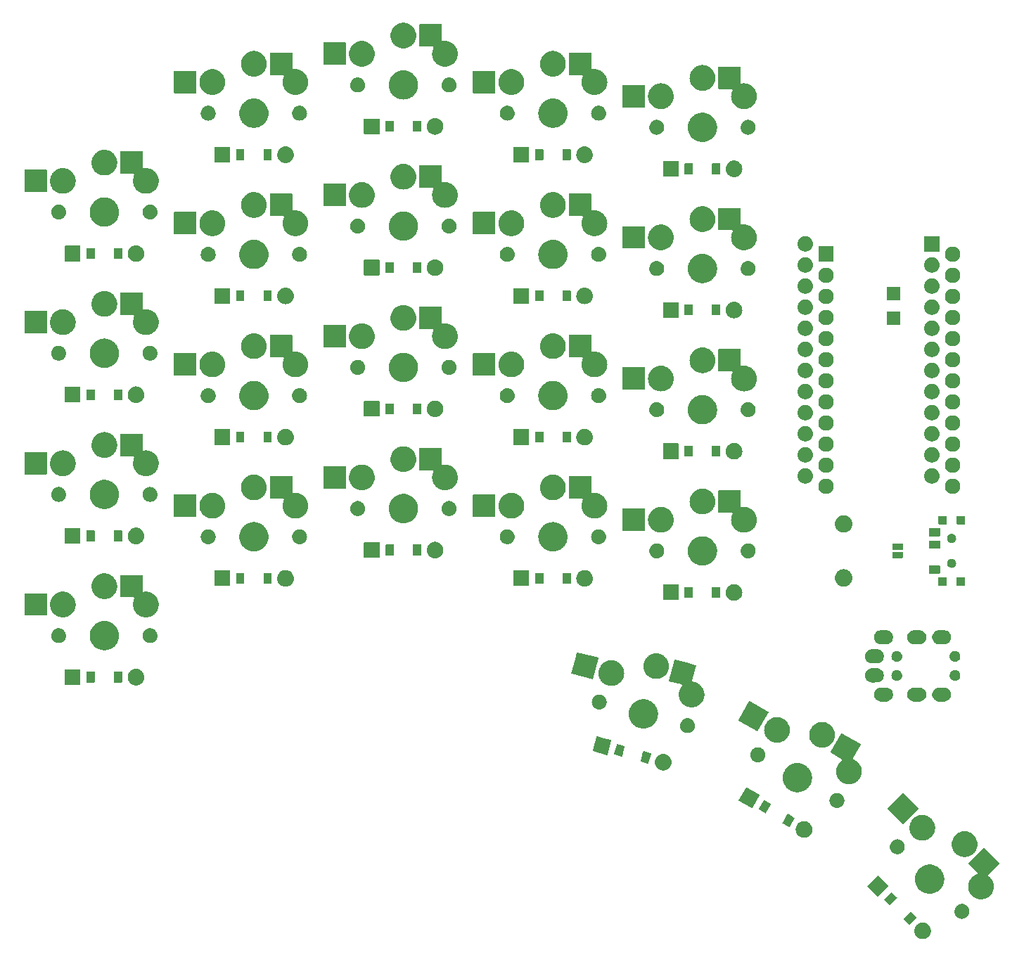
<source format=gts>
%TF.GenerationSoftware,KiCad,Pcbnew,8.0.2*%
%TF.CreationDate,2024-05-30T16:07:25+01:00*%
%TF.ProjectId,board,626f6172-642e-46b6-9963-61645f706362,0.3*%
%TF.SameCoordinates,Original*%
%TF.FileFunction,Soldermask,Top*%
%TF.FilePolarity,Negative*%
%FSLAX46Y46*%
G04 Gerber Fmt 4.6, Leading zero omitted, Abs format (unit mm)*
G04 Created by KiCad (PCBNEW 8.0.2) date 2024-05-30 16:07:25*
%MOMM*%
%LPD*%
G01*
G04 APERTURE LIST*
G04 APERTURE END LIST*
G36*
X98556913Y-34544187D02*
G01*
X98600524Y-34544187D01*
X98649093Y-34553266D01*
X98703655Y-34558640D01*
X98745103Y-34571213D01*
X98782282Y-34578163D01*
X98833777Y-34598112D01*
X98891717Y-34615688D01*
X98924819Y-34633381D01*
X98954689Y-34644953D01*
X99006588Y-34677088D01*
X99065036Y-34708329D01*
X99089596Y-34728484D01*
X99111897Y-34742293D01*
X99161302Y-34787332D01*
X99216952Y-34833002D01*
X99233444Y-34853097D01*
X99248536Y-34866856D01*
X99292358Y-34924885D01*
X99341625Y-34984918D01*
X99351150Y-35002738D01*
X99359965Y-35014411D01*
X99395033Y-35084838D01*
X99434266Y-35158237D01*
X99438450Y-35172031D01*
X99442381Y-35179925D01*
X99465598Y-35261524D01*
X99491314Y-35346299D01*
X99492158Y-35354877D01*
X99492980Y-35357763D01*
X99501517Y-35449895D01*
X99510577Y-35541877D01*
X99501516Y-35633866D01*
X99492980Y-35725990D01*
X99492159Y-35728875D01*
X99491314Y-35737455D01*
X99465593Y-35822244D01*
X99442381Y-35903828D01*
X99438451Y-35911719D01*
X99434266Y-35925517D01*
X99395026Y-35998929D01*
X99359965Y-36069342D01*
X99351152Y-36081012D01*
X99341625Y-36098836D01*
X99292348Y-36158879D01*
X99248536Y-36216897D01*
X99233447Y-36230652D01*
X99216952Y-36250752D01*
X99161291Y-36296431D01*
X99111897Y-36341460D01*
X99089600Y-36355265D01*
X99065036Y-36375425D01*
X99006576Y-36406672D01*
X98954689Y-36438800D01*
X98924826Y-36450368D01*
X98891717Y-36468066D01*
X98833765Y-36485645D01*
X98782282Y-36505590D01*
X98745109Y-36512538D01*
X98703655Y-36525114D01*
X98649090Y-36530488D01*
X98600524Y-36539567D01*
X98556913Y-36539567D01*
X98508077Y-36544377D01*
X98459241Y-36539567D01*
X98415630Y-36539567D01*
X98367062Y-36530488D01*
X98312499Y-36525114D01*
X98271045Y-36512539D01*
X98233871Y-36505590D01*
X98182383Y-36485643D01*
X98124437Y-36468066D01*
X98091330Y-36450370D01*
X98061464Y-36438800D01*
X98009569Y-36406668D01*
X97951118Y-36375425D01*
X97926556Y-36355267D01*
X97904256Y-36341460D01*
X97854852Y-36296422D01*
X97799202Y-36250752D01*
X97782709Y-36230655D01*
X97767617Y-36216897D01*
X97723792Y-36158864D01*
X97674529Y-36098836D01*
X97665004Y-36081016D01*
X97656188Y-36069342D01*
X97621113Y-35998901D01*
X97581888Y-35925517D01*
X97577704Y-35911725D01*
X97573772Y-35903828D01*
X97550544Y-35822191D01*
X97524840Y-35737455D01*
X97523995Y-35728880D01*
X97523173Y-35725990D01*
X97514620Y-35633694D01*
X97505577Y-35541877D01*
X97514619Y-35450067D01*
X97523173Y-35357763D01*
X97523995Y-35354871D01*
X97524840Y-35346299D01*
X97550539Y-35261577D01*
X97573772Y-35179925D01*
X97577705Y-35172026D01*
X97581888Y-35158237D01*
X97621105Y-35084865D01*
X97656188Y-35014411D01*
X97665006Y-35002733D01*
X97674529Y-34984918D01*
X97723783Y-34924900D01*
X97767617Y-34866856D01*
X97782712Y-34853094D01*
X97799202Y-34833002D01*
X97854841Y-34787340D01*
X97904256Y-34742293D01*
X97926561Y-34728482D01*
X97951118Y-34708329D01*
X98009557Y-34677092D01*
X98061464Y-34644953D01*
X98091337Y-34633380D01*
X98124437Y-34615688D01*
X98182371Y-34598113D01*
X98233871Y-34578163D01*
X98271052Y-34571212D01*
X98312499Y-34558640D01*
X98367059Y-34553266D01*
X98415630Y-34544187D01*
X98459241Y-34544187D01*
X98508077Y-34539377D01*
X98556913Y-34544187D01*
G37*
G36*
X97105926Y-33225870D02*
G01*
X97122147Y-33236709D01*
X97758543Y-33873105D01*
X97769382Y-33889326D01*
X97773188Y-33908460D01*
X97769382Y-33927594D01*
X97758543Y-33943815D01*
X96910015Y-34792343D01*
X96893794Y-34803182D01*
X96874660Y-34806988D01*
X96855526Y-34803182D01*
X96839305Y-34792343D01*
X96202909Y-34155947D01*
X96192070Y-34139726D01*
X96188264Y-34120592D01*
X96192070Y-34101458D01*
X96202909Y-34085237D01*
X96586583Y-33701563D01*
X97042732Y-33245413D01*
X97042735Y-33245410D01*
X97051437Y-33236709D01*
X97067658Y-33225870D01*
X97086792Y-33222064D01*
X97105926Y-33225870D01*
G37*
G36*
X103282559Y-32305422D02*
G01*
X103332757Y-32305422D01*
X103376102Y-32314635D01*
X103414223Y-32318390D01*
X103462118Y-32332918D01*
X103516980Y-32344580D01*
X103552081Y-32360208D01*
X103583118Y-32369623D01*
X103632437Y-32395985D01*
X103689037Y-32421185D01*
X103715354Y-32440305D01*
X103738763Y-32452818D01*
X103786509Y-32492003D01*
X103841407Y-32531888D01*
X103859232Y-32551684D01*
X103875191Y-32564782D01*
X103918079Y-32617041D01*
X103967430Y-32671851D01*
X103977797Y-32689807D01*
X103987155Y-32701210D01*
X104021778Y-32765985D01*
X104061600Y-32834958D01*
X104066179Y-32849053D01*
X104070350Y-32856855D01*
X104093338Y-32932638D01*
X104119800Y-33014079D01*
X104120731Y-33022943D01*
X104121583Y-33025750D01*
X104129869Y-33109887D01*
X104139487Y-33201387D01*
X104129869Y-33292894D01*
X104121583Y-33377023D01*
X104120731Y-33379828D01*
X104119800Y-33388695D01*
X104093333Y-33470149D01*
X104070350Y-33545918D01*
X104066180Y-33553718D01*
X104061600Y-33567816D01*
X104021771Y-33636801D01*
X103987155Y-33701563D01*
X103977799Y-33712963D01*
X103967430Y-33730923D01*
X103918070Y-33785742D01*
X103875191Y-33837991D01*
X103859235Y-33851085D01*
X103841407Y-33870886D01*
X103786499Y-33910778D01*
X103738763Y-33949955D01*
X103715359Y-33962464D01*
X103689037Y-33981589D01*
X103632426Y-34006793D01*
X103583118Y-34033150D01*
X103552088Y-34042562D01*
X103516980Y-34058194D01*
X103462107Y-34069857D01*
X103414223Y-34084383D01*
X103376110Y-34088136D01*
X103332757Y-34097352D01*
X103282549Y-34097352D01*
X103238587Y-34101682D01*
X103194624Y-34097352D01*
X103144417Y-34097352D01*
X103101063Y-34088136D01*
X103062950Y-34084383D01*
X103015062Y-34069856D01*
X102960194Y-34058194D01*
X102925087Y-34042563D01*
X102894055Y-34033150D01*
X102844741Y-34006790D01*
X102788137Y-33981589D01*
X102761817Y-33962466D01*
X102738410Y-33949955D01*
X102690665Y-33910772D01*
X102635767Y-33870886D01*
X102617941Y-33851088D01*
X102601982Y-33837991D01*
X102559092Y-33785729D01*
X102509744Y-33730923D01*
X102499377Y-33712967D01*
X102490018Y-33701563D01*
X102455389Y-33636777D01*
X102415574Y-33567816D01*
X102410994Y-33553722D01*
X102406823Y-33545918D01*
X102383825Y-33470103D01*
X102357374Y-33388695D01*
X102356442Y-33379833D01*
X102355590Y-33377023D01*
X102347288Y-33292743D01*
X102337687Y-33201387D01*
X102347288Y-33110038D01*
X102355590Y-33025750D01*
X102356442Y-33022938D01*
X102357374Y-33014079D01*
X102383820Y-32932684D01*
X102406823Y-32856855D01*
X102410995Y-32849048D01*
X102415574Y-32834958D01*
X102455381Y-32766008D01*
X102490018Y-32701210D01*
X102499379Y-32689803D01*
X102509744Y-32671851D01*
X102559083Y-32617054D01*
X102601982Y-32564782D01*
X102617944Y-32551681D01*
X102635767Y-32531888D01*
X102690655Y-32492009D01*
X102738410Y-32452818D01*
X102761822Y-32440303D01*
X102788137Y-32421185D01*
X102844730Y-32395988D01*
X102894055Y-32369623D01*
X102925094Y-32360207D01*
X102960194Y-32344580D01*
X103015051Y-32332919D01*
X103062950Y-32318390D01*
X103101072Y-32314635D01*
X103144417Y-32305422D01*
X103194614Y-32305422D01*
X103238587Y-32301091D01*
X103282559Y-32305422D01*
G37*
G36*
X94772474Y-30892418D02*
G01*
X94788695Y-30903257D01*
X95425091Y-31539653D01*
X95435930Y-31555874D01*
X95439736Y-31575008D01*
X95435930Y-31594142D01*
X95425091Y-31610363D01*
X94576563Y-32458891D01*
X94560342Y-32469730D01*
X94541208Y-32473536D01*
X94522074Y-32469730D01*
X94505853Y-32458891D01*
X93869457Y-31822495D01*
X93858618Y-31806274D01*
X93854812Y-31787140D01*
X93858618Y-31768006D01*
X93869457Y-31751785D01*
X94213495Y-31407747D01*
X94709280Y-30911961D01*
X94709283Y-30911958D01*
X94717985Y-30903257D01*
X94734206Y-30892418D01*
X94753340Y-30888612D01*
X94772474Y-30892418D01*
G37*
G36*
X105891694Y-25536117D02*
G01*
X105907915Y-25546956D01*
X107746393Y-27385434D01*
X107757232Y-27401655D01*
X107761037Y-27420789D01*
X107757232Y-27439923D01*
X107746393Y-27456144D01*
X106556354Y-28646183D01*
X106398567Y-28803970D01*
X106409320Y-28918657D01*
X106447751Y-28942207D01*
X106475776Y-28966143D01*
X106502874Y-28984618D01*
X106566132Y-29043313D01*
X106632700Y-29100167D01*
X106652915Y-29123836D01*
X106672657Y-29142154D01*
X106730383Y-29214540D01*
X106790660Y-29285116D01*
X106803915Y-29306746D01*
X106817066Y-29323237D01*
X106866665Y-29409145D01*
X106917744Y-29492498D01*
X106925246Y-29510610D01*
X106932869Y-29523813D01*
X106971737Y-29622848D01*
X107010822Y-29717207D01*
X107014054Y-29730673D01*
X107017485Y-29739413D01*
X107043188Y-29852024D01*
X107067601Y-29953710D01*
X107068233Y-29961751D01*
X107069026Y-29965222D01*
X107079362Y-30103159D01*
X107086684Y-30196183D01*
X107079362Y-30289214D01*
X107069026Y-30427143D01*
X107068234Y-30430612D01*
X107067601Y-30438656D01*
X107043184Y-30540360D01*
X107017485Y-30652952D01*
X107014055Y-30661690D01*
X107010822Y-30675159D01*
X106971729Y-30769535D01*
X106932869Y-30868552D01*
X106925247Y-30881752D01*
X106917744Y-30899868D01*
X106866655Y-30983236D01*
X106817066Y-31069128D01*
X106803917Y-31085615D01*
X106790660Y-31107250D01*
X106730371Y-31177839D01*
X106672657Y-31250211D01*
X106652919Y-31268524D01*
X106632700Y-31292199D01*
X106566119Y-31349063D01*
X106502874Y-31407747D01*
X106475784Y-31426216D01*
X106447751Y-31450159D01*
X106377745Y-31493058D01*
X106311506Y-31538220D01*
X106276680Y-31554991D01*
X106240369Y-31577243D01*
X106169633Y-31606542D01*
X106102838Y-31638710D01*
X106060294Y-31651832D01*
X106015660Y-31670321D01*
X105946619Y-31686895D01*
X105881511Y-31706979D01*
X105831685Y-31714489D01*
X105779157Y-31727100D01*
X105713994Y-31732228D01*
X105652489Y-31741499D01*
X105596200Y-31741499D01*
X105536684Y-31746183D01*
X105477168Y-31741499D01*
X105420879Y-31741499D01*
X105359372Y-31732228D01*
X105294211Y-31727100D01*
X105241683Y-31714489D01*
X105191856Y-31706979D01*
X105126744Y-31686895D01*
X105057708Y-31670321D01*
X105013073Y-31651832D01*
X104970530Y-31638710D01*
X104903732Y-31606542D01*
X104832999Y-31577243D01*
X104796689Y-31554992D01*
X104761859Y-31538219D01*
X104695605Y-31493048D01*
X104625617Y-31450159D01*
X104597591Y-31426222D01*
X104570495Y-31407749D01*
X104507235Y-31349052D01*
X104440668Y-31292199D01*
X104420452Y-31268529D01*
X104400710Y-31250211D01*
X104342981Y-31177821D01*
X104282708Y-31107250D01*
X104269453Y-31085620D01*
X104256301Y-31069128D01*
X104206695Y-30983208D01*
X104155624Y-30899868D01*
X104148122Y-30881758D01*
X104140498Y-30868552D01*
X104101619Y-30769489D01*
X104062546Y-30675159D01*
X104059314Y-30661696D01*
X104055882Y-30652952D01*
X104030163Y-30540276D01*
X104005767Y-30438656D01*
X104005134Y-30430619D01*
X104004341Y-30427143D01*
X103993984Y-30288948D01*
X103986684Y-30196183D01*
X103993984Y-30103425D01*
X104004341Y-29965222D01*
X104005134Y-29961744D01*
X104005767Y-29953710D01*
X104030159Y-29852109D01*
X104055882Y-29739413D01*
X104059314Y-29730666D01*
X104062546Y-29717207D01*
X104101611Y-29622894D01*
X104140498Y-29523813D01*
X104148124Y-29510604D01*
X104155624Y-29492498D01*
X104206685Y-29409173D01*
X104256301Y-29323237D01*
X104269456Y-29306740D01*
X104282708Y-29285116D01*
X104342969Y-29214558D01*
X104400710Y-29142154D01*
X104420456Y-29123831D01*
X104440668Y-29100167D01*
X104507221Y-29043325D01*
X104570495Y-28984616D01*
X104597596Y-28966138D01*
X104625617Y-28942207D01*
X104695591Y-28899326D01*
X104761859Y-28854146D01*
X104796696Y-28837368D01*
X104832999Y-28815123D01*
X104903722Y-28785828D01*
X104970533Y-28753654D01*
X105013090Y-28740526D01*
X105057708Y-28722045D01*
X105089391Y-28714438D01*
X105122702Y-28580119D01*
X104007431Y-27464848D01*
X104007430Y-27464847D01*
X103998727Y-27456144D01*
X103987888Y-27439923D01*
X103984083Y-27420789D01*
X103987888Y-27401655D01*
X103998727Y-27385434D01*
X105368079Y-26016082D01*
X105828500Y-25555660D01*
X105828503Y-25555657D01*
X105837205Y-25546956D01*
X105853426Y-25536117D01*
X105872560Y-25532312D01*
X105891694Y-25536117D01*
G37*
G36*
X93139057Y-28850293D02*
G01*
X93155278Y-28861132D01*
X94412514Y-30118368D01*
X94423353Y-30134589D01*
X94427158Y-30153723D01*
X94423353Y-30172857D01*
X94412514Y-30189078D01*
X93155278Y-31446314D01*
X93139057Y-31457153D01*
X93119923Y-31460958D01*
X93100789Y-31457153D01*
X93084568Y-31446314D01*
X91827332Y-30189078D01*
X91816493Y-30172857D01*
X91812688Y-30153723D01*
X91816493Y-30134589D01*
X91827332Y-30118368D01*
X92660584Y-29285116D01*
X93075863Y-28869836D01*
X93075866Y-28869833D01*
X93084568Y-28861132D01*
X93100789Y-28850293D01*
X93119923Y-28846488D01*
X93139057Y-28850293D01*
G37*
G36*
X99414027Y-27552734D02*
G01*
X99481361Y-27552734D01*
X99542162Y-27561898D01*
X99600574Y-27566076D01*
X99669822Y-27581140D01*
X99742138Y-27592040D01*
X99795278Y-27608431D01*
X99846522Y-27619579D01*
X99918725Y-27646509D01*
X99994144Y-27669773D01*
X100038957Y-27691353D01*
X100082367Y-27707545D01*
X100155489Y-27747472D01*
X100231750Y-27784198D01*
X100267966Y-27808890D01*
X100303288Y-27828177D01*
X100375063Y-27881907D01*
X100449648Y-27932758D01*
X100477439Y-27958544D01*
X100504790Y-27979019D01*
X100572766Y-28046995D01*
X100642970Y-28112135D01*
X100662909Y-28137138D01*
X100682780Y-28157009D01*
X100744408Y-28239335D01*
X100807398Y-28318322D01*
X100820416Y-28340870D01*
X100833622Y-28358511D01*
X100886297Y-28454978D01*
X100939260Y-28546712D01*
X100946600Y-28565416D01*
X100954254Y-28579432D01*
X100995451Y-28689887D01*
X101035608Y-28792204D01*
X101038752Y-28805979D01*
X101042220Y-28815277D01*
X101069564Y-28940975D01*
X101094292Y-29049315D01*
X101094901Y-29057448D01*
X101095723Y-29061225D01*
X101106986Y-29218710D01*
X101114000Y-29312300D01*
X101106985Y-29405897D01*
X101095723Y-29563374D01*
X101094901Y-29567149D01*
X101094292Y-29575285D01*
X101069559Y-29683644D01*
X101042220Y-29809322D01*
X101038752Y-29818618D01*
X101035608Y-29832396D01*
X100995444Y-29934731D01*
X100954254Y-30045167D01*
X100946602Y-30059180D01*
X100939260Y-30077888D01*
X100886287Y-30169639D01*
X100833622Y-30266088D01*
X100820418Y-30283725D01*
X100807398Y-30306278D01*
X100744396Y-30385279D01*
X100682780Y-30467590D01*
X100662913Y-30487456D01*
X100642970Y-30512465D01*
X100572753Y-30577616D01*
X100504790Y-30645580D01*
X100477444Y-30666050D01*
X100449648Y-30691842D01*
X100375048Y-30742703D01*
X100303288Y-30796422D01*
X100267974Y-30815704D01*
X100231750Y-30840402D01*
X100155473Y-30877134D01*
X100082367Y-30917054D01*
X100038966Y-30933241D01*
X99994144Y-30954827D01*
X99918710Y-30978095D01*
X99846522Y-31005020D01*
X99795289Y-31016164D01*
X99742138Y-31032560D01*
X99669807Y-31043462D01*
X99600574Y-31058523D01*
X99542174Y-31062699D01*
X99481361Y-31071866D01*
X99414013Y-31071866D01*
X99349500Y-31076480D01*
X99284987Y-31071866D01*
X99217639Y-31071866D01*
X99156825Y-31062699D01*
X99098425Y-31058523D01*
X99029189Y-31043461D01*
X98956862Y-31032560D01*
X98903712Y-31016165D01*
X98852477Y-31005020D01*
X98780283Y-30978093D01*
X98704856Y-30954827D01*
X98660036Y-30933243D01*
X98616632Y-30917054D01*
X98543517Y-30877130D01*
X98467250Y-30840402D01*
X98431029Y-30815707D01*
X98395711Y-30796422D01*
X98323940Y-30742695D01*
X98249352Y-30691842D01*
X98221559Y-30666054D01*
X98194209Y-30645580D01*
X98126233Y-30577604D01*
X98056030Y-30512465D01*
X98036090Y-30487461D01*
X98016219Y-30467590D01*
X97954586Y-30385258D01*
X97891602Y-30306278D01*
X97878584Y-30283731D01*
X97865377Y-30266088D01*
X97812694Y-30169607D01*
X97759740Y-30077888D01*
X97752400Y-30059186D01*
X97744745Y-30045167D01*
X97703535Y-29934680D01*
X97663392Y-29832396D01*
X97660248Y-29818625D01*
X97656779Y-29809322D01*
X97629419Y-29683550D01*
X97604708Y-29575285D01*
X97604098Y-29567156D01*
X97603276Y-29563374D01*
X97591992Y-29405605D01*
X97585000Y-29312300D01*
X97591991Y-29219002D01*
X97603276Y-29061225D01*
X97604098Y-29057441D01*
X97604708Y-29049315D01*
X97629414Y-28941069D01*
X97656779Y-28815277D01*
X97660249Y-28805972D01*
X97663392Y-28792204D01*
X97703527Y-28689938D01*
X97744745Y-28579432D01*
X97752401Y-28565409D01*
X97759740Y-28546712D01*
X97812684Y-28455010D01*
X97865377Y-28358511D01*
X97878587Y-28340864D01*
X97891602Y-28318322D01*
X97954574Y-28239356D01*
X98016219Y-28157009D01*
X98036094Y-28137133D01*
X98056030Y-28112135D01*
X98126219Y-28047008D01*
X98194209Y-27979019D01*
X98221565Y-27958540D01*
X98249352Y-27932758D01*
X98323925Y-27881914D01*
X98395711Y-27828177D01*
X98431037Y-27808887D01*
X98467250Y-27784198D01*
X98543502Y-27747476D01*
X98616632Y-27707545D01*
X98660046Y-27691352D01*
X98704856Y-27669773D01*
X98780268Y-27646511D01*
X98852477Y-27619579D01*
X98903723Y-27608430D01*
X98956862Y-27592040D01*
X99029174Y-27581140D01*
X99098425Y-27566076D01*
X99156838Y-27561898D01*
X99217639Y-27552734D01*
X99284973Y-27552734D01*
X99349500Y-27548119D01*
X99414027Y-27552734D01*
G37*
G36*
X103616301Y-23559699D02*
G01*
X103672590Y-23559699D01*
X103734099Y-23568969D01*
X103799258Y-23574098D01*
X103851777Y-23586706D01*
X103901612Y-23594218D01*
X103966735Y-23614305D01*
X104035761Y-23630877D01*
X104080386Y-23649361D01*
X104122939Y-23662487D01*
X104189748Y-23694661D01*
X104260470Y-23723955D01*
X104296774Y-23746202D01*
X104331607Y-23762977D01*
X104397861Y-23808148D01*
X104467852Y-23851039D01*
X104495879Y-23874976D01*
X104522975Y-23893450D01*
X104586233Y-23952145D01*
X104652801Y-24008999D01*
X104673016Y-24032668D01*
X104692758Y-24050986D01*
X104750484Y-24123372D01*
X104810761Y-24193948D01*
X104824016Y-24215578D01*
X104837167Y-24232069D01*
X104886766Y-24317977D01*
X104937845Y-24401330D01*
X104945347Y-24419442D01*
X104952970Y-24432645D01*
X104991838Y-24531680D01*
X105030923Y-24626039D01*
X105034155Y-24639505D01*
X105037586Y-24648245D01*
X105063289Y-24760856D01*
X105087702Y-24862542D01*
X105088334Y-24870583D01*
X105089127Y-24874054D01*
X105099463Y-25011991D01*
X105106785Y-25105015D01*
X105099463Y-25198046D01*
X105089127Y-25335975D01*
X105088335Y-25339444D01*
X105087702Y-25347488D01*
X105063285Y-25449192D01*
X105037586Y-25561784D01*
X105034156Y-25570522D01*
X105030923Y-25583991D01*
X104991830Y-25678367D01*
X104952970Y-25777384D01*
X104945348Y-25790584D01*
X104937845Y-25808700D01*
X104886756Y-25892068D01*
X104837167Y-25977960D01*
X104824018Y-25994447D01*
X104810761Y-26016082D01*
X104750472Y-26086671D01*
X104692758Y-26159043D01*
X104673020Y-26177356D01*
X104652801Y-26201031D01*
X104586220Y-26257895D01*
X104522975Y-26316579D01*
X104495885Y-26335048D01*
X104467852Y-26358991D01*
X104397846Y-26401890D01*
X104331607Y-26447052D01*
X104296781Y-26463823D01*
X104260470Y-26486075D01*
X104189734Y-26515374D01*
X104122939Y-26547542D01*
X104080395Y-26560664D01*
X104035761Y-26579153D01*
X103966720Y-26595727D01*
X103901612Y-26615811D01*
X103851786Y-26623321D01*
X103799258Y-26635932D01*
X103734095Y-26641060D01*
X103672590Y-26650331D01*
X103616301Y-26650331D01*
X103556785Y-26655015D01*
X103497269Y-26650331D01*
X103440980Y-26650331D01*
X103379473Y-26641060D01*
X103314312Y-26635932D01*
X103261784Y-26623321D01*
X103211957Y-26615811D01*
X103146845Y-26595727D01*
X103077809Y-26579153D01*
X103033174Y-26560664D01*
X102990631Y-26547542D01*
X102923833Y-26515374D01*
X102853100Y-26486075D01*
X102816790Y-26463824D01*
X102781960Y-26447051D01*
X102715706Y-26401880D01*
X102645718Y-26358991D01*
X102617692Y-26335054D01*
X102590596Y-26316581D01*
X102527336Y-26257884D01*
X102460769Y-26201031D01*
X102440553Y-26177361D01*
X102420811Y-26159043D01*
X102363082Y-26086653D01*
X102302809Y-26016082D01*
X102289554Y-25994452D01*
X102276402Y-25977960D01*
X102226796Y-25892040D01*
X102175725Y-25808700D01*
X102168223Y-25790590D01*
X102160599Y-25777384D01*
X102121720Y-25678321D01*
X102082647Y-25583991D01*
X102079415Y-25570528D01*
X102075983Y-25561784D01*
X102050264Y-25449108D01*
X102025868Y-25347488D01*
X102025235Y-25339451D01*
X102024442Y-25335975D01*
X102014085Y-25197780D01*
X102006785Y-25105015D01*
X102014085Y-25012257D01*
X102024442Y-24874054D01*
X102025235Y-24870576D01*
X102025868Y-24862542D01*
X102050260Y-24760941D01*
X102075983Y-24648245D01*
X102079415Y-24639498D01*
X102082647Y-24626039D01*
X102121712Y-24531726D01*
X102160599Y-24432645D01*
X102168225Y-24419436D01*
X102175725Y-24401330D01*
X102226786Y-24318005D01*
X102276402Y-24232069D01*
X102289557Y-24215572D01*
X102302809Y-24193948D01*
X102363070Y-24123390D01*
X102420811Y-24050986D01*
X102440557Y-24032663D01*
X102460769Y-24008999D01*
X102527322Y-23952157D01*
X102590596Y-23893448D01*
X102617697Y-23874970D01*
X102645718Y-23851039D01*
X102715692Y-23808158D01*
X102781960Y-23762978D01*
X102816798Y-23746200D01*
X102853100Y-23723955D01*
X102923818Y-23694662D01*
X102990631Y-23662487D01*
X103033184Y-23649361D01*
X103077809Y-23630877D01*
X103146831Y-23614306D01*
X103211957Y-23594218D01*
X103261793Y-23586706D01*
X103314312Y-23574098D01*
X103379469Y-23568969D01*
X103440980Y-23559699D01*
X103497269Y-23559699D01*
X103556785Y-23555015D01*
X103616301Y-23559699D01*
G37*
G36*
X95504385Y-24527248D02*
G01*
X95554583Y-24527248D01*
X95597928Y-24536461D01*
X95636049Y-24540216D01*
X95683944Y-24554744D01*
X95738806Y-24566406D01*
X95773907Y-24582034D01*
X95804944Y-24591449D01*
X95854263Y-24617811D01*
X95910863Y-24643011D01*
X95937180Y-24662131D01*
X95960589Y-24674644D01*
X96008335Y-24713829D01*
X96063233Y-24753714D01*
X96081058Y-24773510D01*
X96097017Y-24786608D01*
X96139905Y-24838867D01*
X96189256Y-24893677D01*
X96199623Y-24911633D01*
X96208981Y-24923036D01*
X96243604Y-24987811D01*
X96283426Y-25056784D01*
X96288005Y-25070879D01*
X96292176Y-25078681D01*
X96315164Y-25154464D01*
X96341626Y-25235905D01*
X96342557Y-25244769D01*
X96343409Y-25247576D01*
X96351695Y-25331713D01*
X96361313Y-25423213D01*
X96351695Y-25514720D01*
X96343409Y-25598849D01*
X96342557Y-25601654D01*
X96341626Y-25610521D01*
X96315159Y-25691975D01*
X96292176Y-25767744D01*
X96288006Y-25775544D01*
X96283426Y-25789642D01*
X96243597Y-25858627D01*
X96208981Y-25923389D01*
X96199625Y-25934789D01*
X96189256Y-25952749D01*
X96139896Y-26007568D01*
X96097017Y-26059817D01*
X96081061Y-26072911D01*
X96063233Y-26092712D01*
X96008325Y-26132604D01*
X95960589Y-26171781D01*
X95937185Y-26184290D01*
X95910863Y-26203415D01*
X95854252Y-26228619D01*
X95804944Y-26254976D01*
X95773914Y-26264388D01*
X95738806Y-26280020D01*
X95683933Y-26291683D01*
X95636049Y-26306209D01*
X95597936Y-26309962D01*
X95554583Y-26319178D01*
X95504375Y-26319178D01*
X95460413Y-26323508D01*
X95416450Y-26319178D01*
X95366243Y-26319178D01*
X95322889Y-26309962D01*
X95284776Y-26306209D01*
X95236888Y-26291682D01*
X95182020Y-26280020D01*
X95146913Y-26264389D01*
X95115881Y-26254976D01*
X95066567Y-26228616D01*
X95009963Y-26203415D01*
X94983643Y-26184292D01*
X94960236Y-26171781D01*
X94912491Y-26132598D01*
X94857593Y-26092712D01*
X94839767Y-26072914D01*
X94823808Y-26059817D01*
X94780918Y-26007555D01*
X94731570Y-25952749D01*
X94721203Y-25934793D01*
X94711844Y-25923389D01*
X94677215Y-25858603D01*
X94637400Y-25789642D01*
X94632820Y-25775548D01*
X94628649Y-25767744D01*
X94605651Y-25691929D01*
X94579200Y-25610521D01*
X94578268Y-25601659D01*
X94577416Y-25598849D01*
X94569114Y-25514569D01*
X94559513Y-25423213D01*
X94569114Y-25331864D01*
X94577416Y-25247576D01*
X94578268Y-25244764D01*
X94579200Y-25235905D01*
X94605646Y-25154510D01*
X94628649Y-25078681D01*
X94632821Y-25070874D01*
X94637400Y-25056784D01*
X94677207Y-24987834D01*
X94711844Y-24923036D01*
X94721205Y-24911629D01*
X94731570Y-24893677D01*
X94780909Y-24838880D01*
X94823808Y-24786608D01*
X94839770Y-24773507D01*
X94857593Y-24753714D01*
X94912481Y-24713835D01*
X94960236Y-24674644D01*
X94983648Y-24662129D01*
X95009963Y-24643011D01*
X95066556Y-24617814D01*
X95115881Y-24591449D01*
X95146920Y-24582033D01*
X95182020Y-24566406D01*
X95236877Y-24554745D01*
X95284776Y-24540216D01*
X95322898Y-24536461D01*
X95366243Y-24527248D01*
X95416440Y-24527248D01*
X95460413Y-24522917D01*
X95504385Y-24527248D01*
G37*
G36*
X98525133Y-21579800D02*
G01*
X98581422Y-21579800D01*
X98642931Y-21589070D01*
X98708090Y-21594199D01*
X98760609Y-21606807D01*
X98810444Y-21614319D01*
X98875567Y-21634406D01*
X98944593Y-21650978D01*
X98989218Y-21669462D01*
X99031771Y-21682588D01*
X99098580Y-21714762D01*
X99169302Y-21744056D01*
X99205606Y-21766303D01*
X99240439Y-21783078D01*
X99306693Y-21828249D01*
X99376684Y-21871140D01*
X99404711Y-21895077D01*
X99431807Y-21913551D01*
X99495065Y-21972246D01*
X99561633Y-22029100D01*
X99581848Y-22052769D01*
X99601590Y-22071087D01*
X99659316Y-22143473D01*
X99719593Y-22214049D01*
X99732848Y-22235679D01*
X99745999Y-22252170D01*
X99795598Y-22338078D01*
X99846677Y-22421431D01*
X99854179Y-22439543D01*
X99861802Y-22452746D01*
X99900670Y-22551781D01*
X99939755Y-22646140D01*
X99942987Y-22659606D01*
X99946418Y-22668346D01*
X99972121Y-22780957D01*
X99996534Y-22882643D01*
X99997166Y-22890684D01*
X99997959Y-22894155D01*
X100008295Y-23032092D01*
X100015617Y-23125116D01*
X100008295Y-23218147D01*
X99997959Y-23356076D01*
X99997167Y-23359545D01*
X99996534Y-23367589D01*
X99972117Y-23469293D01*
X99946418Y-23581885D01*
X99942988Y-23590623D01*
X99939755Y-23604092D01*
X99900662Y-23698468D01*
X99861802Y-23797485D01*
X99854180Y-23810685D01*
X99846677Y-23828801D01*
X99795588Y-23912169D01*
X99745999Y-23998061D01*
X99732850Y-24014548D01*
X99719593Y-24036183D01*
X99659304Y-24106772D01*
X99601590Y-24179144D01*
X99581852Y-24197457D01*
X99561633Y-24221132D01*
X99495052Y-24277996D01*
X99431807Y-24336680D01*
X99404717Y-24355149D01*
X99376684Y-24379092D01*
X99306678Y-24421991D01*
X99240439Y-24467153D01*
X99205613Y-24483924D01*
X99169302Y-24506176D01*
X99098566Y-24535475D01*
X99031771Y-24567643D01*
X98989227Y-24580765D01*
X98944593Y-24599254D01*
X98875552Y-24615828D01*
X98810444Y-24635912D01*
X98760618Y-24643422D01*
X98708090Y-24656033D01*
X98642927Y-24661161D01*
X98581422Y-24670432D01*
X98525133Y-24670432D01*
X98465617Y-24675116D01*
X98406101Y-24670432D01*
X98349812Y-24670432D01*
X98288305Y-24661161D01*
X98223144Y-24656033D01*
X98170616Y-24643422D01*
X98120789Y-24635912D01*
X98055677Y-24615828D01*
X97986641Y-24599254D01*
X97942006Y-24580765D01*
X97899463Y-24567643D01*
X97832665Y-24535475D01*
X97761932Y-24506176D01*
X97725622Y-24483925D01*
X97690792Y-24467152D01*
X97624538Y-24421981D01*
X97554550Y-24379092D01*
X97526524Y-24355155D01*
X97499428Y-24336682D01*
X97436168Y-24277985D01*
X97369601Y-24221132D01*
X97349385Y-24197462D01*
X97329643Y-24179144D01*
X97271914Y-24106754D01*
X97211641Y-24036183D01*
X97198386Y-24014553D01*
X97185234Y-23998061D01*
X97135628Y-23912141D01*
X97084557Y-23828801D01*
X97077055Y-23810691D01*
X97069431Y-23797485D01*
X97030552Y-23698422D01*
X96991479Y-23604092D01*
X96988247Y-23590629D01*
X96984815Y-23581885D01*
X96959096Y-23469209D01*
X96934700Y-23367589D01*
X96934067Y-23359552D01*
X96933274Y-23356076D01*
X96922917Y-23217881D01*
X96915617Y-23125116D01*
X96922917Y-23032358D01*
X96933274Y-22894155D01*
X96934067Y-22890677D01*
X96934700Y-22882643D01*
X96959092Y-22781042D01*
X96984815Y-22668346D01*
X96988247Y-22659599D01*
X96991479Y-22646140D01*
X97030544Y-22551827D01*
X97069431Y-22452746D01*
X97077057Y-22439537D01*
X97084557Y-22421431D01*
X97135618Y-22338106D01*
X97185234Y-22252170D01*
X97198389Y-22235673D01*
X97211641Y-22214049D01*
X97271902Y-22143491D01*
X97329643Y-22071087D01*
X97349389Y-22052764D01*
X97369601Y-22029100D01*
X97436154Y-21972258D01*
X97499428Y-21913549D01*
X97526529Y-21895071D01*
X97554550Y-21871140D01*
X97624524Y-21828259D01*
X97690792Y-21783079D01*
X97725630Y-21766301D01*
X97761932Y-21744056D01*
X97832650Y-21714763D01*
X97899463Y-21682588D01*
X97942016Y-21669462D01*
X97986641Y-21650978D01*
X98055663Y-21634407D01*
X98120789Y-21614319D01*
X98170625Y-21606807D01*
X98223144Y-21594199D01*
X98288301Y-21589070D01*
X98349812Y-21579800D01*
X98406101Y-21579800D01*
X98465617Y-21575116D01*
X98525133Y-21579800D01*
G37*
G36*
X84279293Y-22335010D02*
G01*
X84322904Y-22335010D01*
X84371473Y-22344089D01*
X84426035Y-22349463D01*
X84467483Y-22362036D01*
X84504662Y-22368986D01*
X84556157Y-22388935D01*
X84614097Y-22406511D01*
X84647199Y-22424204D01*
X84677069Y-22435776D01*
X84728968Y-22467911D01*
X84787416Y-22499152D01*
X84811976Y-22519307D01*
X84834277Y-22533116D01*
X84883682Y-22578155D01*
X84939332Y-22623825D01*
X84955824Y-22643920D01*
X84970916Y-22657679D01*
X85014738Y-22715708D01*
X85064005Y-22775741D01*
X85073530Y-22793561D01*
X85082345Y-22805234D01*
X85117413Y-22875661D01*
X85156646Y-22949060D01*
X85160830Y-22962854D01*
X85164761Y-22970748D01*
X85187978Y-23052347D01*
X85213694Y-23137122D01*
X85214538Y-23145700D01*
X85215360Y-23148586D01*
X85223897Y-23240718D01*
X85232957Y-23332700D01*
X85223896Y-23424689D01*
X85215360Y-23516813D01*
X85214539Y-23519698D01*
X85213694Y-23528278D01*
X85187973Y-23613067D01*
X85164761Y-23694651D01*
X85160831Y-23702542D01*
X85156646Y-23716340D01*
X85117406Y-23789752D01*
X85082345Y-23860165D01*
X85073532Y-23871835D01*
X85064005Y-23889659D01*
X85014728Y-23949702D01*
X84970916Y-24007720D01*
X84955827Y-24021475D01*
X84939332Y-24041575D01*
X84883671Y-24087254D01*
X84834277Y-24132283D01*
X84811980Y-24146088D01*
X84787416Y-24166248D01*
X84728956Y-24197495D01*
X84677069Y-24229623D01*
X84647206Y-24241191D01*
X84614097Y-24258889D01*
X84556145Y-24276468D01*
X84504662Y-24296413D01*
X84467489Y-24303361D01*
X84426035Y-24315937D01*
X84371470Y-24321311D01*
X84322904Y-24330390D01*
X84279293Y-24330390D01*
X84230457Y-24335200D01*
X84181621Y-24330390D01*
X84138010Y-24330390D01*
X84089442Y-24321311D01*
X84034879Y-24315937D01*
X83993425Y-24303362D01*
X83956251Y-24296413D01*
X83904763Y-24276466D01*
X83846817Y-24258889D01*
X83813710Y-24241193D01*
X83783844Y-24229623D01*
X83731949Y-24197491D01*
X83673498Y-24166248D01*
X83648936Y-24146090D01*
X83626636Y-24132283D01*
X83577232Y-24087245D01*
X83521582Y-24041575D01*
X83505089Y-24021478D01*
X83489997Y-24007720D01*
X83446172Y-23949687D01*
X83396909Y-23889659D01*
X83387384Y-23871839D01*
X83378568Y-23860165D01*
X83343493Y-23789724D01*
X83304268Y-23716340D01*
X83300084Y-23702548D01*
X83296152Y-23694651D01*
X83272924Y-23613014D01*
X83247220Y-23528278D01*
X83246375Y-23519703D01*
X83245553Y-23516813D01*
X83237000Y-23424517D01*
X83227957Y-23332700D01*
X83236999Y-23240890D01*
X83245553Y-23148586D01*
X83246375Y-23145694D01*
X83247220Y-23137122D01*
X83272919Y-23052400D01*
X83296152Y-22970748D01*
X83300085Y-22962849D01*
X83304268Y-22949060D01*
X83343485Y-22875688D01*
X83378568Y-22805234D01*
X83387386Y-22793556D01*
X83396909Y-22775741D01*
X83446163Y-22715723D01*
X83489997Y-22657679D01*
X83505092Y-22643917D01*
X83521582Y-22623825D01*
X83577221Y-22578163D01*
X83626636Y-22533116D01*
X83648941Y-22519305D01*
X83673498Y-22499152D01*
X83731937Y-22467915D01*
X83783844Y-22435776D01*
X83813717Y-22424203D01*
X83846817Y-22406511D01*
X83904751Y-22388936D01*
X83956251Y-22368986D01*
X83993432Y-22362035D01*
X84034879Y-22349463D01*
X84089439Y-22344089D01*
X84138010Y-22335010D01*
X84181621Y-22335010D01*
X84230457Y-22330200D01*
X84279293Y-22335010D01*
G37*
G36*
X82295131Y-21464783D02*
G01*
X82846435Y-21783079D01*
X83063888Y-21908625D01*
X83063889Y-21908626D01*
X83074553Y-21914783D01*
X83089221Y-21927647D01*
X83097849Y-21945144D01*
X83099126Y-21964611D01*
X83092855Y-21983085D01*
X82492855Y-23022315D01*
X82479992Y-23036983D01*
X82462494Y-23045611D01*
X82443027Y-23046887D01*
X82424553Y-23040617D01*
X81645131Y-22590617D01*
X81630463Y-22577753D01*
X81621835Y-22560256D01*
X81620558Y-22540789D01*
X81626829Y-22522315D01*
X81632984Y-22511653D01*
X81632986Y-22511649D01*
X82220671Y-21493749D01*
X82220674Y-21493745D01*
X82226829Y-21483085D01*
X82239692Y-21468417D01*
X82257190Y-21459789D01*
X82276657Y-21458513D01*
X82295131Y-21464783D01*
G37*
G36*
X96168976Y-18924669D02*
G01*
X96185197Y-18935508D01*
X98023675Y-20773986D01*
X98034514Y-20790207D01*
X98038319Y-20809341D01*
X98034514Y-20828475D01*
X98023675Y-20844696D01*
X96185197Y-22683174D01*
X96168976Y-22694013D01*
X96149842Y-22697818D01*
X96130708Y-22694013D01*
X96114487Y-22683174D01*
X94276009Y-20844696D01*
X94265170Y-20828475D01*
X94261365Y-20809341D01*
X94265170Y-20790207D01*
X94276009Y-20773986D01*
X95568924Y-19481071D01*
X96105782Y-18944212D01*
X96105785Y-18944209D01*
X96114487Y-18935508D01*
X96130708Y-18924669D01*
X96149842Y-18920864D01*
X96168976Y-18924669D01*
G37*
G36*
X79437247Y-19814783D02*
G01*
X80032515Y-20158461D01*
X80206004Y-20258625D01*
X80206005Y-20258626D01*
X80216669Y-20264783D01*
X80231337Y-20277647D01*
X80239965Y-20295144D01*
X80241242Y-20314611D01*
X80234971Y-20333085D01*
X79634971Y-21372315D01*
X79622108Y-21386983D01*
X79604610Y-21395611D01*
X79585143Y-21396887D01*
X79566669Y-21390617D01*
X78787247Y-20940617D01*
X78772579Y-20927753D01*
X78763951Y-20910256D01*
X78762674Y-20890789D01*
X78768945Y-20872315D01*
X78775100Y-20861653D01*
X78775102Y-20861649D01*
X79362787Y-19843749D01*
X79362790Y-19843745D01*
X79368945Y-19833085D01*
X79381808Y-19818417D01*
X79399306Y-19809789D01*
X79418773Y-19808513D01*
X79437247Y-19814783D01*
G37*
G36*
X77330946Y-18265002D02*
G01*
X78870740Y-19154002D01*
X78885407Y-19166865D01*
X78894035Y-19184363D01*
X78895312Y-19203830D01*
X78889041Y-19222303D01*
X78000041Y-20762097D01*
X77987178Y-20776764D01*
X77969680Y-20785392D01*
X77950213Y-20786669D01*
X77931740Y-20780398D01*
X76391946Y-19891398D01*
X76377279Y-19878535D01*
X76368651Y-19861037D01*
X76367374Y-19841570D01*
X76373645Y-19823097D01*
X76379802Y-19812432D01*
X77256487Y-18293968D01*
X77256488Y-18293966D01*
X77262645Y-18283303D01*
X77275508Y-18268636D01*
X77293006Y-18260008D01*
X77312473Y-18258731D01*
X77330946Y-18265002D01*
G37*
G36*
X88238012Y-18951535D02*
G01*
X88288210Y-18951535D01*
X88331555Y-18960748D01*
X88369676Y-18964503D01*
X88417571Y-18979031D01*
X88472433Y-18990693D01*
X88507534Y-19006321D01*
X88538571Y-19015736D01*
X88587890Y-19042098D01*
X88644490Y-19067298D01*
X88670807Y-19086418D01*
X88694216Y-19098931D01*
X88741962Y-19138116D01*
X88796860Y-19178001D01*
X88814685Y-19197797D01*
X88830644Y-19210895D01*
X88873532Y-19263154D01*
X88922883Y-19317964D01*
X88933250Y-19335920D01*
X88942608Y-19347323D01*
X88977231Y-19412098D01*
X89017053Y-19481071D01*
X89021632Y-19495166D01*
X89025803Y-19502968D01*
X89048791Y-19578751D01*
X89075253Y-19660192D01*
X89076184Y-19669056D01*
X89077036Y-19671863D01*
X89085322Y-19756000D01*
X89094940Y-19847500D01*
X89085322Y-19939007D01*
X89077036Y-20023136D01*
X89076184Y-20025941D01*
X89075253Y-20034808D01*
X89048786Y-20116262D01*
X89025803Y-20192031D01*
X89021633Y-20199831D01*
X89017053Y-20213929D01*
X88977224Y-20282914D01*
X88942608Y-20347676D01*
X88933252Y-20359076D01*
X88922883Y-20377036D01*
X88873523Y-20431855D01*
X88830644Y-20484104D01*
X88814688Y-20497198D01*
X88796860Y-20516999D01*
X88741952Y-20556891D01*
X88694216Y-20596068D01*
X88670812Y-20608577D01*
X88644490Y-20627702D01*
X88587879Y-20652906D01*
X88538571Y-20679263D01*
X88507541Y-20688675D01*
X88472433Y-20704307D01*
X88417560Y-20715970D01*
X88369676Y-20730496D01*
X88331563Y-20734249D01*
X88288210Y-20743465D01*
X88238002Y-20743465D01*
X88194040Y-20747795D01*
X88150077Y-20743465D01*
X88099870Y-20743465D01*
X88056516Y-20734249D01*
X88018403Y-20730496D01*
X87970515Y-20715969D01*
X87915647Y-20704307D01*
X87880540Y-20688676D01*
X87849508Y-20679263D01*
X87800194Y-20652903D01*
X87743590Y-20627702D01*
X87717270Y-20608579D01*
X87693863Y-20596068D01*
X87646118Y-20556885D01*
X87591220Y-20516999D01*
X87573394Y-20497201D01*
X87557435Y-20484104D01*
X87514545Y-20431842D01*
X87465197Y-20377036D01*
X87454830Y-20359080D01*
X87445471Y-20347676D01*
X87410842Y-20282890D01*
X87371027Y-20213929D01*
X87366447Y-20199835D01*
X87362276Y-20192031D01*
X87339278Y-20116216D01*
X87312827Y-20034808D01*
X87311895Y-20025946D01*
X87311043Y-20023136D01*
X87302741Y-19938856D01*
X87293140Y-19847500D01*
X87302741Y-19756151D01*
X87311043Y-19671863D01*
X87311895Y-19669051D01*
X87312827Y-19660192D01*
X87339273Y-19578797D01*
X87362276Y-19502968D01*
X87366448Y-19495161D01*
X87371027Y-19481071D01*
X87410834Y-19412121D01*
X87445471Y-19347323D01*
X87454832Y-19335916D01*
X87465197Y-19317964D01*
X87514536Y-19263167D01*
X87557435Y-19210895D01*
X87573397Y-19197794D01*
X87591220Y-19178001D01*
X87646108Y-19138122D01*
X87693863Y-19098931D01*
X87717275Y-19086416D01*
X87743590Y-19067298D01*
X87800183Y-19042101D01*
X87849508Y-19015736D01*
X87880547Y-19006320D01*
X87915647Y-18990693D01*
X87970504Y-18979032D01*
X88018403Y-18964503D01*
X88056525Y-18960748D01*
X88099870Y-18951535D01*
X88150067Y-18951535D01*
X88194040Y-18947204D01*
X88238012Y-18951535D01*
G37*
G36*
X83495427Y-15337934D02*
G01*
X83562761Y-15337934D01*
X83623562Y-15347098D01*
X83681974Y-15351276D01*
X83751222Y-15366340D01*
X83823538Y-15377240D01*
X83876678Y-15393631D01*
X83927922Y-15404779D01*
X84000125Y-15431709D01*
X84075544Y-15454973D01*
X84120357Y-15476553D01*
X84163767Y-15492745D01*
X84236889Y-15532672D01*
X84313150Y-15569398D01*
X84349366Y-15594090D01*
X84384688Y-15613377D01*
X84456463Y-15667107D01*
X84531048Y-15717958D01*
X84558839Y-15743744D01*
X84586190Y-15764219D01*
X84654166Y-15832195D01*
X84724370Y-15897335D01*
X84744309Y-15922338D01*
X84764180Y-15942209D01*
X84825808Y-16024535D01*
X84888798Y-16103522D01*
X84901816Y-16126070D01*
X84915022Y-16143711D01*
X84967697Y-16240178D01*
X85020660Y-16331912D01*
X85028000Y-16350616D01*
X85035654Y-16364632D01*
X85076851Y-16475087D01*
X85117008Y-16577404D01*
X85120152Y-16591179D01*
X85123620Y-16600477D01*
X85150964Y-16726175D01*
X85175692Y-16834515D01*
X85176301Y-16842648D01*
X85177123Y-16846425D01*
X85188386Y-17003910D01*
X85195400Y-17097500D01*
X85188385Y-17191097D01*
X85177123Y-17348574D01*
X85176301Y-17352349D01*
X85175692Y-17360485D01*
X85150959Y-17468844D01*
X85123620Y-17594522D01*
X85120152Y-17603818D01*
X85117008Y-17617596D01*
X85076844Y-17719931D01*
X85035654Y-17830367D01*
X85028002Y-17844380D01*
X85020660Y-17863088D01*
X84967687Y-17954839D01*
X84915022Y-18051288D01*
X84901818Y-18068925D01*
X84888798Y-18091478D01*
X84825796Y-18170479D01*
X84764180Y-18252790D01*
X84744313Y-18272656D01*
X84724370Y-18297665D01*
X84654153Y-18362816D01*
X84586190Y-18430780D01*
X84558844Y-18451250D01*
X84531048Y-18477042D01*
X84456448Y-18527903D01*
X84384688Y-18581622D01*
X84349374Y-18600904D01*
X84313150Y-18625602D01*
X84236873Y-18662334D01*
X84163767Y-18702254D01*
X84120366Y-18718441D01*
X84075544Y-18740027D01*
X84000110Y-18763295D01*
X83927922Y-18790220D01*
X83876689Y-18801364D01*
X83823538Y-18817760D01*
X83751207Y-18828662D01*
X83681974Y-18843723D01*
X83623574Y-18847899D01*
X83562761Y-18857066D01*
X83495413Y-18857066D01*
X83430900Y-18861680D01*
X83366387Y-18857066D01*
X83299039Y-18857066D01*
X83238225Y-18847899D01*
X83179825Y-18843723D01*
X83110589Y-18828661D01*
X83038262Y-18817760D01*
X82985112Y-18801365D01*
X82933877Y-18790220D01*
X82861683Y-18763293D01*
X82786256Y-18740027D01*
X82741436Y-18718443D01*
X82698032Y-18702254D01*
X82624917Y-18662330D01*
X82548650Y-18625602D01*
X82512429Y-18600907D01*
X82477111Y-18581622D01*
X82405340Y-18527895D01*
X82330752Y-18477042D01*
X82302959Y-18451254D01*
X82275609Y-18430780D01*
X82207633Y-18362804D01*
X82137430Y-18297665D01*
X82117490Y-18272661D01*
X82097619Y-18252790D01*
X82035986Y-18170458D01*
X81973002Y-18091478D01*
X81959984Y-18068931D01*
X81946777Y-18051288D01*
X81894094Y-17954807D01*
X81841140Y-17863088D01*
X81833800Y-17844386D01*
X81826145Y-17830367D01*
X81784935Y-17719880D01*
X81744792Y-17617596D01*
X81741648Y-17603825D01*
X81738179Y-17594522D01*
X81710819Y-17468750D01*
X81686108Y-17360485D01*
X81685498Y-17352356D01*
X81684676Y-17348574D01*
X81673392Y-17190805D01*
X81666400Y-17097500D01*
X81673391Y-17004202D01*
X81684676Y-16846425D01*
X81685498Y-16842641D01*
X81686108Y-16834515D01*
X81710814Y-16726269D01*
X81738179Y-16600477D01*
X81741649Y-16591172D01*
X81744792Y-16577404D01*
X81784927Y-16475138D01*
X81826145Y-16364632D01*
X81833801Y-16350609D01*
X81841140Y-16331912D01*
X81894084Y-16240210D01*
X81946777Y-16143711D01*
X81959987Y-16126064D01*
X81973002Y-16103522D01*
X82035974Y-16024556D01*
X82097619Y-15942209D01*
X82117494Y-15922333D01*
X82137430Y-15897335D01*
X82207619Y-15832208D01*
X82275609Y-15764219D01*
X82302965Y-15743740D01*
X82330752Y-15717958D01*
X82405325Y-15667114D01*
X82477111Y-15613377D01*
X82512437Y-15594087D01*
X82548650Y-15569398D01*
X82624902Y-15532676D01*
X82698032Y-15492745D01*
X82741446Y-15476552D01*
X82786256Y-15454973D01*
X82861668Y-15431711D01*
X82933877Y-15404779D01*
X82985123Y-15393630D01*
X83038262Y-15377240D01*
X83110574Y-15366340D01*
X83179825Y-15351276D01*
X83238238Y-15347098D01*
X83299039Y-15337934D01*
X83366373Y-15337934D01*
X83430900Y-15333319D01*
X83495427Y-15337934D01*
G37*
G36*
X88791300Y-11763015D02*
G01*
X88801960Y-11769169D01*
X88801961Y-11769170D01*
X91032301Y-13056856D01*
X91032306Y-13056860D01*
X91042966Y-13063015D01*
X91057634Y-13075878D01*
X91066262Y-13093375D01*
X91067538Y-13112842D01*
X91061267Y-13131316D01*
X90109291Y-14780186D01*
X90152907Y-14891467D01*
X90159142Y-14894050D01*
X90202127Y-14907352D01*
X90268980Y-14939547D01*
X90339712Y-14968845D01*
X90376017Y-14991093D01*
X90410849Y-15007867D01*
X90477103Y-15053038D01*
X90547094Y-15095929D01*
X90575121Y-15119866D01*
X90602217Y-15138340D01*
X90665475Y-15197035D01*
X90732043Y-15253889D01*
X90752258Y-15277558D01*
X90772000Y-15295876D01*
X90829726Y-15368262D01*
X90890003Y-15438838D01*
X90903258Y-15460468D01*
X90916409Y-15476959D01*
X90966008Y-15562867D01*
X91017087Y-15646220D01*
X91024589Y-15664332D01*
X91032212Y-15677535D01*
X91071080Y-15776570D01*
X91110165Y-15870929D01*
X91113397Y-15884395D01*
X91116828Y-15893135D01*
X91142531Y-16005746D01*
X91166944Y-16107432D01*
X91167576Y-16115473D01*
X91168369Y-16118944D01*
X91178705Y-16256881D01*
X91186027Y-16349905D01*
X91178705Y-16442936D01*
X91168369Y-16580865D01*
X91167577Y-16584334D01*
X91166944Y-16592378D01*
X91142527Y-16694082D01*
X91116828Y-16806674D01*
X91113398Y-16815412D01*
X91110165Y-16828881D01*
X91071072Y-16923257D01*
X91032212Y-17022274D01*
X91024590Y-17035474D01*
X91017087Y-17053590D01*
X90965998Y-17136958D01*
X90916409Y-17222850D01*
X90903260Y-17239337D01*
X90890003Y-17260972D01*
X90829714Y-17331561D01*
X90772000Y-17403933D01*
X90752262Y-17422246D01*
X90732043Y-17445921D01*
X90665462Y-17502785D01*
X90602217Y-17561469D01*
X90575127Y-17579938D01*
X90547094Y-17603881D01*
X90477088Y-17646780D01*
X90410849Y-17691942D01*
X90376023Y-17708713D01*
X90339712Y-17730965D01*
X90268976Y-17760264D01*
X90202181Y-17792432D01*
X90159637Y-17805554D01*
X90115003Y-17824043D01*
X90045962Y-17840617D01*
X89980854Y-17860701D01*
X89931028Y-17868211D01*
X89878500Y-17880822D01*
X89813337Y-17885950D01*
X89751832Y-17895221D01*
X89695543Y-17895221D01*
X89636027Y-17899905D01*
X89576511Y-17895221D01*
X89520222Y-17895221D01*
X89458715Y-17885950D01*
X89393554Y-17880822D01*
X89341026Y-17868211D01*
X89291199Y-17860701D01*
X89226087Y-17840617D01*
X89157051Y-17824043D01*
X89112416Y-17805554D01*
X89069873Y-17792432D01*
X89003075Y-17760264D01*
X88932342Y-17730965D01*
X88896032Y-17708714D01*
X88861202Y-17691941D01*
X88794948Y-17646770D01*
X88724960Y-17603881D01*
X88696934Y-17579944D01*
X88669838Y-17561471D01*
X88606578Y-17502774D01*
X88540011Y-17445921D01*
X88519795Y-17422251D01*
X88500053Y-17403933D01*
X88442324Y-17331543D01*
X88382051Y-17260972D01*
X88368796Y-17239342D01*
X88355644Y-17222850D01*
X88306038Y-17136930D01*
X88254967Y-17053590D01*
X88247465Y-17035480D01*
X88239841Y-17022274D01*
X88200962Y-16923211D01*
X88161889Y-16828881D01*
X88158657Y-16815418D01*
X88155225Y-16806674D01*
X88129506Y-16693998D01*
X88105110Y-16592378D01*
X88104477Y-16584341D01*
X88103684Y-16580865D01*
X88093327Y-16442670D01*
X88086027Y-16349905D01*
X88093327Y-16257147D01*
X88103684Y-16118944D01*
X88104477Y-16115466D01*
X88105110Y-16107432D01*
X88129502Y-16005831D01*
X88155225Y-15893135D01*
X88158657Y-15884388D01*
X88161889Y-15870929D01*
X88200954Y-15776616D01*
X88239841Y-15677535D01*
X88247467Y-15664326D01*
X88254967Y-15646220D01*
X88306028Y-15562895D01*
X88355644Y-15476959D01*
X88368799Y-15460462D01*
X88382051Y-15438838D01*
X88442312Y-15368280D01*
X88500053Y-15295876D01*
X88519799Y-15277554D01*
X88540011Y-15253889D01*
X88606565Y-15197046D01*
X88669836Y-15138340D01*
X88696936Y-15119863D01*
X88724960Y-15095929D01*
X88794940Y-15053044D01*
X88822855Y-15034013D01*
X88817688Y-14895941D01*
X87451964Y-14107441D01*
X87451960Y-14107437D01*
X87441300Y-14101283D01*
X87426632Y-14088420D01*
X87418004Y-14070923D01*
X87416728Y-14051456D01*
X87422999Y-14032982D01*
X87429152Y-14022322D01*
X87429154Y-14022320D01*
X88716840Y-11791980D01*
X88716846Y-11791972D01*
X88722999Y-11781316D01*
X88735862Y-11766648D01*
X88753359Y-11758020D01*
X88772826Y-11756744D01*
X88791300Y-11763015D01*
G37*
G36*
X67328213Y-14237012D02*
G01*
X67371824Y-14237012D01*
X67420393Y-14246091D01*
X67474955Y-14251465D01*
X67516403Y-14264038D01*
X67553582Y-14270988D01*
X67605077Y-14290937D01*
X67663017Y-14308513D01*
X67696119Y-14326206D01*
X67725989Y-14337778D01*
X67777888Y-14369913D01*
X67836336Y-14401154D01*
X67860896Y-14421309D01*
X67883197Y-14435118D01*
X67932602Y-14480157D01*
X67988252Y-14525827D01*
X68004744Y-14545922D01*
X68019836Y-14559681D01*
X68063658Y-14617710D01*
X68112925Y-14677743D01*
X68122450Y-14695563D01*
X68131265Y-14707236D01*
X68166333Y-14777663D01*
X68205566Y-14851062D01*
X68209750Y-14864856D01*
X68213681Y-14872750D01*
X68236898Y-14954349D01*
X68262614Y-15039124D01*
X68263458Y-15047702D01*
X68264280Y-15050588D01*
X68272817Y-15142720D01*
X68281877Y-15234702D01*
X68272816Y-15326691D01*
X68264280Y-15418815D01*
X68263459Y-15421700D01*
X68262614Y-15430280D01*
X68236893Y-15515069D01*
X68213681Y-15596653D01*
X68209751Y-15604544D01*
X68205566Y-15618342D01*
X68166326Y-15691754D01*
X68131265Y-15762167D01*
X68122452Y-15773837D01*
X68112925Y-15791661D01*
X68063648Y-15851704D01*
X68019836Y-15909722D01*
X68004747Y-15923477D01*
X67988252Y-15943577D01*
X67932591Y-15989256D01*
X67883197Y-16034285D01*
X67860900Y-16048090D01*
X67836336Y-16068250D01*
X67777876Y-16099497D01*
X67725989Y-16131625D01*
X67696126Y-16143193D01*
X67663017Y-16160891D01*
X67605065Y-16178470D01*
X67553582Y-16198415D01*
X67516409Y-16205363D01*
X67474955Y-16217939D01*
X67420390Y-16223313D01*
X67371824Y-16232392D01*
X67328213Y-16232392D01*
X67279377Y-16237202D01*
X67230541Y-16232392D01*
X67186930Y-16232392D01*
X67138362Y-16223313D01*
X67083799Y-16217939D01*
X67042345Y-16205364D01*
X67005171Y-16198415D01*
X66953683Y-16178468D01*
X66895737Y-16160891D01*
X66862630Y-16143195D01*
X66832764Y-16131625D01*
X66780869Y-16099493D01*
X66722418Y-16068250D01*
X66697856Y-16048092D01*
X66675556Y-16034285D01*
X66626152Y-15989247D01*
X66570502Y-15943577D01*
X66554009Y-15923480D01*
X66538917Y-15909722D01*
X66495092Y-15851689D01*
X66445829Y-15791661D01*
X66436304Y-15773841D01*
X66427488Y-15762167D01*
X66392413Y-15691726D01*
X66353188Y-15618342D01*
X66349004Y-15604550D01*
X66345072Y-15596653D01*
X66321844Y-15515016D01*
X66296140Y-15430280D01*
X66295295Y-15421705D01*
X66294473Y-15418815D01*
X66285920Y-15326519D01*
X66276877Y-15234702D01*
X66285919Y-15142892D01*
X66294473Y-15050588D01*
X66295295Y-15047696D01*
X66296140Y-15039124D01*
X66321839Y-14954402D01*
X66345072Y-14872750D01*
X66349005Y-14864851D01*
X66353188Y-14851062D01*
X66392405Y-14777690D01*
X66427488Y-14707236D01*
X66436306Y-14695558D01*
X66445829Y-14677743D01*
X66495083Y-14617725D01*
X66538917Y-14559681D01*
X66554012Y-14545919D01*
X66570502Y-14525827D01*
X66626141Y-14480165D01*
X66675556Y-14435118D01*
X66697861Y-14421307D01*
X66722418Y-14401154D01*
X66780857Y-14369917D01*
X66832764Y-14337778D01*
X66862637Y-14326205D01*
X66895737Y-14308513D01*
X66953671Y-14290938D01*
X67005171Y-14270988D01*
X67042352Y-14264037D01*
X67083799Y-14251465D01*
X67138359Y-14246091D01*
X67186930Y-14237012D01*
X67230541Y-14237012D01*
X67279377Y-14232202D01*
X67328213Y-14237012D01*
G37*
G36*
X64926544Y-13931330D02*
G01*
X65266123Y-14022320D01*
X65783985Y-14161080D01*
X65783987Y-14161081D01*
X65795877Y-14164267D01*
X65813374Y-14172895D01*
X65826237Y-14187563D01*
X65832508Y-14206037D01*
X65831232Y-14225504D01*
X65520649Y-15384615D01*
X65512021Y-15402112D01*
X65497353Y-15414975D01*
X65478879Y-15421246D01*
X65459412Y-15419970D01*
X64590079Y-15187033D01*
X64572582Y-15178405D01*
X64559719Y-15163737D01*
X64553448Y-15145263D01*
X64554724Y-15125796D01*
X64621719Y-14875767D01*
X64862120Y-13978576D01*
X64862121Y-13978572D01*
X64865307Y-13966685D01*
X64873935Y-13949188D01*
X64888603Y-13936325D01*
X64907077Y-13930054D01*
X64926544Y-13931330D01*
G37*
G36*
X78711732Y-13451535D02*
G01*
X78761930Y-13451535D01*
X78805275Y-13460748D01*
X78843396Y-13464503D01*
X78891291Y-13479031D01*
X78946153Y-13490693D01*
X78981254Y-13506321D01*
X79012291Y-13515736D01*
X79061610Y-13542098D01*
X79118210Y-13567298D01*
X79144527Y-13586418D01*
X79167936Y-13598931D01*
X79215682Y-13638116D01*
X79270580Y-13678001D01*
X79288405Y-13697797D01*
X79304364Y-13710895D01*
X79347252Y-13763154D01*
X79396603Y-13817964D01*
X79406970Y-13835920D01*
X79416328Y-13847323D01*
X79450951Y-13912098D01*
X79490773Y-13981071D01*
X79495352Y-13995166D01*
X79499523Y-14002968D01*
X79522511Y-14078751D01*
X79548973Y-14160192D01*
X79549904Y-14169056D01*
X79550756Y-14171863D01*
X79559042Y-14256000D01*
X79568660Y-14347500D01*
X79559042Y-14439007D01*
X79550756Y-14523136D01*
X79549904Y-14525941D01*
X79548973Y-14534808D01*
X79522506Y-14616262D01*
X79499523Y-14692031D01*
X79495353Y-14699831D01*
X79490773Y-14713929D01*
X79450944Y-14782914D01*
X79416328Y-14847676D01*
X79406972Y-14859076D01*
X79396603Y-14877036D01*
X79347243Y-14931855D01*
X79304364Y-14984104D01*
X79288408Y-14997198D01*
X79270580Y-15016999D01*
X79215672Y-15056891D01*
X79167936Y-15096068D01*
X79144532Y-15108577D01*
X79118210Y-15127702D01*
X79061599Y-15152906D01*
X79012291Y-15179263D01*
X78981261Y-15188675D01*
X78946153Y-15204307D01*
X78891280Y-15215970D01*
X78843396Y-15230496D01*
X78805283Y-15234249D01*
X78761930Y-15243465D01*
X78711722Y-15243465D01*
X78667760Y-15247795D01*
X78623797Y-15243465D01*
X78573590Y-15243465D01*
X78530236Y-15234249D01*
X78492123Y-15230496D01*
X78444235Y-15215969D01*
X78389367Y-15204307D01*
X78354260Y-15188676D01*
X78323228Y-15179263D01*
X78273914Y-15152903D01*
X78217310Y-15127702D01*
X78190990Y-15108579D01*
X78167583Y-15096068D01*
X78119838Y-15056885D01*
X78064940Y-15016999D01*
X78047114Y-14997201D01*
X78031155Y-14984104D01*
X77988265Y-14931842D01*
X77938917Y-14877036D01*
X77928550Y-14859080D01*
X77919191Y-14847676D01*
X77884562Y-14782890D01*
X77844747Y-14713929D01*
X77840167Y-14699835D01*
X77835996Y-14692031D01*
X77812998Y-14616216D01*
X77786547Y-14534808D01*
X77785615Y-14525946D01*
X77784763Y-14523136D01*
X77776461Y-14438856D01*
X77766860Y-14347500D01*
X77776461Y-14256151D01*
X77784763Y-14171863D01*
X77785615Y-14169051D01*
X77786547Y-14160192D01*
X77812993Y-14078797D01*
X77835996Y-14002968D01*
X77840168Y-13995161D01*
X77844747Y-13981071D01*
X77884554Y-13912121D01*
X77919191Y-13847323D01*
X77928552Y-13835916D01*
X77938917Y-13817964D01*
X77988256Y-13763167D01*
X78031155Y-13710895D01*
X78047117Y-13697794D01*
X78064940Y-13678001D01*
X78119828Y-13638122D01*
X78167583Y-13598931D01*
X78190995Y-13586416D01*
X78217310Y-13567298D01*
X78273903Y-13542101D01*
X78323228Y-13515736D01*
X78354267Y-13506320D01*
X78389367Y-13490693D01*
X78444224Y-13479032D01*
X78492123Y-13464503D01*
X78530245Y-13460748D01*
X78573590Y-13451535D01*
X78623787Y-13451535D01*
X78667760Y-13447204D01*
X78711732Y-13451535D01*
G37*
G36*
X61738988Y-13077230D02*
G01*
X62033764Y-13156215D01*
X62596429Y-13306980D01*
X62596431Y-13306981D01*
X62608321Y-13310167D01*
X62625818Y-13318795D01*
X62638681Y-13333463D01*
X62644952Y-13351937D01*
X62643676Y-13371404D01*
X62333093Y-14530515D01*
X62324465Y-14548012D01*
X62309797Y-14560875D01*
X62291323Y-14567146D01*
X62271856Y-14565870D01*
X61402523Y-14332933D01*
X61385026Y-14324305D01*
X61372163Y-14309637D01*
X61365892Y-14291163D01*
X61367168Y-14271696D01*
X61448895Y-13966685D01*
X61674564Y-13124476D01*
X61674565Y-13124472D01*
X61677751Y-13112585D01*
X61686379Y-13095088D01*
X61701047Y-13082225D01*
X61719521Y-13075954D01*
X61738988Y-13077230D01*
G37*
G36*
X59303346Y-12125404D02*
G01*
X60162054Y-12355494D01*
X61008873Y-12582398D01*
X61008874Y-12582398D01*
X61020762Y-12585584D01*
X61038259Y-12594212D01*
X61051122Y-12608880D01*
X61057393Y-12627354D01*
X61056117Y-12646821D01*
X60595937Y-14364237D01*
X60587309Y-14381734D01*
X60572641Y-14394597D01*
X60554167Y-14400868D01*
X60534700Y-14399592D01*
X58817284Y-13939412D01*
X58799787Y-13930784D01*
X58786924Y-13916116D01*
X58780653Y-13897642D01*
X58781929Y-13878175D01*
X58885754Y-13490693D01*
X59238923Y-12172647D01*
X59238924Y-12172644D01*
X59242109Y-12160759D01*
X59250737Y-12143262D01*
X59265405Y-12130399D01*
X59283879Y-12124128D01*
X59303346Y-12125404D01*
G37*
G36*
X86465416Y-10399333D02*
G01*
X86521705Y-10399333D01*
X86583214Y-10408603D01*
X86648373Y-10413732D01*
X86700892Y-10426340D01*
X86750727Y-10433852D01*
X86815850Y-10453939D01*
X86884876Y-10470511D01*
X86929501Y-10488995D01*
X86972054Y-10502121D01*
X87038863Y-10534295D01*
X87109585Y-10563589D01*
X87145889Y-10585836D01*
X87180722Y-10602611D01*
X87246976Y-10647782D01*
X87316967Y-10690673D01*
X87344994Y-10714610D01*
X87372090Y-10733084D01*
X87435348Y-10791779D01*
X87501916Y-10848633D01*
X87522131Y-10872302D01*
X87541873Y-10890620D01*
X87599599Y-10963006D01*
X87659876Y-11033582D01*
X87673131Y-11055212D01*
X87686282Y-11071703D01*
X87735881Y-11157611D01*
X87786960Y-11240964D01*
X87794462Y-11259076D01*
X87802085Y-11272279D01*
X87840953Y-11371314D01*
X87880038Y-11465673D01*
X87883270Y-11479139D01*
X87886701Y-11487879D01*
X87912404Y-11600490D01*
X87936817Y-11702176D01*
X87937449Y-11710217D01*
X87938242Y-11713688D01*
X87948578Y-11851625D01*
X87955900Y-11944649D01*
X87948578Y-12037680D01*
X87938242Y-12175609D01*
X87937450Y-12179078D01*
X87936817Y-12187122D01*
X87912400Y-12288826D01*
X87886701Y-12401418D01*
X87883271Y-12410156D01*
X87880038Y-12423625D01*
X87840945Y-12518001D01*
X87802085Y-12617018D01*
X87794463Y-12630218D01*
X87786960Y-12648334D01*
X87735871Y-12731702D01*
X87686282Y-12817594D01*
X87673133Y-12834081D01*
X87659876Y-12855716D01*
X87599587Y-12926305D01*
X87541873Y-12998677D01*
X87522135Y-13016990D01*
X87501916Y-13040665D01*
X87435335Y-13097529D01*
X87372090Y-13156213D01*
X87345000Y-13174682D01*
X87316967Y-13198625D01*
X87246961Y-13241524D01*
X87180722Y-13286686D01*
X87145896Y-13303457D01*
X87109585Y-13325709D01*
X87038849Y-13355008D01*
X86972054Y-13387176D01*
X86929510Y-13400298D01*
X86884876Y-13418787D01*
X86815835Y-13435361D01*
X86750727Y-13455445D01*
X86700901Y-13462955D01*
X86648373Y-13475566D01*
X86583210Y-13480694D01*
X86521705Y-13489965D01*
X86465416Y-13489965D01*
X86405900Y-13494649D01*
X86346384Y-13489965D01*
X86290095Y-13489965D01*
X86228588Y-13480694D01*
X86163427Y-13475566D01*
X86110899Y-13462955D01*
X86061072Y-13455445D01*
X85995960Y-13435361D01*
X85926924Y-13418787D01*
X85882289Y-13400298D01*
X85839746Y-13387176D01*
X85772948Y-13355008D01*
X85702215Y-13325709D01*
X85665905Y-13303458D01*
X85631075Y-13286685D01*
X85564821Y-13241514D01*
X85494833Y-13198625D01*
X85466807Y-13174688D01*
X85439711Y-13156215D01*
X85376451Y-13097518D01*
X85309884Y-13040665D01*
X85289668Y-13016995D01*
X85269926Y-12998677D01*
X85212197Y-12926287D01*
X85151924Y-12855716D01*
X85138669Y-12834086D01*
X85125517Y-12817594D01*
X85075911Y-12731674D01*
X85024840Y-12648334D01*
X85017338Y-12630224D01*
X85009714Y-12617018D01*
X84970835Y-12517955D01*
X84931762Y-12423625D01*
X84928530Y-12410162D01*
X84925098Y-12401418D01*
X84899379Y-12288742D01*
X84874983Y-12187122D01*
X84874350Y-12179085D01*
X84873557Y-12175609D01*
X84863200Y-12037414D01*
X84855900Y-11944649D01*
X84863200Y-11851891D01*
X84873557Y-11713688D01*
X84874350Y-11710210D01*
X84874983Y-11702176D01*
X84899375Y-11600575D01*
X84925098Y-11487879D01*
X84928530Y-11479132D01*
X84931762Y-11465673D01*
X84970827Y-11371360D01*
X85009714Y-11272279D01*
X85017340Y-11259070D01*
X85024840Y-11240964D01*
X85075901Y-11157639D01*
X85125517Y-11071703D01*
X85138672Y-11055206D01*
X85151924Y-11033582D01*
X85212185Y-10963024D01*
X85269926Y-10890620D01*
X85289672Y-10872297D01*
X85309884Y-10848633D01*
X85376437Y-10791791D01*
X85439711Y-10733082D01*
X85466812Y-10714604D01*
X85494833Y-10690673D01*
X85564807Y-10647792D01*
X85631075Y-10602612D01*
X85665913Y-10585834D01*
X85702215Y-10563589D01*
X85772933Y-10534296D01*
X85839746Y-10502121D01*
X85882299Y-10488995D01*
X85926924Y-10470511D01*
X85995946Y-10453940D01*
X86061072Y-10433852D01*
X86110908Y-10426340D01*
X86163427Y-10413732D01*
X86228584Y-10408603D01*
X86290095Y-10399333D01*
X86346384Y-10399333D01*
X86405900Y-10394649D01*
X86465416Y-10399333D01*
G37*
G36*
X81035289Y-9804589D02*
G01*
X81091578Y-9804589D01*
X81153087Y-9813859D01*
X81218246Y-9818988D01*
X81270765Y-9831596D01*
X81320600Y-9839108D01*
X81385723Y-9859195D01*
X81454749Y-9875767D01*
X81499374Y-9894251D01*
X81541927Y-9907377D01*
X81608736Y-9939551D01*
X81679458Y-9968845D01*
X81715762Y-9991092D01*
X81750595Y-10007867D01*
X81816849Y-10053038D01*
X81886840Y-10095929D01*
X81914867Y-10119866D01*
X81941963Y-10138340D01*
X82005221Y-10197035D01*
X82071789Y-10253889D01*
X82092004Y-10277558D01*
X82111746Y-10295876D01*
X82169472Y-10368262D01*
X82229749Y-10438838D01*
X82243004Y-10460468D01*
X82256155Y-10476959D01*
X82305754Y-10562867D01*
X82356833Y-10646220D01*
X82364335Y-10664332D01*
X82371958Y-10677535D01*
X82410826Y-10776570D01*
X82449911Y-10870929D01*
X82453143Y-10884395D01*
X82456574Y-10893135D01*
X82482277Y-11005746D01*
X82506690Y-11107432D01*
X82507322Y-11115473D01*
X82508115Y-11118944D01*
X82518451Y-11256881D01*
X82525773Y-11349905D01*
X82518451Y-11442936D01*
X82508115Y-11580865D01*
X82507323Y-11584334D01*
X82506690Y-11592378D01*
X82482273Y-11694082D01*
X82456574Y-11806674D01*
X82453144Y-11815412D01*
X82449911Y-11828881D01*
X82410818Y-11923257D01*
X82371958Y-12022274D01*
X82364336Y-12035474D01*
X82356833Y-12053590D01*
X82305744Y-12136958D01*
X82256155Y-12222850D01*
X82243006Y-12239337D01*
X82229749Y-12260972D01*
X82169460Y-12331561D01*
X82111746Y-12403933D01*
X82092008Y-12422246D01*
X82071789Y-12445921D01*
X82005208Y-12502785D01*
X81941963Y-12561469D01*
X81914873Y-12579938D01*
X81886840Y-12603881D01*
X81816834Y-12646780D01*
X81750595Y-12691942D01*
X81715769Y-12708713D01*
X81679458Y-12730965D01*
X81608722Y-12760264D01*
X81541927Y-12792432D01*
X81499383Y-12805554D01*
X81454749Y-12824043D01*
X81385708Y-12840617D01*
X81320600Y-12860701D01*
X81270774Y-12868211D01*
X81218246Y-12880822D01*
X81153083Y-12885950D01*
X81091578Y-12895221D01*
X81035289Y-12895221D01*
X80975773Y-12899905D01*
X80916257Y-12895221D01*
X80859968Y-12895221D01*
X80798461Y-12885950D01*
X80733300Y-12880822D01*
X80680772Y-12868211D01*
X80630945Y-12860701D01*
X80565833Y-12840617D01*
X80496797Y-12824043D01*
X80452162Y-12805554D01*
X80409619Y-12792432D01*
X80342821Y-12760264D01*
X80272088Y-12730965D01*
X80235778Y-12708714D01*
X80200948Y-12691941D01*
X80134694Y-12646770D01*
X80064706Y-12603881D01*
X80036680Y-12579944D01*
X80009584Y-12561471D01*
X79946324Y-12502774D01*
X79879757Y-12445921D01*
X79859541Y-12422251D01*
X79839799Y-12403933D01*
X79782070Y-12331543D01*
X79721797Y-12260972D01*
X79708542Y-12239342D01*
X79695390Y-12222850D01*
X79645784Y-12136930D01*
X79594713Y-12053590D01*
X79587211Y-12035480D01*
X79579587Y-12022274D01*
X79540708Y-11923211D01*
X79501635Y-11828881D01*
X79498403Y-11815418D01*
X79494971Y-11806674D01*
X79469252Y-11693998D01*
X79444856Y-11592378D01*
X79444223Y-11584341D01*
X79443430Y-11580865D01*
X79433073Y-11442670D01*
X79425773Y-11349905D01*
X79433073Y-11257147D01*
X79443430Y-11118944D01*
X79444223Y-11115466D01*
X79444856Y-11107432D01*
X79469248Y-11005831D01*
X79494971Y-10893135D01*
X79498403Y-10884388D01*
X79501635Y-10870929D01*
X79540700Y-10776616D01*
X79579587Y-10677535D01*
X79587213Y-10664326D01*
X79594713Y-10646220D01*
X79645774Y-10562895D01*
X79695390Y-10476959D01*
X79708545Y-10460462D01*
X79721797Y-10438838D01*
X79782058Y-10368280D01*
X79839799Y-10295876D01*
X79859545Y-10277553D01*
X79879757Y-10253889D01*
X79946310Y-10197047D01*
X80009584Y-10138338D01*
X80036685Y-10119860D01*
X80064706Y-10095929D01*
X80134680Y-10053048D01*
X80200948Y-10007868D01*
X80235786Y-9991090D01*
X80272088Y-9968845D01*
X80342806Y-9939552D01*
X80409619Y-9907377D01*
X80452172Y-9894251D01*
X80496797Y-9875767D01*
X80565819Y-9859196D01*
X80630945Y-9839108D01*
X80680781Y-9831596D01*
X80733300Y-9818988D01*
X80798457Y-9813859D01*
X80859968Y-9804589D01*
X80916257Y-9804589D01*
X80975773Y-9799905D01*
X81035289Y-9804589D01*
G37*
G36*
X70249864Y-9946540D02*
G01*
X70300062Y-9946540D01*
X70343407Y-9955753D01*
X70381528Y-9959508D01*
X70429423Y-9974036D01*
X70484285Y-9985698D01*
X70519386Y-10001326D01*
X70550423Y-10010741D01*
X70599742Y-10037103D01*
X70656342Y-10062303D01*
X70682659Y-10081423D01*
X70706068Y-10093936D01*
X70753814Y-10133121D01*
X70808712Y-10173006D01*
X70826537Y-10192802D01*
X70842496Y-10205900D01*
X70885384Y-10258159D01*
X70934735Y-10312969D01*
X70945102Y-10330925D01*
X70954460Y-10342328D01*
X70989083Y-10407103D01*
X71028905Y-10476076D01*
X71033484Y-10490171D01*
X71037655Y-10497973D01*
X71060643Y-10573756D01*
X71087105Y-10655197D01*
X71088036Y-10664061D01*
X71088888Y-10666868D01*
X71097174Y-10751005D01*
X71106792Y-10842505D01*
X71097174Y-10934012D01*
X71088888Y-11018141D01*
X71088036Y-11020946D01*
X71087105Y-11029813D01*
X71060638Y-11111267D01*
X71037655Y-11187036D01*
X71033485Y-11194836D01*
X71028905Y-11208934D01*
X70989076Y-11277919D01*
X70954460Y-11342681D01*
X70945104Y-11354081D01*
X70934735Y-11372041D01*
X70885375Y-11426860D01*
X70842496Y-11479109D01*
X70826540Y-11492203D01*
X70808712Y-11512004D01*
X70753804Y-11551896D01*
X70706068Y-11591073D01*
X70682664Y-11603582D01*
X70656342Y-11622707D01*
X70599731Y-11647911D01*
X70550423Y-11674268D01*
X70519393Y-11683680D01*
X70484285Y-11699312D01*
X70429412Y-11710975D01*
X70381528Y-11725501D01*
X70343415Y-11729254D01*
X70300062Y-11738470D01*
X70249854Y-11738470D01*
X70205892Y-11742800D01*
X70161929Y-11738470D01*
X70111722Y-11738470D01*
X70068368Y-11729254D01*
X70030255Y-11725501D01*
X69982367Y-11710974D01*
X69927499Y-11699312D01*
X69892392Y-11683681D01*
X69861360Y-11674268D01*
X69812046Y-11647908D01*
X69755442Y-11622707D01*
X69729122Y-11603584D01*
X69705715Y-11591073D01*
X69657970Y-11551890D01*
X69603072Y-11512004D01*
X69585246Y-11492206D01*
X69569287Y-11479109D01*
X69526397Y-11426847D01*
X69477049Y-11372041D01*
X69466682Y-11354085D01*
X69457323Y-11342681D01*
X69422694Y-11277895D01*
X69382879Y-11208934D01*
X69378299Y-11194840D01*
X69374128Y-11187036D01*
X69351130Y-11111221D01*
X69324679Y-11029813D01*
X69323747Y-11020951D01*
X69322895Y-11018141D01*
X69314593Y-10933861D01*
X69304992Y-10842505D01*
X69314593Y-10751156D01*
X69322895Y-10666868D01*
X69323747Y-10664056D01*
X69324679Y-10655197D01*
X69351125Y-10573802D01*
X69374128Y-10497973D01*
X69378300Y-10490166D01*
X69382879Y-10476076D01*
X69422686Y-10407126D01*
X69457323Y-10342328D01*
X69466684Y-10330921D01*
X69477049Y-10312969D01*
X69526388Y-10258172D01*
X69569287Y-10205900D01*
X69585249Y-10192799D01*
X69603072Y-10173006D01*
X69657960Y-10133127D01*
X69705715Y-10093936D01*
X69729127Y-10081421D01*
X69755442Y-10062303D01*
X69812035Y-10037106D01*
X69861360Y-10010741D01*
X69892399Y-10001325D01*
X69927499Y-9985698D01*
X69982356Y-9974037D01*
X70030255Y-9959508D01*
X70068377Y-9955753D01*
X70111722Y-9946540D01*
X70161919Y-9946540D01*
X70205892Y-9942209D01*
X70249864Y-9946540D01*
G37*
G36*
X77688707Y-7893271D02*
G01*
X77699367Y-7899425D01*
X77699368Y-7899426D01*
X79929708Y-9187112D01*
X79929713Y-9187116D01*
X79940373Y-9193271D01*
X79955041Y-9206134D01*
X79963669Y-9223631D01*
X79964945Y-9243098D01*
X79958674Y-9261572D01*
X79242443Y-10502121D01*
X78664832Y-11502573D01*
X78664830Y-11502574D01*
X78658674Y-11513238D01*
X78645811Y-11527906D01*
X78628314Y-11536534D01*
X78608847Y-11537810D01*
X78590373Y-11531539D01*
X77993676Y-11187036D01*
X76349371Y-10237697D01*
X76349367Y-10237693D01*
X76338707Y-10231539D01*
X76324039Y-10218676D01*
X76315411Y-10201179D01*
X76314135Y-10181712D01*
X76320406Y-10163238D01*
X76326559Y-10152578D01*
X76326561Y-10152576D01*
X77614247Y-7922236D01*
X77614253Y-7922228D01*
X77620406Y-7911572D01*
X77633269Y-7896904D01*
X77650766Y-7888276D01*
X77670233Y-7887000D01*
X77688707Y-7893271D01*
G37*
G36*
X64957827Y-7659434D02*
G01*
X65025161Y-7659434D01*
X65085962Y-7668598D01*
X65144374Y-7672776D01*
X65213622Y-7687840D01*
X65285938Y-7698740D01*
X65339078Y-7715131D01*
X65390322Y-7726279D01*
X65462525Y-7753209D01*
X65537944Y-7776473D01*
X65582757Y-7798053D01*
X65626167Y-7814245D01*
X65699289Y-7854172D01*
X65775550Y-7890898D01*
X65811766Y-7915590D01*
X65847088Y-7934877D01*
X65918863Y-7988607D01*
X65993448Y-8039458D01*
X66021239Y-8065244D01*
X66048590Y-8085719D01*
X66116566Y-8153695D01*
X66186770Y-8218835D01*
X66206709Y-8243838D01*
X66226580Y-8263709D01*
X66288208Y-8346035D01*
X66351198Y-8425022D01*
X66364216Y-8447570D01*
X66377422Y-8465211D01*
X66430097Y-8561678D01*
X66483060Y-8653412D01*
X66490400Y-8672116D01*
X66498054Y-8686132D01*
X66539251Y-8796587D01*
X66579408Y-8898904D01*
X66582552Y-8912679D01*
X66586020Y-8921977D01*
X66613364Y-9047675D01*
X66638092Y-9156015D01*
X66638701Y-9164148D01*
X66639523Y-9167925D01*
X66650786Y-9325410D01*
X66657800Y-9419000D01*
X66650785Y-9512597D01*
X66639523Y-9670074D01*
X66638701Y-9673849D01*
X66638092Y-9681985D01*
X66613359Y-9790344D01*
X66586020Y-9916022D01*
X66582552Y-9925318D01*
X66579408Y-9939096D01*
X66539244Y-10041431D01*
X66498054Y-10151867D01*
X66490402Y-10165880D01*
X66483060Y-10184588D01*
X66430087Y-10276339D01*
X66377422Y-10372788D01*
X66364218Y-10390425D01*
X66351198Y-10412978D01*
X66288196Y-10491979D01*
X66226580Y-10574290D01*
X66206713Y-10594156D01*
X66186770Y-10619165D01*
X66116553Y-10684316D01*
X66048590Y-10752280D01*
X66021244Y-10772750D01*
X65993448Y-10798542D01*
X65918848Y-10849403D01*
X65847088Y-10903122D01*
X65811774Y-10922404D01*
X65775550Y-10947102D01*
X65699273Y-10983834D01*
X65626167Y-11023754D01*
X65582766Y-11039941D01*
X65537944Y-11061527D01*
X65462510Y-11084795D01*
X65390322Y-11111720D01*
X65339089Y-11122864D01*
X65285938Y-11139260D01*
X65213607Y-11150162D01*
X65144374Y-11165223D01*
X65085974Y-11169399D01*
X65025161Y-11178566D01*
X64957813Y-11178566D01*
X64893300Y-11183180D01*
X64828787Y-11178566D01*
X64761439Y-11178566D01*
X64700625Y-11169399D01*
X64642225Y-11165223D01*
X64572989Y-11150161D01*
X64500662Y-11139260D01*
X64447512Y-11122865D01*
X64396277Y-11111720D01*
X64324083Y-11084793D01*
X64248656Y-11061527D01*
X64203836Y-11039943D01*
X64160432Y-11023754D01*
X64087317Y-10983830D01*
X64011050Y-10947102D01*
X63974829Y-10922407D01*
X63939511Y-10903122D01*
X63867740Y-10849395D01*
X63793152Y-10798542D01*
X63765359Y-10772754D01*
X63738009Y-10752280D01*
X63670033Y-10684304D01*
X63599830Y-10619165D01*
X63579890Y-10594161D01*
X63560019Y-10574290D01*
X63498386Y-10491958D01*
X63435402Y-10412978D01*
X63422384Y-10390431D01*
X63409177Y-10372788D01*
X63356494Y-10276307D01*
X63303540Y-10184588D01*
X63296200Y-10165886D01*
X63288545Y-10151867D01*
X63247335Y-10041380D01*
X63207192Y-9939096D01*
X63204048Y-9925325D01*
X63200579Y-9916022D01*
X63173219Y-9790250D01*
X63148508Y-9681985D01*
X63147898Y-9673856D01*
X63147076Y-9670074D01*
X63135792Y-9512305D01*
X63128800Y-9419000D01*
X63135791Y-9325702D01*
X63147076Y-9167925D01*
X63147898Y-9164141D01*
X63148508Y-9156015D01*
X63173214Y-9047769D01*
X63200579Y-8921977D01*
X63204049Y-8912672D01*
X63207192Y-8898904D01*
X63247327Y-8796638D01*
X63288545Y-8686132D01*
X63296201Y-8672109D01*
X63303540Y-8653412D01*
X63356484Y-8561710D01*
X63409177Y-8465211D01*
X63422387Y-8447564D01*
X63435402Y-8425022D01*
X63498374Y-8346056D01*
X63560019Y-8263709D01*
X63579894Y-8243833D01*
X63599830Y-8218835D01*
X63670019Y-8153708D01*
X63738009Y-8085719D01*
X63765365Y-8065240D01*
X63793152Y-8039458D01*
X63867725Y-7988614D01*
X63939511Y-7934877D01*
X63974837Y-7915587D01*
X64011050Y-7890898D01*
X64087302Y-7854176D01*
X64160432Y-7814245D01*
X64203846Y-7798052D01*
X64248656Y-7776473D01*
X64324068Y-7753211D01*
X64396277Y-7726279D01*
X64447523Y-7715130D01*
X64500662Y-7698740D01*
X64572974Y-7687840D01*
X64642225Y-7672776D01*
X64700638Y-7668598D01*
X64761439Y-7659434D01*
X64828773Y-7659434D01*
X64893300Y-7654819D01*
X64957827Y-7659434D01*
G37*
G36*
X59624680Y-7099530D02*
G01*
X59674878Y-7099530D01*
X59718223Y-7108743D01*
X59756344Y-7112498D01*
X59804239Y-7127026D01*
X59859101Y-7138688D01*
X59894202Y-7154316D01*
X59925239Y-7163731D01*
X59974558Y-7190093D01*
X60031158Y-7215293D01*
X60057475Y-7234413D01*
X60080884Y-7246926D01*
X60128630Y-7286111D01*
X60183528Y-7325996D01*
X60201353Y-7345792D01*
X60217312Y-7358890D01*
X60260200Y-7411149D01*
X60309551Y-7465959D01*
X60319918Y-7483915D01*
X60329276Y-7495318D01*
X60363899Y-7560093D01*
X60403721Y-7629066D01*
X60408300Y-7643161D01*
X60412471Y-7650963D01*
X60435459Y-7726746D01*
X60461921Y-7808187D01*
X60462852Y-7817051D01*
X60463704Y-7819858D01*
X60471990Y-7903995D01*
X60481608Y-7995495D01*
X60471990Y-8087002D01*
X60463704Y-8171131D01*
X60462852Y-8173936D01*
X60461921Y-8182803D01*
X60435454Y-8264257D01*
X60412471Y-8340026D01*
X60408301Y-8347826D01*
X60403721Y-8361924D01*
X60363892Y-8430909D01*
X60329276Y-8495671D01*
X60319920Y-8507071D01*
X60309551Y-8525031D01*
X60260191Y-8579850D01*
X60217312Y-8632099D01*
X60201356Y-8645193D01*
X60183528Y-8664994D01*
X60128620Y-8704886D01*
X60080884Y-8744063D01*
X60057480Y-8756572D01*
X60031158Y-8775697D01*
X59974547Y-8800901D01*
X59925239Y-8827258D01*
X59894209Y-8836670D01*
X59859101Y-8852302D01*
X59804228Y-8863965D01*
X59756344Y-8878491D01*
X59718231Y-8882244D01*
X59674878Y-8891460D01*
X59624670Y-8891460D01*
X59580708Y-8895790D01*
X59536745Y-8891460D01*
X59486538Y-8891460D01*
X59443184Y-8882244D01*
X59405071Y-8878491D01*
X59357183Y-8863964D01*
X59302315Y-8852302D01*
X59267208Y-8836671D01*
X59236176Y-8827258D01*
X59186862Y-8800898D01*
X59130258Y-8775697D01*
X59103938Y-8756574D01*
X59080531Y-8744063D01*
X59032786Y-8704880D01*
X58977888Y-8664994D01*
X58960062Y-8645196D01*
X58944103Y-8632099D01*
X58901213Y-8579837D01*
X58851865Y-8525031D01*
X58841498Y-8507075D01*
X58832139Y-8495671D01*
X58797510Y-8430885D01*
X58757695Y-8361924D01*
X58753115Y-8347830D01*
X58748944Y-8340026D01*
X58725946Y-8264211D01*
X58699495Y-8182803D01*
X58698563Y-8173941D01*
X58697711Y-8171131D01*
X58689409Y-8086851D01*
X58679808Y-7995495D01*
X58689409Y-7904146D01*
X58697711Y-7819858D01*
X58698563Y-7817046D01*
X58699495Y-7808187D01*
X58725941Y-7726792D01*
X58748944Y-7650963D01*
X58753116Y-7643156D01*
X58757695Y-7629066D01*
X58797502Y-7560116D01*
X58832139Y-7495318D01*
X58841500Y-7483911D01*
X58851865Y-7465959D01*
X58901204Y-7411162D01*
X58944103Y-7358890D01*
X58960065Y-7345789D01*
X58977888Y-7325996D01*
X59032776Y-7286117D01*
X59080531Y-7246926D01*
X59103943Y-7234411D01*
X59130258Y-7215293D01*
X59186851Y-7190096D01*
X59236176Y-7163731D01*
X59267215Y-7154315D01*
X59302315Y-7138688D01*
X59357172Y-7127027D01*
X59405071Y-7112498D01*
X59443193Y-7108743D01*
X59486538Y-7099530D01*
X59536735Y-7099530D01*
X59580708Y-7095199D01*
X59624680Y-7099530D01*
G37*
G36*
X68690382Y-2878909D02*
G01*
X70448516Y-3350000D01*
X71189900Y-3548653D01*
X71189901Y-3548653D01*
X71201789Y-3551839D01*
X71219286Y-3560467D01*
X71232149Y-3575135D01*
X71238421Y-3593609D01*
X71237145Y-3613076D01*
X70744555Y-5451443D01*
X70805832Y-5545033D01*
X70870819Y-5554828D01*
X70935974Y-5559956D01*
X70988492Y-5572564D01*
X71038328Y-5580076D01*
X71103451Y-5600163D01*
X71172477Y-5616735D01*
X71217102Y-5635219D01*
X71259655Y-5648345D01*
X71326464Y-5680519D01*
X71397186Y-5709813D01*
X71433490Y-5732060D01*
X71468323Y-5748835D01*
X71534577Y-5794006D01*
X71604568Y-5836897D01*
X71632595Y-5860834D01*
X71659691Y-5879308D01*
X71722949Y-5938003D01*
X71789517Y-5994857D01*
X71809732Y-6018526D01*
X71829474Y-6036844D01*
X71887200Y-6109230D01*
X71947477Y-6179806D01*
X71960732Y-6201436D01*
X71973883Y-6217927D01*
X72023482Y-6303835D01*
X72074561Y-6387188D01*
X72082063Y-6405300D01*
X72089686Y-6418503D01*
X72128554Y-6517538D01*
X72167639Y-6611897D01*
X72170871Y-6625363D01*
X72174302Y-6634103D01*
X72200005Y-6746714D01*
X72224418Y-6848400D01*
X72225050Y-6856441D01*
X72225843Y-6859912D01*
X72236179Y-6997849D01*
X72243501Y-7090873D01*
X72236179Y-7183904D01*
X72225843Y-7321833D01*
X72225051Y-7325302D01*
X72224418Y-7333346D01*
X72200001Y-7435050D01*
X72174302Y-7547642D01*
X72170872Y-7556380D01*
X72167639Y-7569849D01*
X72128546Y-7664225D01*
X72089686Y-7763242D01*
X72082064Y-7776442D01*
X72074561Y-7794558D01*
X72023472Y-7877926D01*
X71973883Y-7963818D01*
X71960734Y-7980305D01*
X71947477Y-8001940D01*
X71887188Y-8072529D01*
X71829474Y-8144901D01*
X71809736Y-8163214D01*
X71789517Y-8186889D01*
X71722936Y-8243753D01*
X71659691Y-8302437D01*
X71632601Y-8320906D01*
X71604568Y-8344849D01*
X71534562Y-8387748D01*
X71468323Y-8432910D01*
X71433497Y-8449681D01*
X71397186Y-8471933D01*
X71326450Y-8501232D01*
X71259655Y-8533400D01*
X71217111Y-8546522D01*
X71172477Y-8565011D01*
X71103436Y-8581585D01*
X71038328Y-8601669D01*
X70988502Y-8609179D01*
X70935974Y-8621790D01*
X70870811Y-8626918D01*
X70809306Y-8636189D01*
X70753017Y-8636189D01*
X70693501Y-8640873D01*
X70633985Y-8636189D01*
X70577696Y-8636189D01*
X70516189Y-8626918D01*
X70451028Y-8621790D01*
X70398500Y-8609179D01*
X70348673Y-8601669D01*
X70283561Y-8581585D01*
X70214525Y-8565011D01*
X70169890Y-8546522D01*
X70127347Y-8533400D01*
X70060549Y-8501232D01*
X69989816Y-8471933D01*
X69953506Y-8449682D01*
X69918676Y-8432909D01*
X69852422Y-8387738D01*
X69782434Y-8344849D01*
X69754408Y-8320912D01*
X69727312Y-8302439D01*
X69664052Y-8243742D01*
X69597485Y-8186889D01*
X69577269Y-8163219D01*
X69557527Y-8144901D01*
X69499798Y-8072511D01*
X69439525Y-8001940D01*
X69426270Y-7980310D01*
X69413118Y-7963818D01*
X69363512Y-7877898D01*
X69312441Y-7794558D01*
X69304939Y-7776448D01*
X69297315Y-7763242D01*
X69258436Y-7664179D01*
X69219363Y-7569849D01*
X69216131Y-7556386D01*
X69212699Y-7547642D01*
X69186980Y-7434966D01*
X69162584Y-7333346D01*
X69161951Y-7325309D01*
X69161158Y-7321833D01*
X69150801Y-7183638D01*
X69143501Y-7090873D01*
X69150801Y-6998115D01*
X69161158Y-6859912D01*
X69161951Y-6856434D01*
X69162584Y-6848400D01*
X69186976Y-6746799D01*
X69212699Y-6634103D01*
X69216131Y-6625356D01*
X69219363Y-6611897D01*
X69258428Y-6517584D01*
X69297315Y-6418503D01*
X69304941Y-6405294D01*
X69312441Y-6387188D01*
X69363499Y-6303868D01*
X69413120Y-6217923D01*
X69426277Y-6201424D01*
X69439525Y-6179806D01*
X69499774Y-6109262D01*
X69566262Y-6025890D01*
X69524023Y-5897528D01*
X67991571Y-5486909D01*
X67974074Y-5478281D01*
X67961211Y-5463613D01*
X67954939Y-5445139D01*
X67956215Y-5425672D01*
X68455475Y-3562409D01*
X68625959Y-2926153D01*
X68625960Y-2926150D01*
X68629145Y-2914265D01*
X68637773Y-2896768D01*
X68652441Y-2883905D01*
X68670915Y-2877633D01*
X68690382Y-2878909D01*
G37*
G36*
X94183315Y-6254093D02*
G01*
X94346742Y-6286601D01*
X94500687Y-6350367D01*
X94639234Y-6442941D01*
X94757059Y-6560766D01*
X94849633Y-6699313D01*
X94913399Y-6853258D01*
X94945907Y-7016685D01*
X94945907Y-7183315D01*
X94913399Y-7346742D01*
X94849633Y-7500687D01*
X94757059Y-7639234D01*
X94639234Y-7757059D01*
X94500687Y-7849633D01*
X94346742Y-7913399D01*
X94183315Y-7945907D01*
X93500000Y-7950000D01*
X93416685Y-7945907D01*
X93253258Y-7913399D01*
X93099313Y-7849633D01*
X92960766Y-7757059D01*
X92842941Y-7639234D01*
X92750367Y-7500687D01*
X92686601Y-7346742D01*
X92654093Y-7183315D01*
X92654093Y-7016685D01*
X92686601Y-6853258D01*
X92750367Y-6699313D01*
X92842941Y-6560766D01*
X92960766Y-6442941D01*
X93099313Y-6350367D01*
X93253258Y-6286601D01*
X93416685Y-6254093D01*
X94100000Y-6250000D01*
X94183315Y-6254093D01*
G37*
G36*
X98183315Y-6254093D02*
G01*
X98346742Y-6286601D01*
X98500687Y-6350367D01*
X98639234Y-6442941D01*
X98757059Y-6560766D01*
X98849633Y-6699313D01*
X98913399Y-6853258D01*
X98945907Y-7016685D01*
X98945907Y-7183315D01*
X98913399Y-7346742D01*
X98849633Y-7500687D01*
X98757059Y-7639234D01*
X98639234Y-7757059D01*
X98500687Y-7849633D01*
X98346742Y-7913399D01*
X98183315Y-7945907D01*
X97500000Y-7950000D01*
X97416685Y-7945907D01*
X97253258Y-7913399D01*
X97099313Y-7849633D01*
X96960766Y-7757059D01*
X96842941Y-7639234D01*
X96750367Y-7500687D01*
X96686601Y-7346742D01*
X96654093Y-7183315D01*
X96654093Y-7016685D01*
X96686601Y-6853258D01*
X96750367Y-6699313D01*
X96842941Y-6560766D01*
X96960766Y-6442941D01*
X97099313Y-6350367D01*
X97253258Y-6286601D01*
X97416685Y-6254093D01*
X98100000Y-6250000D01*
X98183315Y-6254093D01*
G37*
G36*
X101183315Y-6254093D02*
G01*
X101346742Y-6286601D01*
X101500687Y-6350367D01*
X101639234Y-6442941D01*
X101757059Y-6560766D01*
X101849633Y-6699313D01*
X101913399Y-6853258D01*
X101945907Y-7016685D01*
X101945907Y-7183315D01*
X101913399Y-7346742D01*
X101849633Y-7500687D01*
X101757059Y-7639234D01*
X101639234Y-7757059D01*
X101500687Y-7849633D01*
X101346742Y-7913399D01*
X101183315Y-7945907D01*
X100500000Y-7950000D01*
X100416685Y-7945907D01*
X100253258Y-7913399D01*
X100099313Y-7849633D01*
X99960766Y-7757059D01*
X99842941Y-7639234D01*
X99750367Y-7500687D01*
X99686601Y-7346742D01*
X99654093Y-7183315D01*
X99654093Y-7016685D01*
X99686601Y-6853258D01*
X99750367Y-6699313D01*
X99842941Y-6560766D01*
X99960766Y-6442941D01*
X100099313Y-6350367D01*
X100253258Y-6286601D01*
X100416685Y-6254093D01*
X101100000Y-6250000D01*
X101183315Y-6254093D01*
G37*
G36*
X61093758Y-2957367D02*
G01*
X61150047Y-2957367D01*
X61211556Y-2966637D01*
X61276715Y-2971766D01*
X61329234Y-2984374D01*
X61379069Y-2991886D01*
X61444192Y-3011973D01*
X61513218Y-3028545D01*
X61557843Y-3047029D01*
X61600396Y-3060155D01*
X61667205Y-3092329D01*
X61737927Y-3121623D01*
X61774231Y-3143870D01*
X61809064Y-3160645D01*
X61875318Y-3205816D01*
X61945309Y-3248707D01*
X61973336Y-3272644D01*
X62000432Y-3291118D01*
X62063690Y-3349813D01*
X62130258Y-3406667D01*
X62150473Y-3430336D01*
X62170215Y-3448654D01*
X62227941Y-3521040D01*
X62288218Y-3591616D01*
X62301473Y-3613246D01*
X62314624Y-3629737D01*
X62364223Y-3715645D01*
X62415302Y-3798998D01*
X62422804Y-3817110D01*
X62430427Y-3830313D01*
X62469295Y-3929348D01*
X62508380Y-4023707D01*
X62511612Y-4037173D01*
X62515043Y-4045913D01*
X62540746Y-4158524D01*
X62565159Y-4260210D01*
X62565791Y-4268251D01*
X62566584Y-4271722D01*
X62576920Y-4409659D01*
X62584242Y-4502683D01*
X62576920Y-4595714D01*
X62566584Y-4733643D01*
X62565792Y-4737112D01*
X62565159Y-4745156D01*
X62540742Y-4846860D01*
X62515043Y-4959452D01*
X62511613Y-4968190D01*
X62508380Y-4981659D01*
X62469287Y-5076035D01*
X62430427Y-5175052D01*
X62422805Y-5188252D01*
X62415302Y-5206368D01*
X62364213Y-5289736D01*
X62314624Y-5375628D01*
X62301475Y-5392115D01*
X62288218Y-5413750D01*
X62227929Y-5484339D01*
X62170215Y-5556711D01*
X62150477Y-5575024D01*
X62130258Y-5598699D01*
X62063677Y-5655563D01*
X62000432Y-5714247D01*
X61973342Y-5732716D01*
X61945309Y-5756659D01*
X61875303Y-5799558D01*
X61809064Y-5844720D01*
X61774238Y-5861491D01*
X61737927Y-5883743D01*
X61667191Y-5913042D01*
X61600396Y-5945210D01*
X61557852Y-5958332D01*
X61513218Y-5976821D01*
X61444177Y-5993395D01*
X61379069Y-6013479D01*
X61329243Y-6020989D01*
X61276715Y-6033600D01*
X61211552Y-6038728D01*
X61150047Y-6047999D01*
X61093758Y-6047999D01*
X61034242Y-6052683D01*
X60974726Y-6047999D01*
X60918437Y-6047999D01*
X60856930Y-6038728D01*
X60791769Y-6033600D01*
X60739241Y-6020989D01*
X60689414Y-6013479D01*
X60624302Y-5993395D01*
X60555266Y-5976821D01*
X60510631Y-5958332D01*
X60468088Y-5945210D01*
X60401290Y-5913042D01*
X60330557Y-5883743D01*
X60294247Y-5861492D01*
X60259417Y-5844719D01*
X60193163Y-5799548D01*
X60123175Y-5756659D01*
X60095149Y-5732722D01*
X60068053Y-5714249D01*
X60004793Y-5655552D01*
X59938226Y-5598699D01*
X59918010Y-5575029D01*
X59898268Y-5556711D01*
X59840539Y-5484321D01*
X59780266Y-5413750D01*
X59767011Y-5392120D01*
X59753859Y-5375628D01*
X59704253Y-5289708D01*
X59653182Y-5206368D01*
X59645680Y-5188258D01*
X59638056Y-5175052D01*
X59599177Y-5075989D01*
X59560104Y-4981659D01*
X59556872Y-4968196D01*
X59553440Y-4959452D01*
X59527721Y-4846776D01*
X59503325Y-4745156D01*
X59502692Y-4737119D01*
X59501899Y-4733643D01*
X59491542Y-4595448D01*
X59484242Y-4502683D01*
X59491542Y-4409925D01*
X59501899Y-4271722D01*
X59502692Y-4268244D01*
X59503325Y-4260210D01*
X59527717Y-4158609D01*
X59553440Y-4045913D01*
X59556872Y-4037166D01*
X59560104Y-4023707D01*
X59599169Y-3929394D01*
X59638056Y-3830313D01*
X59645682Y-3817104D01*
X59653182Y-3798998D01*
X59704243Y-3715673D01*
X59753859Y-3629737D01*
X59767014Y-3613240D01*
X59780266Y-3591616D01*
X59840527Y-3521058D01*
X59898268Y-3448654D01*
X59918014Y-3430331D01*
X59938226Y-3406667D01*
X60004779Y-3349825D01*
X60068053Y-3291116D01*
X60095154Y-3272638D01*
X60123175Y-3248707D01*
X60193149Y-3205826D01*
X60259417Y-3160646D01*
X60294255Y-3143868D01*
X60330557Y-3121623D01*
X60401275Y-3092330D01*
X60468088Y-3060155D01*
X60510641Y-3047029D01*
X60555266Y-3028545D01*
X60624288Y-3011974D01*
X60689414Y-2991886D01*
X60739250Y-2984374D01*
X60791769Y-2971766D01*
X60856926Y-2966637D01*
X60918437Y-2957367D01*
X60974726Y-2957367D01*
X61034242Y-2952683D01*
X61093758Y-2957367D01*
G37*
G36*
X3858836Y-4002310D02*
G01*
X3902447Y-4002310D01*
X3951016Y-4011389D01*
X4005578Y-4016763D01*
X4047026Y-4029336D01*
X4084205Y-4036286D01*
X4135700Y-4056235D01*
X4193640Y-4073811D01*
X4226742Y-4091504D01*
X4256612Y-4103076D01*
X4308511Y-4135211D01*
X4366959Y-4166452D01*
X4391519Y-4186607D01*
X4413820Y-4200416D01*
X4463225Y-4245455D01*
X4518875Y-4291125D01*
X4535367Y-4311220D01*
X4550459Y-4324979D01*
X4594281Y-4383008D01*
X4643548Y-4443041D01*
X4653073Y-4460861D01*
X4661888Y-4472534D01*
X4696956Y-4542961D01*
X4736189Y-4616360D01*
X4740373Y-4630154D01*
X4744304Y-4638048D01*
X4767521Y-4719647D01*
X4793237Y-4804422D01*
X4794081Y-4813000D01*
X4794903Y-4815886D01*
X4803440Y-4908018D01*
X4812500Y-5000000D01*
X4803439Y-5091989D01*
X4794903Y-5184113D01*
X4794082Y-5186998D01*
X4793237Y-5195578D01*
X4767516Y-5280367D01*
X4744304Y-5361951D01*
X4740374Y-5369842D01*
X4736189Y-5383640D01*
X4696949Y-5457052D01*
X4661888Y-5527465D01*
X4653075Y-5539135D01*
X4643548Y-5556959D01*
X4594271Y-5617002D01*
X4550459Y-5675020D01*
X4535370Y-5688775D01*
X4518875Y-5708875D01*
X4463214Y-5754554D01*
X4413820Y-5799583D01*
X4391523Y-5813388D01*
X4366959Y-5833548D01*
X4308499Y-5864795D01*
X4256612Y-5896923D01*
X4226749Y-5908491D01*
X4193640Y-5926189D01*
X4135688Y-5943768D01*
X4084205Y-5963713D01*
X4047032Y-5970661D01*
X4005578Y-5983237D01*
X3951013Y-5988611D01*
X3902447Y-5997690D01*
X3858836Y-5997690D01*
X3810000Y-6002500D01*
X3761164Y-5997690D01*
X3717553Y-5997690D01*
X3668985Y-5988611D01*
X3614422Y-5983237D01*
X3572968Y-5970662D01*
X3535794Y-5963713D01*
X3484306Y-5943766D01*
X3426360Y-5926189D01*
X3393253Y-5908493D01*
X3363387Y-5896923D01*
X3311492Y-5864791D01*
X3253041Y-5833548D01*
X3228479Y-5813390D01*
X3206179Y-5799583D01*
X3156775Y-5754545D01*
X3101125Y-5708875D01*
X3084632Y-5688778D01*
X3069540Y-5675020D01*
X3025715Y-5616987D01*
X2976452Y-5556959D01*
X2966927Y-5539139D01*
X2958111Y-5527465D01*
X2923036Y-5457024D01*
X2883811Y-5383640D01*
X2879627Y-5369848D01*
X2875695Y-5361951D01*
X2852467Y-5280314D01*
X2826763Y-5195578D01*
X2825918Y-5187003D01*
X2825096Y-5184113D01*
X2816543Y-5091817D01*
X2807500Y-5000000D01*
X2816542Y-4908190D01*
X2825096Y-4815886D01*
X2825918Y-4812994D01*
X2826763Y-4804422D01*
X2852462Y-4719700D01*
X2875695Y-4638048D01*
X2879628Y-4630149D01*
X2883811Y-4616360D01*
X2923028Y-4542988D01*
X2958111Y-4472534D01*
X2966929Y-4460856D01*
X2976452Y-4443041D01*
X3025706Y-4383023D01*
X3069540Y-4324979D01*
X3084635Y-4311217D01*
X3101125Y-4291125D01*
X3156764Y-4245463D01*
X3206179Y-4200416D01*
X3228484Y-4186605D01*
X3253041Y-4166452D01*
X3311480Y-4135215D01*
X3363387Y-4103076D01*
X3393260Y-4091503D01*
X3426360Y-4073811D01*
X3484294Y-4056236D01*
X3535794Y-4036286D01*
X3572975Y-4029335D01*
X3614422Y-4016763D01*
X3668982Y-4011389D01*
X3717553Y-4002310D01*
X3761164Y-4002310D01*
X3810000Y-3997500D01*
X3858836Y-4002310D01*
G37*
G36*
X-2901866Y-4064806D02*
G01*
X-2885645Y-4075645D01*
X-2874806Y-4091866D01*
X-2871000Y-4111000D01*
X-2871000Y-5889000D01*
X-2874806Y-5908134D01*
X-2885645Y-5924355D01*
X-2901866Y-5935194D01*
X-2921000Y-5939000D01*
X-4699000Y-5939000D01*
X-4718134Y-5935194D01*
X-4734355Y-5924355D01*
X-4745194Y-5908134D01*
X-4749000Y-5889000D01*
X-4749000Y-4111000D01*
X-4745194Y-4091866D01*
X-4734355Y-4075645D01*
X-4718134Y-4064806D01*
X-4699000Y-4061000D01*
X-2921000Y-4061000D01*
X-2901866Y-4064806D01*
G37*
G36*
X-1180866Y-4353806D02*
G01*
X-1164645Y-4364645D01*
X-1153806Y-4380866D01*
X-1150000Y-4400000D01*
X-1150000Y-5600000D01*
X-1153806Y-5619134D01*
X-1164645Y-5635355D01*
X-1180866Y-5646194D01*
X-1200000Y-5650000D01*
X-2100000Y-5650000D01*
X-2119134Y-5646194D01*
X-2135355Y-5635355D01*
X-2146194Y-5619134D01*
X-2150000Y-5600000D01*
X-2150000Y-4400000D01*
X-2146194Y-4380866D01*
X-2135355Y-4364645D01*
X-2119134Y-4353806D01*
X-2100000Y-4350000D01*
X-1200000Y-4350000D01*
X-1180866Y-4353806D01*
G37*
G36*
X2119134Y-4353806D02*
G01*
X2135355Y-4364645D01*
X2146194Y-4380866D01*
X2150000Y-4400000D01*
X2150000Y-5600000D01*
X2146194Y-5619134D01*
X2135355Y-5635355D01*
X2119134Y-5646194D01*
X2100000Y-5650000D01*
X1200000Y-5650000D01*
X1180866Y-5646194D01*
X1164645Y-5635355D01*
X1153806Y-5619134D01*
X1150000Y-5600000D01*
X1150000Y-4400000D01*
X1153806Y-4380866D01*
X1164645Y-4364645D01*
X1180866Y-4353806D01*
X1200000Y-4350000D01*
X2100000Y-4350000D01*
X2119134Y-4353806D01*
G37*
G36*
X93083315Y-3954093D02*
G01*
X93246742Y-3986601D01*
X93400687Y-4050367D01*
X93539234Y-4142941D01*
X93657059Y-4260766D01*
X93749633Y-4399313D01*
X93813399Y-4553258D01*
X93845907Y-4716685D01*
X93845907Y-4883315D01*
X93813399Y-5046742D01*
X93749633Y-5200687D01*
X93657059Y-5339234D01*
X93539234Y-5457059D01*
X93400687Y-5549633D01*
X93246742Y-5613399D01*
X93083315Y-5645907D01*
X92400000Y-5650000D01*
X92316685Y-5645907D01*
X92153258Y-5613399D01*
X91999313Y-5549633D01*
X91860766Y-5457059D01*
X91742941Y-5339234D01*
X91650367Y-5200687D01*
X91586601Y-5046742D01*
X91554093Y-4883315D01*
X91554093Y-4716685D01*
X91586601Y-4553258D01*
X91650367Y-4399313D01*
X91742941Y-4260766D01*
X91860766Y-4142941D01*
X91999313Y-4050367D01*
X92153258Y-3986601D01*
X92316685Y-3954093D01*
X93000000Y-3950000D01*
X93083315Y-3954093D01*
G37*
G36*
X95435047Y-4154739D02*
G01*
X95478349Y-4154739D01*
X95514816Y-4163727D01*
X95544464Y-4167068D01*
X95582812Y-4180486D01*
X95630493Y-4192239D01*
X95658689Y-4207037D01*
X95681679Y-4215082D01*
X95720536Y-4239497D01*
X95769242Y-4265060D01*
X95788810Y-4282396D01*
X95804773Y-4292426D01*
X95840816Y-4328469D01*
X95886532Y-4368970D01*
X95898152Y-4385805D01*
X95907573Y-4395226D01*
X95937186Y-4442356D01*
X95975546Y-4497930D01*
X95980784Y-4511743D01*
X95984917Y-4518320D01*
X96004457Y-4574163D01*
X96031112Y-4644445D01*
X96032207Y-4653467D01*
X96032931Y-4655535D01*
X96039017Y-4709553D01*
X96050000Y-4800000D01*
X96039016Y-4890454D01*
X96032931Y-4944464D01*
X96032207Y-4946530D01*
X96031112Y-4955555D01*
X96004453Y-5025848D01*
X95984917Y-5081679D01*
X95980785Y-5088253D01*
X95975546Y-5102070D01*
X95937179Y-5157654D01*
X95907573Y-5204773D01*
X95898155Y-5214190D01*
X95886532Y-5231030D01*
X95840808Y-5271537D01*
X95804773Y-5307573D01*
X95788814Y-5317600D01*
X95769242Y-5334940D01*
X95720526Y-5360507D01*
X95681679Y-5384917D01*
X95658694Y-5392959D01*
X95630493Y-5407761D01*
X95582803Y-5419515D01*
X95544464Y-5432931D01*
X95514823Y-5436270D01*
X95478349Y-5445261D01*
X95435038Y-5445261D01*
X95400000Y-5449209D01*
X95364962Y-5445261D01*
X95321651Y-5445261D01*
X95285176Y-5436270D01*
X95255535Y-5432931D01*
X95217193Y-5419514D01*
X95169507Y-5407761D01*
X95141307Y-5392960D01*
X95118320Y-5384917D01*
X95079467Y-5360504D01*
X95030758Y-5334940D01*
X95011187Y-5317602D01*
X94995226Y-5307573D01*
X94959183Y-5271530D01*
X94913468Y-5231030D01*
X94901847Y-5214194D01*
X94892426Y-5204773D01*
X94862809Y-5157637D01*
X94824454Y-5102070D01*
X94819215Y-5088257D01*
X94815082Y-5081679D01*
X94795534Y-5025814D01*
X94768888Y-4955555D01*
X94767792Y-4946535D01*
X94767068Y-4944464D01*
X94760969Y-4890340D01*
X94750000Y-4800000D01*
X94760968Y-4709667D01*
X94767068Y-4655535D01*
X94767792Y-4653463D01*
X94768888Y-4644445D01*
X94795529Y-4574197D01*
X94815082Y-4518320D01*
X94819216Y-4511739D01*
X94824454Y-4497930D01*
X94862802Y-4442372D01*
X94892426Y-4395226D01*
X94901849Y-4385802D01*
X94913468Y-4368970D01*
X94959174Y-4328477D01*
X94995226Y-4292426D01*
X95011191Y-4282394D01*
X95030758Y-4265060D01*
X95079457Y-4239500D01*
X95118320Y-4215082D01*
X95141312Y-4207036D01*
X95169507Y-4192239D01*
X95217183Y-4180487D01*
X95255535Y-4167068D01*
X95285184Y-4163727D01*
X95321651Y-4154739D01*
X95364953Y-4154739D01*
X95400000Y-4150790D01*
X95435047Y-4154739D01*
G37*
G36*
X102435047Y-4154739D02*
G01*
X102478349Y-4154739D01*
X102514816Y-4163727D01*
X102544464Y-4167068D01*
X102582812Y-4180486D01*
X102630493Y-4192239D01*
X102658689Y-4207037D01*
X102681679Y-4215082D01*
X102720536Y-4239497D01*
X102769242Y-4265060D01*
X102788810Y-4282396D01*
X102804773Y-4292426D01*
X102840816Y-4328469D01*
X102886532Y-4368970D01*
X102898152Y-4385805D01*
X102907573Y-4395226D01*
X102937186Y-4442356D01*
X102975546Y-4497930D01*
X102980784Y-4511743D01*
X102984917Y-4518320D01*
X103004457Y-4574163D01*
X103031112Y-4644445D01*
X103032207Y-4653467D01*
X103032931Y-4655535D01*
X103039017Y-4709553D01*
X103050000Y-4800000D01*
X103039016Y-4890454D01*
X103032931Y-4944464D01*
X103032207Y-4946530D01*
X103031112Y-4955555D01*
X103004453Y-5025848D01*
X102984917Y-5081679D01*
X102980785Y-5088253D01*
X102975546Y-5102070D01*
X102937179Y-5157654D01*
X102907573Y-5204773D01*
X102898155Y-5214190D01*
X102886532Y-5231030D01*
X102840808Y-5271537D01*
X102804773Y-5307573D01*
X102788814Y-5317600D01*
X102769242Y-5334940D01*
X102720526Y-5360507D01*
X102681679Y-5384917D01*
X102658694Y-5392959D01*
X102630493Y-5407761D01*
X102582803Y-5419515D01*
X102544464Y-5432931D01*
X102514823Y-5436270D01*
X102478349Y-5445261D01*
X102435038Y-5445261D01*
X102400000Y-5449209D01*
X102364962Y-5445261D01*
X102321651Y-5445261D01*
X102285176Y-5436270D01*
X102255535Y-5432931D01*
X102217193Y-5419514D01*
X102169507Y-5407761D01*
X102141307Y-5392960D01*
X102118320Y-5384917D01*
X102079467Y-5360504D01*
X102030758Y-5334940D01*
X102011187Y-5317602D01*
X101995226Y-5307573D01*
X101959183Y-5271530D01*
X101913468Y-5231030D01*
X101901847Y-5214194D01*
X101892426Y-5204773D01*
X101862809Y-5157637D01*
X101824454Y-5102070D01*
X101819215Y-5088257D01*
X101815082Y-5081679D01*
X101795534Y-5025814D01*
X101768888Y-4955555D01*
X101767792Y-4946535D01*
X101767068Y-4944464D01*
X101760969Y-4890340D01*
X101750000Y-4800000D01*
X101760968Y-4709667D01*
X101767068Y-4655535D01*
X101767792Y-4653463D01*
X101768888Y-4644445D01*
X101795529Y-4574197D01*
X101815082Y-4518320D01*
X101819216Y-4511739D01*
X101824454Y-4497930D01*
X101862802Y-4442372D01*
X101892426Y-4395226D01*
X101901849Y-4385802D01*
X101913468Y-4368970D01*
X101959174Y-4328477D01*
X101995226Y-4292426D01*
X102011191Y-4282394D01*
X102030758Y-4265060D01*
X102079457Y-4239500D01*
X102118320Y-4215082D01*
X102141312Y-4207036D01*
X102169507Y-4192239D01*
X102217183Y-4180487D01*
X102255535Y-4167068D01*
X102285184Y-4163727D01*
X102321651Y-4154739D01*
X102364953Y-4154739D01*
X102400000Y-4150790D01*
X102435047Y-4154739D01*
G37*
G36*
X56964537Y-2014586D02*
G01*
X58776125Y-2500000D01*
X59464055Y-2684330D01*
X59464056Y-2684330D01*
X59475944Y-2687516D01*
X59493441Y-2696144D01*
X59506304Y-2710812D01*
X59512576Y-2729286D01*
X59511300Y-2748753D01*
X58838370Y-5260160D01*
X58829742Y-5277657D01*
X58815074Y-5290520D01*
X58796600Y-5296792D01*
X58777133Y-5295516D01*
X56265726Y-4622586D01*
X56248229Y-4613958D01*
X56235366Y-4599290D01*
X56229094Y-4580816D01*
X56230370Y-4561349D01*
X56702645Y-2798795D01*
X56900114Y-2061830D01*
X56900115Y-2061827D01*
X56903300Y-2049942D01*
X56911928Y-2032445D01*
X56926596Y-2019582D01*
X56945070Y-2013310D01*
X56964537Y-2014586D01*
G37*
G36*
X66492789Y-2126425D02*
G01*
X66549078Y-2126425D01*
X66610587Y-2135695D01*
X66675746Y-2140824D01*
X66728265Y-2153432D01*
X66778100Y-2160944D01*
X66843223Y-2181031D01*
X66912249Y-2197603D01*
X66956874Y-2216087D01*
X66999427Y-2229213D01*
X67066236Y-2261387D01*
X67136958Y-2290681D01*
X67173262Y-2312928D01*
X67208095Y-2329703D01*
X67274349Y-2374874D01*
X67344340Y-2417765D01*
X67372367Y-2441702D01*
X67399463Y-2460176D01*
X67462721Y-2518871D01*
X67529289Y-2575725D01*
X67549504Y-2599394D01*
X67569246Y-2617712D01*
X67626972Y-2690098D01*
X67687249Y-2760674D01*
X67700504Y-2782304D01*
X67713655Y-2798795D01*
X67763254Y-2884703D01*
X67814333Y-2968056D01*
X67821835Y-2986168D01*
X67829458Y-2999371D01*
X67868326Y-3098406D01*
X67907411Y-3192765D01*
X67910643Y-3206231D01*
X67914074Y-3214971D01*
X67939777Y-3327582D01*
X67964190Y-3429268D01*
X67964822Y-3437309D01*
X67965615Y-3440780D01*
X67975951Y-3578717D01*
X67983273Y-3671741D01*
X67975951Y-3764772D01*
X67965615Y-3902701D01*
X67964823Y-3906170D01*
X67964190Y-3914214D01*
X67939773Y-4015918D01*
X67914074Y-4128510D01*
X67910644Y-4137248D01*
X67907411Y-4150717D01*
X67868318Y-4245093D01*
X67829458Y-4344110D01*
X67821836Y-4357310D01*
X67814333Y-4375426D01*
X67763244Y-4458794D01*
X67713655Y-4544686D01*
X67700506Y-4561173D01*
X67687249Y-4582808D01*
X67626960Y-4653397D01*
X67569246Y-4725769D01*
X67549508Y-4744082D01*
X67529289Y-4767757D01*
X67462708Y-4824621D01*
X67399463Y-4883305D01*
X67372373Y-4901774D01*
X67344340Y-4925717D01*
X67274334Y-4968616D01*
X67208095Y-5013778D01*
X67173269Y-5030549D01*
X67136958Y-5052801D01*
X67066222Y-5082100D01*
X66999427Y-5114268D01*
X66956883Y-5127390D01*
X66912249Y-5145879D01*
X66843208Y-5162453D01*
X66778100Y-5182537D01*
X66728274Y-5190047D01*
X66675746Y-5202658D01*
X66610583Y-5207786D01*
X66549078Y-5217057D01*
X66492789Y-5217057D01*
X66433273Y-5221741D01*
X66373757Y-5217057D01*
X66317468Y-5217057D01*
X66255961Y-5207786D01*
X66190800Y-5202658D01*
X66138272Y-5190047D01*
X66088445Y-5182537D01*
X66023333Y-5162453D01*
X65954297Y-5145879D01*
X65909662Y-5127390D01*
X65867119Y-5114268D01*
X65800321Y-5082100D01*
X65729588Y-5052801D01*
X65693278Y-5030550D01*
X65658448Y-5013777D01*
X65592194Y-4968606D01*
X65522206Y-4925717D01*
X65494180Y-4901780D01*
X65467084Y-4883307D01*
X65403824Y-4824610D01*
X65337257Y-4767757D01*
X65317041Y-4744087D01*
X65297299Y-4725769D01*
X65239570Y-4653379D01*
X65179297Y-4582808D01*
X65166042Y-4561178D01*
X65152890Y-4544686D01*
X65103284Y-4458766D01*
X65052213Y-4375426D01*
X65044711Y-4357316D01*
X65037087Y-4344110D01*
X64998208Y-4245047D01*
X64959135Y-4150717D01*
X64955903Y-4137254D01*
X64952471Y-4128510D01*
X64926752Y-4015834D01*
X64902356Y-3914214D01*
X64901723Y-3906177D01*
X64900930Y-3902701D01*
X64890573Y-3764506D01*
X64883273Y-3671741D01*
X64890573Y-3578983D01*
X64900930Y-3440780D01*
X64901723Y-3437302D01*
X64902356Y-3429268D01*
X64926748Y-3327667D01*
X64952471Y-3214971D01*
X64955903Y-3206224D01*
X64959135Y-3192765D01*
X64998200Y-3098452D01*
X65037087Y-2999371D01*
X65044713Y-2986162D01*
X65052213Y-2968056D01*
X65103274Y-2884731D01*
X65152890Y-2798795D01*
X65166045Y-2782298D01*
X65179297Y-2760674D01*
X65239558Y-2690116D01*
X65297299Y-2617712D01*
X65317045Y-2599389D01*
X65337257Y-2575725D01*
X65403810Y-2518883D01*
X65467084Y-2460174D01*
X65494185Y-2441696D01*
X65522206Y-2417765D01*
X65592180Y-2374884D01*
X65658448Y-2329704D01*
X65693286Y-2312926D01*
X65729588Y-2290681D01*
X65800306Y-2261388D01*
X65867119Y-2229213D01*
X65909672Y-2216087D01*
X65954297Y-2197603D01*
X66023319Y-2181032D01*
X66088445Y-2160944D01*
X66138281Y-2153432D01*
X66190800Y-2140824D01*
X66255957Y-2135695D01*
X66317468Y-2126425D01*
X66373757Y-2126425D01*
X66433273Y-2121741D01*
X66492789Y-2126425D01*
G37*
G36*
X93083315Y-1654093D02*
G01*
X93246742Y-1686601D01*
X93400687Y-1750367D01*
X93539234Y-1842941D01*
X93657059Y-1960766D01*
X93749633Y-2099313D01*
X93813399Y-2253258D01*
X93845907Y-2416685D01*
X93845907Y-2583315D01*
X93813399Y-2746742D01*
X93749633Y-2900687D01*
X93657059Y-3039234D01*
X93539234Y-3157059D01*
X93400687Y-3249633D01*
X93246742Y-3313399D01*
X93083315Y-3345907D01*
X92400000Y-3350000D01*
X92316685Y-3345907D01*
X92153258Y-3313399D01*
X91999313Y-3249633D01*
X91860766Y-3157059D01*
X91742941Y-3039234D01*
X91650367Y-2900687D01*
X91586601Y-2746742D01*
X91554093Y-2583315D01*
X91554093Y-2416685D01*
X91586601Y-2253258D01*
X91650367Y-2099313D01*
X91742941Y-1960766D01*
X91860766Y-1842941D01*
X91999313Y-1750367D01*
X92153258Y-1686601D01*
X92316685Y-1654093D01*
X93000000Y-1650000D01*
X93083315Y-1654093D01*
G37*
G36*
X95435047Y-1854739D02*
G01*
X95478349Y-1854739D01*
X95514816Y-1863727D01*
X95544464Y-1867068D01*
X95582812Y-1880486D01*
X95630493Y-1892239D01*
X95658689Y-1907037D01*
X95681679Y-1915082D01*
X95720536Y-1939497D01*
X95769242Y-1965060D01*
X95788810Y-1982396D01*
X95804773Y-1992426D01*
X95840816Y-2028469D01*
X95886532Y-2068970D01*
X95898152Y-2085805D01*
X95907573Y-2095226D01*
X95937186Y-2142356D01*
X95975546Y-2197930D01*
X95980784Y-2211743D01*
X95984917Y-2218320D01*
X96004457Y-2274163D01*
X96031112Y-2344445D01*
X96032207Y-2353467D01*
X96032931Y-2355535D01*
X96039017Y-2409553D01*
X96050000Y-2500000D01*
X96039016Y-2590454D01*
X96032931Y-2644464D01*
X96032207Y-2646530D01*
X96031112Y-2655555D01*
X96004453Y-2725848D01*
X95984917Y-2781679D01*
X95980785Y-2788253D01*
X95975546Y-2802070D01*
X95937179Y-2857654D01*
X95907573Y-2904773D01*
X95898155Y-2914190D01*
X95886532Y-2931030D01*
X95840808Y-2971537D01*
X95804773Y-3007573D01*
X95788814Y-3017600D01*
X95769242Y-3034940D01*
X95720526Y-3060507D01*
X95681679Y-3084917D01*
X95658694Y-3092959D01*
X95630493Y-3107761D01*
X95582803Y-3119515D01*
X95544464Y-3132931D01*
X95514823Y-3136270D01*
X95478349Y-3145261D01*
X95435038Y-3145261D01*
X95400000Y-3149209D01*
X95364962Y-3145261D01*
X95321651Y-3145261D01*
X95285176Y-3136270D01*
X95255535Y-3132931D01*
X95217193Y-3119514D01*
X95169507Y-3107761D01*
X95141307Y-3092960D01*
X95118320Y-3084917D01*
X95079467Y-3060504D01*
X95030758Y-3034940D01*
X95011187Y-3017602D01*
X94995226Y-3007573D01*
X94959183Y-2971530D01*
X94913468Y-2931030D01*
X94901847Y-2914194D01*
X94892426Y-2904773D01*
X94862809Y-2857637D01*
X94824454Y-2802070D01*
X94819215Y-2788257D01*
X94815082Y-2781679D01*
X94795534Y-2725814D01*
X94768888Y-2655555D01*
X94767792Y-2646535D01*
X94767068Y-2644464D01*
X94760969Y-2590340D01*
X94750000Y-2500000D01*
X94760968Y-2409667D01*
X94767068Y-2355535D01*
X94767792Y-2353463D01*
X94768888Y-2344445D01*
X94795529Y-2274197D01*
X94815082Y-2218320D01*
X94819216Y-2211739D01*
X94824454Y-2197930D01*
X94862802Y-2142372D01*
X94892426Y-2095226D01*
X94901849Y-2085802D01*
X94913468Y-2068970D01*
X94959174Y-2028477D01*
X94995226Y-1992426D01*
X95011191Y-1982394D01*
X95030758Y-1965060D01*
X95079457Y-1939500D01*
X95118320Y-1915082D01*
X95141312Y-1907036D01*
X95169507Y-1892239D01*
X95217183Y-1880487D01*
X95255535Y-1867068D01*
X95285184Y-1863727D01*
X95321651Y-1854739D01*
X95364953Y-1854739D01*
X95400000Y-1850790D01*
X95435047Y-1854739D01*
G37*
G36*
X102435047Y-1854739D02*
G01*
X102478349Y-1854739D01*
X102514816Y-1863727D01*
X102544464Y-1867068D01*
X102582812Y-1880486D01*
X102630493Y-1892239D01*
X102658689Y-1907037D01*
X102681679Y-1915082D01*
X102720536Y-1939497D01*
X102769242Y-1965060D01*
X102788810Y-1982396D01*
X102804773Y-1992426D01*
X102840816Y-2028469D01*
X102886532Y-2068970D01*
X102898152Y-2085805D01*
X102907573Y-2095226D01*
X102937186Y-2142356D01*
X102975546Y-2197930D01*
X102980784Y-2211743D01*
X102984917Y-2218320D01*
X103004457Y-2274163D01*
X103031112Y-2344445D01*
X103032207Y-2353467D01*
X103032931Y-2355535D01*
X103039017Y-2409553D01*
X103050000Y-2500000D01*
X103039016Y-2590454D01*
X103032931Y-2644464D01*
X103032207Y-2646530D01*
X103031112Y-2655555D01*
X103004453Y-2725848D01*
X102984917Y-2781679D01*
X102980785Y-2788253D01*
X102975546Y-2802070D01*
X102937179Y-2857654D01*
X102907573Y-2904773D01*
X102898155Y-2914190D01*
X102886532Y-2931030D01*
X102840808Y-2971537D01*
X102804773Y-3007573D01*
X102788814Y-3017600D01*
X102769242Y-3034940D01*
X102720526Y-3060507D01*
X102681679Y-3084917D01*
X102658694Y-3092959D01*
X102630493Y-3107761D01*
X102582803Y-3119515D01*
X102544464Y-3132931D01*
X102514823Y-3136270D01*
X102478349Y-3145261D01*
X102435038Y-3145261D01*
X102400000Y-3149209D01*
X102364962Y-3145261D01*
X102321651Y-3145261D01*
X102285176Y-3136270D01*
X102255535Y-3132931D01*
X102217193Y-3119514D01*
X102169507Y-3107761D01*
X102141307Y-3092960D01*
X102118320Y-3084917D01*
X102079467Y-3060504D01*
X102030758Y-3034940D01*
X102011187Y-3017602D01*
X101995226Y-3007573D01*
X101959183Y-2971530D01*
X101913468Y-2931030D01*
X101901847Y-2914194D01*
X101892426Y-2904773D01*
X101862809Y-2857637D01*
X101824454Y-2802070D01*
X101819215Y-2788257D01*
X101815082Y-2781679D01*
X101795534Y-2725814D01*
X101768888Y-2655555D01*
X101767792Y-2646535D01*
X101767068Y-2644464D01*
X101760969Y-2590340D01*
X101750000Y-2500000D01*
X101760968Y-2409667D01*
X101767068Y-2355535D01*
X101767792Y-2353463D01*
X101768888Y-2344445D01*
X101795529Y-2274197D01*
X101815082Y-2218320D01*
X101819216Y-2211739D01*
X101824454Y-2197930D01*
X101862802Y-2142372D01*
X101892426Y-2095226D01*
X101901849Y-2085802D01*
X101913468Y-2068970D01*
X101959174Y-2028477D01*
X101995226Y-1992426D01*
X102011191Y-1982394D01*
X102030758Y-1965060D01*
X102079457Y-1939500D01*
X102118320Y-1915082D01*
X102141312Y-1907036D01*
X102169507Y-1892239D01*
X102217183Y-1880487D01*
X102255535Y-1867068D01*
X102285184Y-1863727D01*
X102321651Y-1854739D01*
X102364953Y-1854739D01*
X102400000Y-1850790D01*
X102435047Y-1854739D01*
G37*
G36*
X64513Y1759566D02*
G01*
X131861Y1759566D01*
X192674Y1750399D01*
X251074Y1746223D01*
X320307Y1731162D01*
X392638Y1720260D01*
X445789Y1703864D01*
X497022Y1692720D01*
X569210Y1665795D01*
X644644Y1642527D01*
X689466Y1620941D01*
X732867Y1604754D01*
X805973Y1564834D01*
X882250Y1528102D01*
X918474Y1503404D01*
X953788Y1484122D01*
X1025548Y1430403D01*
X1100148Y1379542D01*
X1127944Y1353750D01*
X1155290Y1333280D01*
X1223253Y1265316D01*
X1293470Y1200165D01*
X1313413Y1175156D01*
X1333280Y1155290D01*
X1394896Y1072979D01*
X1457898Y993978D01*
X1470918Y971425D01*
X1484122Y953788D01*
X1536787Y857339D01*
X1589760Y765588D01*
X1597102Y746880D01*
X1604754Y732867D01*
X1645944Y622431D01*
X1686108Y520096D01*
X1689252Y506318D01*
X1692720Y497022D01*
X1720059Y371344D01*
X1744792Y262985D01*
X1745401Y254849D01*
X1746223Y251074D01*
X1757485Y93597D01*
X1764500Y0D01*
X1757485Y-93597D01*
X1746223Y-251074D01*
X1745401Y-254849D01*
X1744792Y-262985D01*
X1720059Y-371344D01*
X1692720Y-497022D01*
X1689252Y-506318D01*
X1686108Y-520096D01*
X1645944Y-622431D01*
X1604754Y-732867D01*
X1597102Y-746880D01*
X1589760Y-765588D01*
X1536787Y-857339D01*
X1484122Y-953788D01*
X1470918Y-971425D01*
X1457898Y-993978D01*
X1394896Y-1072979D01*
X1333280Y-1155290D01*
X1313413Y-1175156D01*
X1293470Y-1200165D01*
X1223253Y-1265316D01*
X1155290Y-1333280D01*
X1127944Y-1353750D01*
X1100148Y-1379542D01*
X1025548Y-1430403D01*
X953788Y-1484122D01*
X918474Y-1503404D01*
X882250Y-1528102D01*
X805973Y-1564834D01*
X732867Y-1604754D01*
X689466Y-1620941D01*
X644644Y-1642527D01*
X569210Y-1665795D01*
X497022Y-1692720D01*
X445789Y-1703864D01*
X392638Y-1720260D01*
X320307Y-1731162D01*
X251074Y-1746223D01*
X192674Y-1750399D01*
X131861Y-1759566D01*
X64513Y-1759566D01*
X0Y-1764180D01*
X-64513Y-1759566D01*
X-131861Y-1759566D01*
X-192674Y-1750399D01*
X-251074Y-1746223D01*
X-320307Y-1731162D01*
X-392638Y-1720260D01*
X-445789Y-1703864D01*
X-497022Y-1692720D01*
X-569210Y-1665795D01*
X-644644Y-1642527D01*
X-689466Y-1620941D01*
X-732867Y-1604754D01*
X-805973Y-1564834D01*
X-882250Y-1528102D01*
X-918474Y-1503404D01*
X-953788Y-1484122D01*
X-1025548Y-1430403D01*
X-1100148Y-1379542D01*
X-1127944Y-1353750D01*
X-1155290Y-1333280D01*
X-1223253Y-1265316D01*
X-1293470Y-1200165D01*
X-1313413Y-1175156D01*
X-1333280Y-1155290D01*
X-1394896Y-1072979D01*
X-1457898Y-993978D01*
X-1470918Y-971425D01*
X-1484122Y-953788D01*
X-1536787Y-857339D01*
X-1589760Y-765588D01*
X-1597102Y-746880D01*
X-1604754Y-732867D01*
X-1645944Y-622431D01*
X-1686108Y-520096D01*
X-1689252Y-506318D01*
X-1692720Y-497022D01*
X-1720059Y-371344D01*
X-1744792Y-262985D01*
X-1745401Y-254849D01*
X-1746223Y-251074D01*
X-1757485Y-93597D01*
X-1764500Y0D01*
X-1757485Y93597D01*
X-1746223Y251074D01*
X-1745401Y254849D01*
X-1744792Y262985D01*
X-1720059Y371344D01*
X-1692720Y497022D01*
X-1689252Y506318D01*
X-1686108Y520096D01*
X-1645944Y622431D01*
X-1604754Y732867D01*
X-1597102Y746880D01*
X-1589760Y765588D01*
X-1536787Y857339D01*
X-1484122Y953788D01*
X-1470918Y971425D01*
X-1457898Y993978D01*
X-1394896Y1072979D01*
X-1333280Y1155290D01*
X-1313413Y1175156D01*
X-1293470Y1200165D01*
X-1223253Y1265316D01*
X-1155290Y1333280D01*
X-1127944Y1353750D01*
X-1100148Y1379542D01*
X-1025548Y1430403D01*
X-953788Y1484122D01*
X-918474Y1503404D01*
X-882250Y1528102D01*
X-805973Y1564834D01*
X-732867Y1604754D01*
X-689466Y1620941D01*
X-644644Y1642527D01*
X-569210Y1665795D01*
X-497022Y1692720D01*
X-445789Y1703864D01*
X-392638Y1720260D01*
X-320307Y1731162D01*
X-251074Y1746223D01*
X-192674Y1750399D01*
X-131861Y1759566D01*
X-64513Y1759566D01*
X0Y1764180D01*
X64513Y1759566D01*
G37*
G36*
X94183315Y645907D02*
G01*
X94346742Y613399D01*
X94500687Y549633D01*
X94639234Y457059D01*
X94757059Y339234D01*
X94849633Y200687D01*
X94913399Y46742D01*
X94945907Y-116685D01*
X94945907Y-283315D01*
X94913399Y-446742D01*
X94849633Y-600687D01*
X94757059Y-739234D01*
X94639234Y-857059D01*
X94500687Y-949633D01*
X94346742Y-1013399D01*
X94183315Y-1045907D01*
X93500000Y-1050000D01*
X93416685Y-1045907D01*
X93253258Y-1013399D01*
X93099313Y-949633D01*
X92960766Y-857059D01*
X92842941Y-739234D01*
X92750367Y-600687D01*
X92686601Y-446742D01*
X92654093Y-283315D01*
X92654093Y-116685D01*
X92686601Y46742D01*
X92750367Y200687D01*
X92842941Y339234D01*
X92960766Y457059D01*
X93099313Y549633D01*
X93253258Y613399D01*
X93416685Y645907D01*
X94100000Y650000D01*
X94183315Y645907D01*
G37*
G36*
X98183315Y645907D02*
G01*
X98346742Y613399D01*
X98500687Y549633D01*
X98639234Y457059D01*
X98757059Y339234D01*
X98849633Y200687D01*
X98913399Y46742D01*
X98945907Y-116685D01*
X98945907Y-283315D01*
X98913399Y-446742D01*
X98849633Y-600687D01*
X98757059Y-739234D01*
X98639234Y-857059D01*
X98500687Y-949633D01*
X98346742Y-1013399D01*
X98183315Y-1045907D01*
X97500000Y-1050000D01*
X97416685Y-1045907D01*
X97253258Y-1013399D01*
X97099313Y-949633D01*
X96960766Y-857059D01*
X96842941Y-739234D01*
X96750367Y-600687D01*
X96686601Y-446742D01*
X96654093Y-283315D01*
X96654093Y-116685D01*
X96686601Y46742D01*
X96750367Y200687D01*
X96842941Y339234D01*
X96960766Y457059D01*
X97099313Y549633D01*
X97253258Y613399D01*
X97416685Y645907D01*
X98100000Y650000D01*
X98183315Y645907D01*
G37*
G36*
X101183315Y645907D02*
G01*
X101346742Y613399D01*
X101500687Y549633D01*
X101639234Y457059D01*
X101757059Y339234D01*
X101849633Y200687D01*
X101913399Y46742D01*
X101945907Y-116685D01*
X101945907Y-283315D01*
X101913399Y-446742D01*
X101849633Y-600687D01*
X101757059Y-739234D01*
X101639234Y-857059D01*
X101500687Y-949633D01*
X101346742Y-1013399D01*
X101183315Y-1045907D01*
X100500000Y-1050000D01*
X100416685Y-1045907D01*
X100253258Y-1013399D01*
X100099313Y-949633D01*
X99960766Y-857059D01*
X99842941Y-739234D01*
X99750367Y-600687D01*
X99686601Y-446742D01*
X99654093Y-283315D01*
X99654093Y-116685D01*
X99686601Y46742D01*
X99750367Y200687D01*
X99842941Y339234D01*
X99960766Y457059D01*
X100099313Y549633D01*
X100253258Y613399D01*
X100416685Y645907D01*
X101100000Y650000D01*
X101183315Y645907D01*
G37*
G36*
X-5456037Y895965D02*
G01*
X-5405830Y895965D01*
X-5362476Y886749D01*
X-5324363Y882996D01*
X-5276475Y868469D01*
X-5221607Y856807D01*
X-5186500Y841176D01*
X-5155468Y831763D01*
X-5106154Y805403D01*
X-5049550Y780202D01*
X-5023230Y761079D01*
X-4999823Y748568D01*
X-4952078Y709385D01*
X-4897180Y669499D01*
X-4879354Y649701D01*
X-4863395Y636604D01*
X-4820505Y584342D01*
X-4771157Y529536D01*
X-4760790Y511580D01*
X-4751431Y500176D01*
X-4716802Y435390D01*
X-4676987Y366429D01*
X-4672407Y352335D01*
X-4668236Y344531D01*
X-4645238Y268716D01*
X-4618787Y187308D01*
X-4617855Y178446D01*
X-4617003Y175636D01*
X-4608701Y91356D01*
X-4599100Y0D01*
X-4608701Y-91356D01*
X-4617003Y-175636D01*
X-4617855Y-178446D01*
X-4618787Y-187308D01*
X-4645238Y-268716D01*
X-4668236Y-344531D01*
X-4672407Y-352335D01*
X-4676987Y-366429D01*
X-4716802Y-435390D01*
X-4751431Y-500176D01*
X-4760790Y-511580D01*
X-4771157Y-529536D01*
X-4820505Y-584342D01*
X-4863395Y-636604D01*
X-4879354Y-649701D01*
X-4897180Y-669499D01*
X-4952078Y-709385D01*
X-4999823Y-748568D01*
X-5023230Y-761079D01*
X-5049550Y-780202D01*
X-5106154Y-805403D01*
X-5155468Y-831763D01*
X-5186500Y-841176D01*
X-5221607Y-856807D01*
X-5276475Y-868469D01*
X-5324363Y-882996D01*
X-5362476Y-886749D01*
X-5405830Y-895965D01*
X-5456037Y-895965D01*
X-5500000Y-900295D01*
X-5543962Y-895965D01*
X-5594170Y-895965D01*
X-5637523Y-886749D01*
X-5675636Y-882996D01*
X-5723520Y-868470D01*
X-5778393Y-856807D01*
X-5813501Y-841175D01*
X-5844531Y-831763D01*
X-5893839Y-805406D01*
X-5950450Y-780202D01*
X-5976772Y-761077D01*
X-6000176Y-748568D01*
X-6047912Y-709391D01*
X-6102820Y-669499D01*
X-6120648Y-649698D01*
X-6136604Y-636604D01*
X-6179483Y-584355D01*
X-6228843Y-529536D01*
X-6239212Y-511576D01*
X-6248568Y-500176D01*
X-6283184Y-435414D01*
X-6323013Y-366429D01*
X-6327593Y-352331D01*
X-6331763Y-344531D01*
X-6354746Y-268762D01*
X-6381213Y-187308D01*
X-6382144Y-178441D01*
X-6382996Y-175636D01*
X-6391282Y-91507D01*
X-6400900Y0D01*
X-6391282Y91507D01*
X-6382996Y175636D01*
X-6382144Y178441D01*
X-6381213Y187308D01*
X-6354746Y268762D01*
X-6331763Y344531D01*
X-6327593Y352331D01*
X-6323013Y366429D01*
X-6283184Y435414D01*
X-6248568Y500176D01*
X-6239212Y511576D01*
X-6228843Y529536D01*
X-6179483Y584355D01*
X-6136604Y636604D01*
X-6120648Y649698D01*
X-6102820Y669499D01*
X-6047912Y709391D01*
X-6000176Y748568D01*
X-5976772Y761077D01*
X-5950450Y780202D01*
X-5893839Y805406D01*
X-5844531Y831763D01*
X-5813501Y841175D01*
X-5778393Y856807D01*
X-5723520Y868470D01*
X-5675636Y882996D01*
X-5637523Y886749D01*
X-5594170Y895965D01*
X-5543962Y895965D01*
X-5500000Y900295D01*
X-5456037Y895965D01*
G37*
G36*
X5543962Y895965D02*
G01*
X5594170Y895965D01*
X5637523Y886749D01*
X5675636Y882996D01*
X5723520Y868470D01*
X5778393Y856807D01*
X5813501Y841175D01*
X5844531Y831763D01*
X5893839Y805406D01*
X5950450Y780202D01*
X5976772Y761077D01*
X6000176Y748568D01*
X6047912Y709391D01*
X6102820Y669499D01*
X6120648Y649698D01*
X6136604Y636604D01*
X6179483Y584355D01*
X6228843Y529536D01*
X6239212Y511576D01*
X6248568Y500176D01*
X6283184Y435414D01*
X6323013Y366429D01*
X6327593Y352331D01*
X6331763Y344531D01*
X6354746Y268762D01*
X6381213Y187308D01*
X6382144Y178441D01*
X6382996Y175636D01*
X6391282Y91507D01*
X6400900Y0D01*
X6391282Y-91507D01*
X6382996Y-175636D01*
X6382144Y-178441D01*
X6381213Y-187308D01*
X6354746Y-268762D01*
X6331763Y-344531D01*
X6327593Y-352331D01*
X6323013Y-366429D01*
X6283184Y-435414D01*
X6248568Y-500176D01*
X6239212Y-511576D01*
X6228843Y-529536D01*
X6179483Y-584355D01*
X6136604Y-636604D01*
X6120648Y-649698D01*
X6102820Y-669499D01*
X6047912Y-709391D01*
X6000176Y-748568D01*
X5976772Y-761077D01*
X5950450Y-780202D01*
X5893839Y-805406D01*
X5844531Y-831763D01*
X5813501Y-841175D01*
X5778393Y-856807D01*
X5723520Y-868470D01*
X5675636Y-882996D01*
X5637523Y-886749D01*
X5594170Y-895965D01*
X5543962Y-895965D01*
X5500000Y-900295D01*
X5456037Y-895965D01*
X5405830Y-895965D01*
X5362476Y-886749D01*
X5324363Y-882996D01*
X5276475Y-868469D01*
X5221607Y-856807D01*
X5186500Y-841176D01*
X5155468Y-831763D01*
X5106154Y-805403D01*
X5049550Y-780202D01*
X5023230Y-761079D01*
X4999823Y-748568D01*
X4952078Y-709385D01*
X4897180Y-669499D01*
X4879354Y-649701D01*
X4863395Y-636604D01*
X4820505Y-584342D01*
X4771157Y-529536D01*
X4760790Y-511580D01*
X4751431Y-500176D01*
X4716802Y-435390D01*
X4676987Y-366429D01*
X4672407Y-352335D01*
X4668236Y-344531D01*
X4645238Y-268716D01*
X4618787Y-187308D01*
X4617855Y-178446D01*
X4617003Y-175636D01*
X4608701Y-91356D01*
X4599100Y0D01*
X4608701Y91356D01*
X4617003Y175636D01*
X4617855Y178446D01*
X4618787Y187308D01*
X4645238Y268716D01*
X4668236Y344531D01*
X4672407Y352335D01*
X4676987Y366429D01*
X4716802Y435390D01*
X4751431Y500176D01*
X4760790Y511580D01*
X4771157Y529536D01*
X4820505Y584342D01*
X4863395Y636604D01*
X4879354Y649701D01*
X4897180Y669499D01*
X4952078Y709385D01*
X4999823Y748568D01*
X5023230Y761079D01*
X5049550Y780202D01*
X5106154Y805403D01*
X5155468Y831763D01*
X5186500Y841176D01*
X5221607Y856807D01*
X5276475Y868469D01*
X5324363Y882996D01*
X5362476Y886749D01*
X5405830Y895965D01*
X5456037Y895965D01*
X5500000Y900295D01*
X5543962Y895965D01*
G37*
G36*
X-4940484Y5295316D02*
G01*
X-4884195Y5295316D01*
X-4822688Y5286045D01*
X-4757527Y5280917D01*
X-4704999Y5268306D01*
X-4655172Y5260796D01*
X-4590059Y5240711D01*
X-4521024Y5224138D01*
X-4476392Y5205650D01*
X-4433845Y5192527D01*
X-4367043Y5160356D01*
X-4296315Y5131060D01*
X-4260006Y5108810D01*
X-4225177Y5092037D01*
X-4158928Y5046869D01*
X-4088933Y5003976D01*
X-4060903Y4980036D01*
X-4033809Y4961564D01*
X-3970552Y4902870D01*
X-3903984Y4846016D01*
X-3883768Y4822346D01*
X-3864026Y4804028D01*
X-3806297Y4731638D01*
X-3746024Y4661067D01*
X-3732769Y4639437D01*
X-3719617Y4622945D01*
X-3670011Y4537025D01*
X-3618940Y4453685D01*
X-3611438Y4435575D01*
X-3603814Y4422369D01*
X-3564938Y4323313D01*
X-3525862Y4228976D01*
X-3522630Y4215513D01*
X-3519198Y4206769D01*
X-3493479Y4094093D01*
X-3469083Y3992473D01*
X-3468450Y3984436D01*
X-3467657Y3980960D01*
X-3457300Y3842765D01*
X-3450000Y3750000D01*
X-3457300Y3657242D01*
X-3467657Y3519039D01*
X-3468450Y3515561D01*
X-3469083Y3507527D01*
X-3493475Y3405926D01*
X-3519198Y3293230D01*
X-3522630Y3284483D01*
X-3525862Y3271024D01*
X-3564927Y3176711D01*
X-3603814Y3077630D01*
X-3611440Y3064421D01*
X-3618940Y3046315D01*
X-3670001Y2962990D01*
X-3719617Y2877054D01*
X-3732772Y2860557D01*
X-3746024Y2838933D01*
X-3806285Y2768375D01*
X-3864026Y2695971D01*
X-3883772Y2677649D01*
X-3903984Y2653984D01*
X-3970538Y2597141D01*
X-4033809Y2538435D01*
X-4060909Y2519958D01*
X-4088933Y2496024D01*
X-4158913Y2453139D01*
X-4225177Y2407962D01*
X-4260014Y2391185D01*
X-4296315Y2368940D01*
X-4367028Y2339649D01*
X-4433845Y2307472D01*
X-4476401Y2294345D01*
X-4521024Y2275862D01*
X-4590045Y2259291D01*
X-4655172Y2239203D01*
X-4705008Y2231691D01*
X-4757527Y2219083D01*
X-4822684Y2213954D01*
X-4884195Y2204684D01*
X-4940484Y2204684D01*
X-5000000Y2200000D01*
X-5059516Y2204684D01*
X-5115805Y2204684D01*
X-5177314Y2213954D01*
X-5242473Y2219083D01*
X-5294992Y2231691D01*
X-5344827Y2239203D01*
X-5409949Y2259290D01*
X-5478976Y2275862D01*
X-5523603Y2294347D01*
X-5566153Y2307472D01*
X-5632958Y2339644D01*
X-5703685Y2368940D01*
X-5739990Y2391187D01*
X-5774824Y2407963D01*
X-5841082Y2453137D01*
X-5911067Y2496024D01*
X-5939090Y2519958D01*
X-5966188Y2538433D01*
X-6029449Y2597131D01*
X-6096016Y2653984D01*
X-6116231Y2677653D01*
X-6135973Y2695971D01*
X-6193699Y2768357D01*
X-6253976Y2838933D01*
X-6267231Y2860563D01*
X-6280382Y2877054D01*
X-6329981Y2962962D01*
X-6381060Y3046315D01*
X-6388562Y3064427D01*
X-6396185Y3077630D01*
X-6435053Y3176665D01*
X-6474138Y3271024D01*
X-6477370Y3284490D01*
X-6480801Y3293230D01*
X-6506504Y3405841D01*
X-6530917Y3507527D01*
X-6531549Y3515568D01*
X-6532342Y3519039D01*
X-6542678Y3656976D01*
X-6550000Y3750000D01*
X-6542678Y3843031D01*
X-6532342Y3980960D01*
X-6531550Y3984429D01*
X-6530917Y3992473D01*
X-6506500Y4094177D01*
X-6480801Y4206769D01*
X-6477371Y4215507D01*
X-6474138Y4228976D01*
X-6435045Y4323352D01*
X-6396185Y4422369D01*
X-6388563Y4435569D01*
X-6381060Y4453685D01*
X-6329971Y4537053D01*
X-6280382Y4622945D01*
X-6267233Y4639432D01*
X-6253976Y4661067D01*
X-6193687Y4731656D01*
X-6135973Y4804028D01*
X-6116235Y4822341D01*
X-6096016Y4846016D01*
X-6029436Y4902879D01*
X-5966188Y4961566D01*
X-5939096Y4980036D01*
X-5911067Y5003976D01*
X-5841068Y5046871D01*
X-5774824Y5092036D01*
X-5739997Y5108807D01*
X-5703685Y5131060D01*
X-5632944Y5160361D01*
X-5566153Y5192527D01*
X-5523612Y5205648D01*
X-5478976Y5224138D01*
X-5409934Y5240713D01*
X-5344827Y5260796D01*
X-5295001Y5268306D01*
X-5242473Y5280917D01*
X-5177310Y5286045D01*
X-5115805Y5295316D01*
X-5059516Y5295316D01*
X-5000000Y5300000D01*
X-4940484Y5295316D01*
G37*
G36*
X4594134Y7296194D02*
G01*
X4610355Y7285355D01*
X4621194Y7269134D01*
X4625000Y7250000D01*
X4625000Y5344157D01*
X4711364Y5269834D01*
X4757527Y5280917D01*
X4822685Y5286045D01*
X4884195Y5295316D01*
X4940484Y5295316D01*
X5000000Y5300000D01*
X5059516Y5295316D01*
X5115805Y5295316D01*
X5177310Y5286045D01*
X5242473Y5280917D01*
X5295001Y5268306D01*
X5344827Y5260796D01*
X5409935Y5240712D01*
X5478976Y5224138D01*
X5523610Y5205649D01*
X5566154Y5192527D01*
X5632949Y5160359D01*
X5703685Y5131060D01*
X5739996Y5108808D01*
X5774822Y5092037D01*
X5841061Y5046875D01*
X5911067Y5003976D01*
X5939100Y4980033D01*
X5966190Y4961564D01*
X6029435Y4902880D01*
X6096016Y4846016D01*
X6116235Y4822341D01*
X6135973Y4804028D01*
X6193687Y4731656D01*
X6253976Y4661067D01*
X6267233Y4639432D01*
X6280382Y4622945D01*
X6329971Y4537053D01*
X6381060Y4453685D01*
X6388563Y4435569D01*
X6396185Y4422369D01*
X6435045Y4323352D01*
X6474138Y4228976D01*
X6477371Y4215507D01*
X6480801Y4206769D01*
X6506500Y4094177D01*
X6530917Y3992473D01*
X6531550Y3984429D01*
X6532342Y3980960D01*
X6542678Y3843031D01*
X6550000Y3750000D01*
X6542678Y3656976D01*
X6532342Y3519039D01*
X6531549Y3515568D01*
X6530917Y3507527D01*
X6506504Y3405841D01*
X6480801Y3293230D01*
X6477370Y3284490D01*
X6474138Y3271024D01*
X6435053Y3176665D01*
X6396185Y3077630D01*
X6388562Y3064427D01*
X6381060Y3046315D01*
X6329981Y2962962D01*
X6280382Y2877054D01*
X6267231Y2860563D01*
X6253976Y2838933D01*
X6193699Y2768357D01*
X6135973Y2695971D01*
X6116231Y2677653D01*
X6096016Y2653984D01*
X6029448Y2597130D01*
X5966190Y2538435D01*
X5939094Y2519961D01*
X5911067Y2496024D01*
X5841076Y2453133D01*
X5774822Y2407962D01*
X5739989Y2391187D01*
X5703685Y2368940D01*
X5632963Y2339646D01*
X5566154Y2307472D01*
X5523601Y2294346D01*
X5478976Y2275862D01*
X5409950Y2259290D01*
X5344827Y2239203D01*
X5294992Y2231691D01*
X5242473Y2219083D01*
X5177314Y2213954D01*
X5115805Y2204684D01*
X5059516Y2204684D01*
X5000000Y2200000D01*
X4940484Y2204684D01*
X4884195Y2204684D01*
X4822684Y2213954D01*
X4757527Y2219083D01*
X4705008Y2231691D01*
X4655172Y2239203D01*
X4590046Y2259291D01*
X4521024Y2275862D01*
X4476399Y2294346D01*
X4433846Y2307472D01*
X4367033Y2339647D01*
X4296315Y2368940D01*
X4260013Y2391185D01*
X4225175Y2407963D01*
X4158907Y2453143D01*
X4088933Y2496024D01*
X4060912Y2519955D01*
X4033811Y2538433D01*
X3970537Y2597142D01*
X3903984Y2653984D01*
X3883772Y2677648D01*
X3864026Y2695971D01*
X3806285Y2768375D01*
X3746024Y2838933D01*
X3732772Y2860557D01*
X3719617Y2877054D01*
X3670001Y2962990D01*
X3618940Y3046315D01*
X3611440Y3064421D01*
X3603814Y3077630D01*
X3564927Y3176711D01*
X3525862Y3271024D01*
X3522630Y3284483D01*
X3519198Y3293230D01*
X3493475Y3405926D01*
X3469083Y3507527D01*
X3468450Y3515561D01*
X3467657Y3519039D01*
X3457300Y3657242D01*
X3450000Y3750000D01*
X3457300Y3842765D01*
X3467657Y3980960D01*
X3468450Y3984436D01*
X3469083Y3992473D01*
X3493479Y4094093D01*
X3519198Y4206769D01*
X3522630Y4215513D01*
X3525862Y4228976D01*
X3564938Y4323313D01*
X3630683Y4490831D01*
X3556253Y4600000D01*
X1987310Y4600000D01*
X1975000Y4600000D01*
X1955866Y4603806D01*
X1939645Y4614645D01*
X1928806Y4630866D01*
X1925000Y4650000D01*
X1925000Y7250000D01*
X1928806Y7269134D01*
X1939645Y7285355D01*
X1955866Y7296194D01*
X1975000Y7300000D01*
X4575000Y7300000D01*
X4594134Y7296194D01*
G37*
G36*
X-6955866Y5096194D02*
G01*
X-6939645Y5085355D01*
X-6928806Y5069134D01*
X-6925000Y5050000D01*
X-6925000Y2450000D01*
X-6928806Y2430866D01*
X-6939645Y2414645D01*
X-6955866Y2403806D01*
X-6975000Y2400000D01*
X-6987313Y2400000D01*
X-9562689Y2400000D01*
X-9575000Y2400000D01*
X-9594134Y2403806D01*
X-9610355Y2414645D01*
X-9621194Y2430866D01*
X-9625000Y2450000D01*
X-9625000Y5050000D01*
X-9621194Y5069134D01*
X-9610355Y5085355D01*
X-9594134Y5096194D01*
X-9575000Y5100000D01*
X-6975000Y5100000D01*
X-6955866Y5096194D01*
G37*
G36*
X75858836Y6197690D02*
G01*
X75902447Y6197690D01*
X75951013Y6188611D01*
X76005578Y6183237D01*
X76047032Y6170661D01*
X76084205Y6163713D01*
X76135688Y6143768D01*
X76193640Y6126189D01*
X76226749Y6108491D01*
X76256612Y6096923D01*
X76308499Y6064795D01*
X76366959Y6033548D01*
X76391523Y6013388D01*
X76413820Y5999583D01*
X76463214Y5954554D01*
X76518875Y5908875D01*
X76535370Y5888775D01*
X76550459Y5875020D01*
X76594271Y5817002D01*
X76643548Y5756959D01*
X76653075Y5739135D01*
X76661888Y5727465D01*
X76696949Y5657052D01*
X76736189Y5583640D01*
X76740374Y5569842D01*
X76744304Y5561951D01*
X76767516Y5480367D01*
X76793237Y5395578D01*
X76794082Y5386998D01*
X76794903Y5384113D01*
X76803439Y5291989D01*
X76812500Y5200000D01*
X76803440Y5108018D01*
X76794903Y5015886D01*
X76794081Y5013000D01*
X76793237Y5004422D01*
X76767521Y4919647D01*
X76744304Y4838048D01*
X76740373Y4830154D01*
X76736189Y4816360D01*
X76696956Y4742961D01*
X76661888Y4672534D01*
X76653073Y4660861D01*
X76643548Y4643041D01*
X76594281Y4583008D01*
X76550459Y4524979D01*
X76535367Y4511220D01*
X76518875Y4491125D01*
X76463225Y4445455D01*
X76413820Y4400416D01*
X76391519Y4386607D01*
X76366959Y4366452D01*
X76308511Y4335211D01*
X76256612Y4303076D01*
X76226742Y4291504D01*
X76193640Y4273811D01*
X76135700Y4256235D01*
X76084205Y4236286D01*
X76047026Y4229336D01*
X76005578Y4216763D01*
X75951016Y4211389D01*
X75902447Y4202310D01*
X75858836Y4202310D01*
X75810000Y4197500D01*
X75761164Y4202310D01*
X75717553Y4202310D01*
X75668982Y4211389D01*
X75614422Y4216763D01*
X75572975Y4229335D01*
X75535794Y4236286D01*
X75484294Y4256236D01*
X75426360Y4273811D01*
X75393260Y4291503D01*
X75363387Y4303076D01*
X75311480Y4335215D01*
X75253041Y4366452D01*
X75228484Y4386605D01*
X75206179Y4400416D01*
X75156764Y4445463D01*
X75101125Y4491125D01*
X75084635Y4511217D01*
X75069540Y4524979D01*
X75025706Y4583023D01*
X74976452Y4643041D01*
X74966929Y4660856D01*
X74958111Y4672534D01*
X74923028Y4742988D01*
X74883811Y4816360D01*
X74879628Y4830149D01*
X74875695Y4838048D01*
X74852462Y4919700D01*
X74826763Y5004422D01*
X74825918Y5012994D01*
X74825096Y5015886D01*
X74816542Y5108190D01*
X74807500Y5200000D01*
X74816543Y5291817D01*
X74825096Y5384113D01*
X74825918Y5387003D01*
X74826763Y5395578D01*
X74852467Y5480314D01*
X74875695Y5561951D01*
X74879627Y5569848D01*
X74883811Y5583640D01*
X74923036Y5657024D01*
X74958111Y5727465D01*
X74966927Y5739139D01*
X74976452Y5756959D01*
X75025715Y5816987D01*
X75069540Y5875020D01*
X75084632Y5888778D01*
X75101125Y5908875D01*
X75156775Y5954545D01*
X75206179Y5999583D01*
X75228479Y6013390D01*
X75253041Y6033548D01*
X75311492Y6064791D01*
X75363387Y6096923D01*
X75393253Y6108493D01*
X75426360Y6126189D01*
X75484306Y6143766D01*
X75535794Y6163713D01*
X75572968Y6170662D01*
X75614422Y6183237D01*
X75668985Y6188611D01*
X75717553Y6197690D01*
X75761164Y6197690D01*
X75810000Y6202500D01*
X75858836Y6197690D01*
G37*
G36*
X69098134Y6135194D02*
G01*
X69114355Y6124355D01*
X69125194Y6108134D01*
X69129000Y6089000D01*
X69129000Y4311000D01*
X69125194Y4291866D01*
X69114355Y4275645D01*
X69098134Y4264806D01*
X69079000Y4261000D01*
X69066686Y4261000D01*
X67313310Y4261000D01*
X67301000Y4261000D01*
X67281866Y4264806D01*
X67265645Y4275645D01*
X67254806Y4291866D01*
X67251000Y4311000D01*
X67251000Y6089000D01*
X67254806Y6108134D01*
X67265645Y6124355D01*
X67281866Y6135194D01*
X67301000Y6139000D01*
X69079000Y6139000D01*
X69098134Y6135194D01*
G37*
G36*
X59516Y7495316D02*
G01*
X115805Y7495316D01*
X177310Y7486045D01*
X242473Y7480917D01*
X295001Y7468306D01*
X344827Y7460796D01*
X409935Y7440712D01*
X478976Y7424138D01*
X523610Y7405649D01*
X566154Y7392527D01*
X632949Y7360359D01*
X703685Y7331060D01*
X739996Y7308808D01*
X774822Y7292037D01*
X841061Y7246875D01*
X911067Y7203976D01*
X939100Y7180033D01*
X966190Y7161564D01*
X1029435Y7102880D01*
X1096016Y7046016D01*
X1116235Y7022341D01*
X1135973Y7004028D01*
X1193687Y6931656D01*
X1253976Y6861067D01*
X1267233Y6839432D01*
X1280382Y6822945D01*
X1329971Y6737053D01*
X1381060Y6653685D01*
X1388563Y6635569D01*
X1396185Y6622369D01*
X1435045Y6523352D01*
X1474138Y6428976D01*
X1477371Y6415507D01*
X1480801Y6406769D01*
X1506500Y6294177D01*
X1530917Y6192473D01*
X1531550Y6184429D01*
X1532342Y6180960D01*
X1542678Y6043031D01*
X1550000Y5950000D01*
X1542678Y5856976D01*
X1532342Y5719039D01*
X1531549Y5715568D01*
X1530917Y5707527D01*
X1506504Y5605841D01*
X1480801Y5493230D01*
X1477370Y5484490D01*
X1474138Y5471024D01*
X1435053Y5376665D01*
X1396185Y5277630D01*
X1388562Y5264427D01*
X1381060Y5246315D01*
X1329981Y5162962D01*
X1280382Y5077054D01*
X1267231Y5060563D01*
X1253976Y5038933D01*
X1193699Y4968357D01*
X1135973Y4895971D01*
X1116231Y4877653D01*
X1096016Y4853984D01*
X1029448Y4797130D01*
X966190Y4738435D01*
X939094Y4719961D01*
X911067Y4696024D01*
X841076Y4653133D01*
X774822Y4607962D01*
X739989Y4591187D01*
X703685Y4568940D01*
X632963Y4539646D01*
X566154Y4507472D01*
X523601Y4494346D01*
X478976Y4475862D01*
X409950Y4459290D01*
X344827Y4439203D01*
X294992Y4431691D01*
X242473Y4419083D01*
X177314Y4413954D01*
X115805Y4404684D01*
X59516Y4404684D01*
X0Y4400000D01*
X-59516Y4404684D01*
X-115805Y4404684D01*
X-177314Y4413954D01*
X-242473Y4419083D01*
X-294992Y4431691D01*
X-344827Y4439203D01*
X-409949Y4459290D01*
X-478976Y4475862D01*
X-523603Y4494347D01*
X-566153Y4507472D01*
X-632958Y4539644D01*
X-703685Y4568940D01*
X-739990Y4591187D01*
X-774824Y4607963D01*
X-841082Y4653137D01*
X-911067Y4696024D01*
X-939090Y4719958D01*
X-966188Y4738433D01*
X-1029449Y4797131D01*
X-1096016Y4853984D01*
X-1116231Y4877653D01*
X-1135973Y4895971D01*
X-1193699Y4968357D01*
X-1253976Y5038933D01*
X-1267231Y5060563D01*
X-1280382Y5077054D01*
X-1329981Y5162962D01*
X-1381060Y5246315D01*
X-1388562Y5264427D01*
X-1396185Y5277630D01*
X-1435053Y5376665D01*
X-1474138Y5471024D01*
X-1477370Y5484490D01*
X-1480801Y5493230D01*
X-1506504Y5605841D01*
X-1530917Y5707527D01*
X-1531549Y5715568D01*
X-1532342Y5719039D01*
X-1542678Y5856976D01*
X-1550000Y5950000D01*
X-1542678Y6043031D01*
X-1532342Y6180960D01*
X-1531550Y6184429D01*
X-1530917Y6192473D01*
X-1506500Y6294177D01*
X-1480801Y6406769D01*
X-1477371Y6415507D01*
X-1474138Y6428976D01*
X-1435045Y6523352D01*
X-1396185Y6622369D01*
X-1388563Y6635569D01*
X-1381060Y6653685D01*
X-1329971Y6737053D01*
X-1280382Y6822945D01*
X-1267233Y6839432D01*
X-1253976Y6861067D01*
X-1193687Y6931656D01*
X-1135973Y7004028D01*
X-1116235Y7022341D01*
X-1096016Y7046016D01*
X-1029436Y7102879D01*
X-966188Y7161566D01*
X-939096Y7180036D01*
X-911067Y7203976D01*
X-841068Y7246871D01*
X-774824Y7292036D01*
X-739997Y7308807D01*
X-703685Y7331060D01*
X-632944Y7360361D01*
X-566153Y7392527D01*
X-523612Y7405648D01*
X-478976Y7424138D01*
X-409934Y7440713D01*
X-344827Y7460796D01*
X-295001Y7468306D01*
X-242473Y7480917D01*
X-177310Y7486045D01*
X-115805Y7495316D01*
X-59516Y7495316D01*
X0Y7500000D01*
X59516Y7495316D01*
G37*
G36*
X70819134Y5846194D02*
G01*
X70835355Y5835355D01*
X70846194Y5819134D01*
X70850000Y5800000D01*
X70850000Y4600000D01*
X70846194Y4580866D01*
X70835355Y4564645D01*
X70819134Y4553806D01*
X70800000Y4550000D01*
X70787686Y4550000D01*
X69912310Y4550000D01*
X69900000Y4550000D01*
X69880866Y4553806D01*
X69864645Y4564645D01*
X69853806Y4580866D01*
X69850000Y4600000D01*
X69850000Y5800000D01*
X69853806Y5819134D01*
X69864645Y5835355D01*
X69880866Y5846194D01*
X69900000Y5850000D01*
X70800000Y5850000D01*
X70819134Y5846194D01*
G37*
G36*
X74119134Y5846194D02*
G01*
X74135355Y5835355D01*
X74146194Y5819134D01*
X74150000Y5800000D01*
X74150000Y4600000D01*
X74146194Y4580866D01*
X74135355Y4564645D01*
X74119134Y4553806D01*
X74100000Y4550000D01*
X74087686Y4550000D01*
X73212310Y4550000D01*
X73200000Y4550000D01*
X73180866Y4553806D01*
X73164645Y4564645D01*
X73153806Y4580866D01*
X73150000Y4600000D01*
X73150000Y5800000D01*
X73153806Y5819134D01*
X73164645Y5835355D01*
X73180866Y5846194D01*
X73200000Y5850000D01*
X74100000Y5850000D01*
X74119134Y5846194D01*
G37*
G36*
X21858836Y7897690D02*
G01*
X21902447Y7897690D01*
X21951013Y7888611D01*
X22005578Y7883237D01*
X22047032Y7870661D01*
X22084205Y7863713D01*
X22135688Y7843768D01*
X22193640Y7826189D01*
X22226749Y7808491D01*
X22256612Y7796923D01*
X22308499Y7764795D01*
X22366959Y7733548D01*
X22391523Y7713388D01*
X22413820Y7699583D01*
X22463214Y7654554D01*
X22518875Y7608875D01*
X22535370Y7588775D01*
X22550459Y7575020D01*
X22594271Y7517002D01*
X22643548Y7456959D01*
X22653075Y7439135D01*
X22661888Y7427465D01*
X22696949Y7357052D01*
X22736189Y7283640D01*
X22740374Y7269842D01*
X22744304Y7261951D01*
X22767516Y7180367D01*
X22793237Y7095578D01*
X22794082Y7086998D01*
X22794903Y7084113D01*
X22803439Y6991989D01*
X22812500Y6900000D01*
X22803440Y6808018D01*
X22794903Y6715886D01*
X22794081Y6713000D01*
X22793237Y6704422D01*
X22767521Y6619647D01*
X22744304Y6538048D01*
X22740373Y6530154D01*
X22736189Y6516360D01*
X22696956Y6442961D01*
X22661888Y6372534D01*
X22653073Y6360861D01*
X22643548Y6343041D01*
X22594281Y6283008D01*
X22550459Y6224979D01*
X22535367Y6211220D01*
X22518875Y6191125D01*
X22463225Y6145455D01*
X22413820Y6100416D01*
X22391519Y6086607D01*
X22366959Y6066452D01*
X22308511Y6035211D01*
X22256612Y6003076D01*
X22226742Y5991504D01*
X22193640Y5973811D01*
X22135700Y5956235D01*
X22084205Y5936286D01*
X22047026Y5929336D01*
X22005578Y5916763D01*
X21951016Y5911389D01*
X21902447Y5902310D01*
X21858836Y5902310D01*
X21810000Y5897500D01*
X21761164Y5902310D01*
X21717553Y5902310D01*
X21668982Y5911389D01*
X21614422Y5916763D01*
X21572975Y5929335D01*
X21535794Y5936286D01*
X21484294Y5956236D01*
X21426360Y5973811D01*
X21393260Y5991503D01*
X21363387Y6003076D01*
X21311480Y6035215D01*
X21253041Y6066452D01*
X21228484Y6086605D01*
X21206179Y6100416D01*
X21156764Y6145463D01*
X21101125Y6191125D01*
X21084635Y6211217D01*
X21069540Y6224979D01*
X21025706Y6283023D01*
X20976452Y6343041D01*
X20966929Y6360856D01*
X20958111Y6372534D01*
X20923028Y6442988D01*
X20883811Y6516360D01*
X20879628Y6530149D01*
X20875695Y6538048D01*
X20852462Y6619700D01*
X20826763Y6704422D01*
X20825918Y6712994D01*
X20825096Y6715886D01*
X20816542Y6808190D01*
X20807500Y6900000D01*
X20816543Y6991817D01*
X20825096Y7084113D01*
X20825918Y7087003D01*
X20826763Y7095578D01*
X20852467Y7180314D01*
X20875695Y7261951D01*
X20879627Y7269848D01*
X20883811Y7283640D01*
X20923036Y7357024D01*
X20958111Y7427465D01*
X20966927Y7439139D01*
X20976452Y7456959D01*
X21025715Y7516987D01*
X21069540Y7575020D01*
X21084632Y7588778D01*
X21101125Y7608875D01*
X21156775Y7654545D01*
X21206179Y7699583D01*
X21228479Y7713390D01*
X21253041Y7733548D01*
X21311492Y7764791D01*
X21363387Y7796923D01*
X21393253Y7808493D01*
X21426360Y7826189D01*
X21484306Y7843766D01*
X21535794Y7863713D01*
X21572968Y7870662D01*
X21614422Y7883237D01*
X21668985Y7888611D01*
X21717553Y7897690D01*
X21761164Y7897690D01*
X21810000Y7902500D01*
X21858836Y7897690D01*
G37*
G36*
X57858836Y7897690D02*
G01*
X57902447Y7897690D01*
X57951013Y7888611D01*
X58005578Y7883237D01*
X58047032Y7870661D01*
X58084205Y7863713D01*
X58135688Y7843768D01*
X58193640Y7826189D01*
X58226749Y7808491D01*
X58256612Y7796923D01*
X58308499Y7764795D01*
X58366959Y7733548D01*
X58391523Y7713388D01*
X58413820Y7699583D01*
X58463214Y7654554D01*
X58518875Y7608875D01*
X58535370Y7588775D01*
X58550459Y7575020D01*
X58594271Y7517002D01*
X58643548Y7456959D01*
X58653075Y7439135D01*
X58661888Y7427465D01*
X58696949Y7357052D01*
X58736189Y7283640D01*
X58740374Y7269842D01*
X58744304Y7261951D01*
X58767516Y7180367D01*
X58793237Y7095578D01*
X58794082Y7086998D01*
X58794903Y7084113D01*
X58803439Y6991989D01*
X58812500Y6900000D01*
X58803440Y6808018D01*
X58794903Y6715886D01*
X58794081Y6713000D01*
X58793237Y6704422D01*
X58767521Y6619647D01*
X58744304Y6538048D01*
X58740373Y6530154D01*
X58736189Y6516360D01*
X58696956Y6442961D01*
X58661888Y6372534D01*
X58653073Y6360861D01*
X58643548Y6343041D01*
X58594281Y6283008D01*
X58550459Y6224979D01*
X58535367Y6211220D01*
X58518875Y6191125D01*
X58463225Y6145455D01*
X58413820Y6100416D01*
X58391519Y6086607D01*
X58366959Y6066452D01*
X58308511Y6035211D01*
X58256612Y6003076D01*
X58226742Y5991504D01*
X58193640Y5973811D01*
X58135700Y5956235D01*
X58084205Y5936286D01*
X58047026Y5929336D01*
X58005578Y5916763D01*
X57951016Y5911389D01*
X57902447Y5902310D01*
X57858836Y5902310D01*
X57810000Y5897500D01*
X57761164Y5902310D01*
X57717553Y5902310D01*
X57668982Y5911389D01*
X57614422Y5916763D01*
X57572975Y5929335D01*
X57535794Y5936286D01*
X57484294Y5956236D01*
X57426360Y5973811D01*
X57393260Y5991503D01*
X57363387Y6003076D01*
X57311480Y6035215D01*
X57253041Y6066452D01*
X57228484Y6086605D01*
X57206179Y6100416D01*
X57156764Y6145463D01*
X57101125Y6191125D01*
X57084635Y6211217D01*
X57069540Y6224979D01*
X57025706Y6283023D01*
X56976452Y6343041D01*
X56966929Y6360856D01*
X56958111Y6372534D01*
X56923028Y6442988D01*
X56883811Y6516360D01*
X56879628Y6530149D01*
X56875695Y6538048D01*
X56852462Y6619700D01*
X56826763Y6704422D01*
X56825918Y6712994D01*
X56825096Y6715886D01*
X56816542Y6808190D01*
X56807500Y6900000D01*
X56816543Y6991817D01*
X56825096Y7084113D01*
X56825918Y7087003D01*
X56826763Y7095578D01*
X56852467Y7180314D01*
X56875695Y7261951D01*
X56879627Y7269848D01*
X56883811Y7283640D01*
X56923036Y7357024D01*
X56958111Y7427465D01*
X56966927Y7439139D01*
X56976452Y7456959D01*
X57025715Y7516987D01*
X57069540Y7575020D01*
X57084632Y7588778D01*
X57101125Y7608875D01*
X57156775Y7654545D01*
X57206179Y7699583D01*
X57228479Y7713390D01*
X57253041Y7733548D01*
X57311492Y7764791D01*
X57363387Y7796923D01*
X57393253Y7808493D01*
X57426360Y7826189D01*
X57484306Y7843766D01*
X57535794Y7863713D01*
X57572968Y7870662D01*
X57614422Y7883237D01*
X57668985Y7888611D01*
X57717553Y7897690D01*
X57761164Y7897690D01*
X57810000Y7902500D01*
X57858836Y7897690D01*
G37*
G36*
X89050889Y7994988D02*
G01*
X89096830Y7994988D01*
X89147985Y7985425D01*
X89204845Y7979825D01*
X89248049Y7966719D01*
X89287202Y7959400D01*
X89341426Y7938393D01*
X89401818Y7920074D01*
X89436321Y7901631D01*
X89467786Y7889442D01*
X89522457Y7855590D01*
X89583349Y7823043D01*
X89608934Y7802045D01*
X89632442Y7787490D01*
X89684535Y7740000D01*
X89742462Y7692462D01*
X89759624Y7671549D01*
X89775564Y7657019D01*
X89821829Y7595752D01*
X89873043Y7533349D01*
X89882949Y7514815D01*
X89892273Y7502469D01*
X89929364Y7427979D01*
X89970074Y7351818D01*
X89974415Y7337504D01*
X89978596Y7329110D01*
X90003290Y7242317D01*
X90029825Y7154845D01*
X90030696Y7145994D01*
X90031594Y7142841D01*
X90040932Y7042063D01*
X90050000Y6950000D01*
X90040933Y6857944D01*
X90031594Y6757158D01*
X90030696Y6754003D01*
X90029825Y6745155D01*
X90003295Y6657697D01*
X89978596Y6570889D01*
X89974415Y6562492D01*
X89970074Y6548182D01*
X89929372Y6472034D01*
X89892273Y6397530D01*
X89882947Y6385180D01*
X89873043Y6366651D01*
X89821838Y6304258D01*
X89775564Y6242980D01*
X89759621Y6228446D01*
X89742462Y6207538D01*
X89684546Y6160008D01*
X89632442Y6112509D01*
X89608929Y6097950D01*
X89583349Y6076957D01*
X89522469Y6044415D01*
X89467786Y6010557D01*
X89436315Y5998365D01*
X89401818Y5979926D01*
X89341438Y5961609D01*
X89287202Y5940599D01*
X89248042Y5933278D01*
X89204845Y5920175D01*
X89147988Y5914575D01*
X89096830Y5905012D01*
X89050889Y5905012D01*
X89000000Y5900000D01*
X88949111Y5905012D01*
X88903170Y5905012D01*
X88852011Y5914575D01*
X88795155Y5920175D01*
X88751959Y5933278D01*
X88712797Y5940599D01*
X88658557Y5961611D01*
X88598182Y5979926D01*
X88563687Y5998363D01*
X88532213Y6010557D01*
X88477523Y6044419D01*
X88416651Y6076957D01*
X88391073Y6097948D01*
X88367557Y6112509D01*
X88315443Y6160016D01*
X88257538Y6207538D01*
X88240381Y6228442D01*
X88224435Y6242980D01*
X88178148Y6304274D01*
X88126957Y6366651D01*
X88117054Y6385176D01*
X88107726Y6397530D01*
X88070613Y6472061D01*
X88029926Y6548182D01*
X88025586Y6562487D01*
X88021403Y6570889D01*
X87996688Y6657750D01*
X87970175Y6745155D01*
X87969304Y6753998D01*
X87968405Y6757158D01*
X87959049Y6858116D01*
X87950000Y6950000D01*
X87959050Y7041891D01*
X87968405Y7142841D01*
X87969303Y7146000D01*
X87970175Y7154845D01*
X87996693Y7242264D01*
X88021403Y7329110D01*
X88025585Y7337509D01*
X88029926Y7351818D01*
X88070620Y7427951D01*
X88107726Y7502469D01*
X88117053Y7514820D01*
X88126957Y7533349D01*
X88178158Y7595737D01*
X88224435Y7657019D01*
X88240378Y7671553D01*
X88257538Y7692462D01*
X88315454Y7739992D01*
X88367557Y7787490D01*
X88391068Y7802047D01*
X88416651Y7823043D01*
X88477535Y7855586D01*
X88532213Y7889442D01*
X88563680Y7901632D01*
X88598182Y7920074D01*
X88658569Y7938392D01*
X88712797Y7959400D01*
X88751952Y7966719D01*
X88795155Y7979825D01*
X88852014Y7985424D01*
X88903170Y7994988D01*
X88949111Y7994988D01*
X89000000Y8000000D01*
X89050889Y7994988D01*
G37*
G36*
X15098134Y7835194D02*
G01*
X15114355Y7824355D01*
X15125194Y7808134D01*
X15129000Y7789000D01*
X15129000Y6011000D01*
X15125194Y5991866D01*
X15114355Y5975645D01*
X15098134Y5964806D01*
X15079000Y5961000D01*
X15066686Y5961000D01*
X13313310Y5961000D01*
X13301000Y5961000D01*
X13281866Y5964806D01*
X13265645Y5975645D01*
X13254806Y5991866D01*
X13251000Y6011000D01*
X13251000Y7789000D01*
X13254806Y7808134D01*
X13265645Y7824355D01*
X13281866Y7835194D01*
X13301000Y7839000D01*
X15079000Y7839000D01*
X15098134Y7835194D01*
G37*
G36*
X51098134Y7835194D02*
G01*
X51114355Y7824355D01*
X51125194Y7808134D01*
X51129000Y7789000D01*
X51129000Y6011000D01*
X51125194Y5991866D01*
X51114355Y5975645D01*
X51098134Y5964806D01*
X51079000Y5961000D01*
X51066686Y5961000D01*
X49313310Y5961000D01*
X49301000Y5961000D01*
X49281866Y5964806D01*
X49265645Y5975645D01*
X49254806Y5991866D01*
X49251000Y6011000D01*
X49251000Y7789000D01*
X49254806Y7808134D01*
X49265645Y7824355D01*
X49281866Y7835194D01*
X49301000Y7839000D01*
X51079000Y7839000D01*
X51098134Y7835194D01*
G37*
G36*
X101369134Y6996194D02*
G01*
X101385355Y6985355D01*
X101396194Y6969134D01*
X101400000Y6950000D01*
X101400000Y6050000D01*
X101396194Y6030866D01*
X101385355Y6014645D01*
X101369134Y6003806D01*
X101350000Y6000000D01*
X101337686Y6000000D01*
X100462310Y6000000D01*
X100450000Y6000000D01*
X100430866Y6003806D01*
X100414645Y6014645D01*
X100403806Y6030866D01*
X100400000Y6050000D01*
X100400000Y6950000D01*
X100403806Y6969134D01*
X100414645Y6985355D01*
X100430866Y6996194D01*
X100450000Y7000000D01*
X101350000Y7000000D01*
X101369134Y6996194D01*
G37*
G36*
X103569134Y6996194D02*
G01*
X103585355Y6985355D01*
X103596194Y6969134D01*
X103600000Y6950000D01*
X103600000Y6050000D01*
X103596194Y6030866D01*
X103585355Y6014645D01*
X103569134Y6003806D01*
X103550000Y6000000D01*
X103537686Y6000000D01*
X102662310Y6000000D01*
X102650000Y6000000D01*
X102630866Y6003806D01*
X102614645Y6014645D01*
X102603806Y6030866D01*
X102600000Y6050000D01*
X102600000Y6950000D01*
X102603806Y6969134D01*
X102614645Y6985355D01*
X102630866Y6996194D01*
X102650000Y7000000D01*
X103550000Y7000000D01*
X103569134Y6996194D01*
G37*
G36*
X16819134Y7546194D02*
G01*
X16835355Y7535355D01*
X16846194Y7519134D01*
X16850000Y7500000D01*
X16850000Y6300000D01*
X16846194Y6280866D01*
X16835355Y6264645D01*
X16819134Y6253806D01*
X16800000Y6250000D01*
X16787686Y6250000D01*
X15912310Y6250000D01*
X15900000Y6250000D01*
X15880866Y6253806D01*
X15864645Y6264645D01*
X15853806Y6280866D01*
X15850000Y6300000D01*
X15850000Y7500000D01*
X15853806Y7519134D01*
X15864645Y7535355D01*
X15880866Y7546194D01*
X15900000Y7550000D01*
X16800000Y7550000D01*
X16819134Y7546194D01*
G37*
G36*
X20119134Y7546194D02*
G01*
X20135355Y7535355D01*
X20146194Y7519134D01*
X20150000Y7500000D01*
X20150000Y6300000D01*
X20146194Y6280866D01*
X20135355Y6264645D01*
X20119134Y6253806D01*
X20100000Y6250000D01*
X20087686Y6250000D01*
X19212310Y6250000D01*
X19200000Y6250000D01*
X19180866Y6253806D01*
X19164645Y6264645D01*
X19153806Y6280866D01*
X19150000Y6300000D01*
X19150000Y7500000D01*
X19153806Y7519134D01*
X19164645Y7535355D01*
X19180866Y7546194D01*
X19200000Y7550000D01*
X20100000Y7550000D01*
X20119134Y7546194D01*
G37*
G36*
X52819134Y7546194D02*
G01*
X52835355Y7535355D01*
X52846194Y7519134D01*
X52850000Y7500000D01*
X52850000Y6300000D01*
X52846194Y6280866D01*
X52835355Y6264645D01*
X52819134Y6253806D01*
X52800000Y6250000D01*
X52787686Y6250000D01*
X51912310Y6250000D01*
X51900000Y6250000D01*
X51880866Y6253806D01*
X51864645Y6264645D01*
X51853806Y6280866D01*
X51850000Y6300000D01*
X51850000Y7500000D01*
X51853806Y7519134D01*
X51864645Y7535355D01*
X51880866Y7546194D01*
X51900000Y7550000D01*
X52800000Y7550000D01*
X52819134Y7546194D01*
G37*
G36*
X56119134Y7546194D02*
G01*
X56135355Y7535355D01*
X56146194Y7519134D01*
X56150000Y7500000D01*
X56150000Y6300000D01*
X56146194Y6280866D01*
X56135355Y6264645D01*
X56119134Y6253806D01*
X56100000Y6250000D01*
X56087686Y6250000D01*
X55212310Y6250000D01*
X55200000Y6250000D01*
X55180866Y6253806D01*
X55164645Y6264645D01*
X55153806Y6280866D01*
X55150000Y6300000D01*
X55150000Y7500000D01*
X55153806Y7519134D01*
X55164645Y7535355D01*
X55180866Y7546194D01*
X55200000Y7550000D01*
X56100000Y7550000D01*
X56119134Y7546194D01*
G37*
G36*
X100569134Y8446194D02*
G01*
X100585355Y8435355D01*
X100596194Y8419134D01*
X100600000Y8400000D01*
X100600000Y7500000D01*
X100596194Y7480866D01*
X100585355Y7464645D01*
X100569134Y7453806D01*
X100550000Y7450000D01*
X100537686Y7450000D01*
X99312310Y7450000D01*
X99300000Y7450000D01*
X99280866Y7453806D01*
X99264645Y7464645D01*
X99253806Y7480866D01*
X99250000Y7500000D01*
X99250000Y8400000D01*
X99253806Y8419134D01*
X99264645Y8435355D01*
X99280866Y8446194D01*
X99300000Y8450000D01*
X100550000Y8450000D01*
X100569134Y8446194D01*
G37*
G36*
X102037386Y9245078D02*
G01*
X102066184Y9245078D01*
X102099201Y9236939D01*
X102142350Y9231259D01*
X102171889Y9219023D01*
X102194708Y9213399D01*
X102229302Y9195242D01*
X102275000Y9176314D01*
X102295849Y9160315D01*
X102311913Y9151885D01*
X102344756Y9122787D01*
X102388909Y9088909D01*
X102401456Y9072556D01*
X102410993Y9064108D01*
X102438342Y9024485D01*
X102476314Y8975000D01*
X102482036Y8961184D01*
X102486188Y8955170D01*
X102504200Y8907676D01*
X102531259Y8842350D01*
X102532473Y8833127D01*
X102533126Y8831406D01*
X102538180Y8789774D01*
X102550000Y8700000D01*
X102538181Y8610233D01*
X102533126Y8568593D01*
X102532473Y8566871D01*
X102531259Y8557650D01*
X102504204Y8492334D01*
X102486188Y8444829D01*
X102482035Y8438813D01*
X102476314Y8425000D01*
X102438349Y8375523D01*
X102410993Y8335891D01*
X102401454Y8327440D01*
X102388909Y8311091D01*
X102344765Y8277218D01*
X102311913Y8248114D01*
X102295845Y8239680D01*
X102275000Y8223686D01*
X102229311Y8204761D01*
X102194708Y8186600D01*
X102171884Y8180974D01*
X102142350Y8168741D01*
X102099204Y8163060D01*
X102066184Y8154922D01*
X102037386Y8154922D01*
X102000000Y8150000D01*
X101962614Y8154922D01*
X101933816Y8154922D01*
X101900795Y8163060D01*
X101857650Y8168741D01*
X101828116Y8180974D01*
X101805291Y8186600D01*
X101770683Y8204763D01*
X101725000Y8223686D01*
X101704157Y8239679D01*
X101688086Y8248114D01*
X101655227Y8277224D01*
X101611091Y8311091D01*
X101598547Y8327437D01*
X101589006Y8335891D01*
X101561640Y8375536D01*
X101523686Y8425000D01*
X101517965Y8438809D01*
X101513811Y8444829D01*
X101495783Y8492363D01*
X101468741Y8557650D01*
X101467527Y8566867D01*
X101466873Y8568593D01*
X101461805Y8610331D01*
X101450000Y8700000D01*
X101461806Y8789676D01*
X101466873Y8831406D01*
X101467527Y8833131D01*
X101468741Y8842350D01*
X101495787Y8907647D01*
X101513811Y8955170D01*
X101517964Y8961187D01*
X101523686Y8975000D01*
X101561647Y9024472D01*
X101589006Y9064108D01*
X101598545Y9072559D01*
X101611091Y9088909D01*
X101655235Y9122782D01*
X101688086Y9151885D01*
X101704153Y9160317D01*
X101725000Y9176314D01*
X101770692Y9195240D01*
X101805291Y9213399D01*
X101828111Y9219023D01*
X101857650Y9231259D01*
X101900797Y9236939D01*
X101933816Y9245078D01*
X101962614Y9245078D01*
X102000000Y9250000D01*
X102037386Y9245078D01*
G37*
G36*
X72064513Y11959566D02*
G01*
X72131861Y11959566D01*
X72192674Y11950399D01*
X72251074Y11946223D01*
X72320307Y11931162D01*
X72392638Y11920260D01*
X72445789Y11903864D01*
X72497022Y11892720D01*
X72569210Y11865795D01*
X72644644Y11842527D01*
X72689466Y11820941D01*
X72732867Y11804754D01*
X72805973Y11764834D01*
X72882250Y11728102D01*
X72918474Y11703404D01*
X72953788Y11684122D01*
X73025548Y11630403D01*
X73100148Y11579542D01*
X73127944Y11553750D01*
X73155290Y11533280D01*
X73223253Y11465316D01*
X73293470Y11400165D01*
X73313413Y11375156D01*
X73333280Y11355290D01*
X73394896Y11272979D01*
X73457898Y11193978D01*
X73470918Y11171425D01*
X73484122Y11153788D01*
X73536787Y11057339D01*
X73589760Y10965588D01*
X73597102Y10946880D01*
X73604754Y10932867D01*
X73645944Y10822431D01*
X73686108Y10720096D01*
X73689252Y10706318D01*
X73692720Y10697022D01*
X73720059Y10571344D01*
X73744792Y10462985D01*
X73745401Y10454849D01*
X73746223Y10451074D01*
X73757485Y10293597D01*
X73764500Y10200000D01*
X73757486Y10106410D01*
X73746223Y9948925D01*
X73745401Y9945148D01*
X73744792Y9937015D01*
X73720064Y9828675D01*
X73692720Y9702977D01*
X73689252Y9693679D01*
X73686108Y9679904D01*
X73645951Y9577587D01*
X73604754Y9467132D01*
X73597100Y9453116D01*
X73589760Y9434412D01*
X73536797Y9342678D01*
X73484122Y9246211D01*
X73470916Y9228570D01*
X73457898Y9206022D01*
X73394908Y9127035D01*
X73333280Y9044709D01*
X73313409Y9024838D01*
X73293470Y8999835D01*
X73223266Y8934695D01*
X73155290Y8866719D01*
X73127939Y8846244D01*
X73100148Y8820458D01*
X73025563Y8769607D01*
X72953788Y8715877D01*
X72918466Y8696590D01*
X72882250Y8671898D01*
X72805989Y8635172D01*
X72732867Y8595245D01*
X72689457Y8579053D01*
X72644644Y8557473D01*
X72569225Y8534209D01*
X72497022Y8507279D01*
X72445778Y8496131D01*
X72392638Y8479740D01*
X72320322Y8468840D01*
X72251074Y8453776D01*
X72192662Y8449598D01*
X72131861Y8440434D01*
X72064527Y8440434D01*
X72000000Y8435819D01*
X71935473Y8440434D01*
X71868139Y8440434D01*
X71807338Y8449598D01*
X71748925Y8453776D01*
X71679674Y8468840D01*
X71607362Y8479740D01*
X71554223Y8496130D01*
X71502977Y8507279D01*
X71430768Y8534211D01*
X71355356Y8557473D01*
X71310546Y8579052D01*
X71267132Y8595245D01*
X71194002Y8635176D01*
X71117750Y8671898D01*
X71081537Y8696587D01*
X71046211Y8715877D01*
X70974425Y8769614D01*
X70899852Y8820458D01*
X70872065Y8846240D01*
X70844709Y8866719D01*
X70776719Y8934708D01*
X70706530Y8999835D01*
X70686594Y9024833D01*
X70666719Y9044709D01*
X70605074Y9127056D01*
X70542102Y9206022D01*
X70529087Y9228564D01*
X70515877Y9246211D01*
X70463184Y9342710D01*
X70410240Y9434412D01*
X70402901Y9453109D01*
X70395245Y9467132D01*
X70354027Y9577638D01*
X70313892Y9679904D01*
X70310749Y9693672D01*
X70307279Y9702977D01*
X70279914Y9828769D01*
X70255208Y9937015D01*
X70254598Y9945141D01*
X70253776Y9948925D01*
X70242491Y10106702D01*
X70235500Y10200000D01*
X70242492Y10293305D01*
X70253776Y10451074D01*
X70254598Y10454856D01*
X70255208Y10462985D01*
X70279919Y10571250D01*
X70307279Y10697022D01*
X70310748Y10706325D01*
X70313892Y10720096D01*
X70354035Y10822380D01*
X70395245Y10932867D01*
X70402900Y10946886D01*
X70410240Y10965588D01*
X70463194Y11057307D01*
X70515877Y11153788D01*
X70529084Y11171431D01*
X70542102Y11193978D01*
X70605086Y11272958D01*
X70666719Y11355290D01*
X70686590Y11375161D01*
X70706530Y11400165D01*
X70776733Y11465304D01*
X70844709Y11533280D01*
X70872059Y11553754D01*
X70899852Y11579542D01*
X70974440Y11630395D01*
X71046211Y11684122D01*
X71081529Y11703407D01*
X71117750Y11728102D01*
X71194017Y11764830D01*
X71267132Y11804754D01*
X71310536Y11820943D01*
X71355356Y11842527D01*
X71430783Y11865793D01*
X71502977Y11892720D01*
X71554212Y11903865D01*
X71607362Y11920260D01*
X71679689Y11931161D01*
X71748925Y11946223D01*
X71807325Y11950399D01*
X71868139Y11959566D01*
X71935487Y11959566D01*
X72000000Y11964180D01*
X72064513Y11959566D01*
G37*
G36*
X39858836Y11297690D02*
G01*
X39902447Y11297690D01*
X39951013Y11288611D01*
X40005578Y11283237D01*
X40047032Y11270661D01*
X40084205Y11263713D01*
X40135688Y11243768D01*
X40193640Y11226189D01*
X40226749Y11208491D01*
X40256612Y11196923D01*
X40308499Y11164795D01*
X40366959Y11133548D01*
X40391523Y11113388D01*
X40413820Y11099583D01*
X40463214Y11054554D01*
X40518875Y11008875D01*
X40535370Y10988775D01*
X40550459Y10975020D01*
X40594271Y10917002D01*
X40643548Y10856959D01*
X40653075Y10839135D01*
X40661888Y10827465D01*
X40696949Y10757052D01*
X40736189Y10683640D01*
X40740374Y10669842D01*
X40744304Y10661951D01*
X40767516Y10580367D01*
X40793237Y10495578D01*
X40794082Y10486998D01*
X40794903Y10484113D01*
X40803439Y10391989D01*
X40812500Y10300000D01*
X40803440Y10208018D01*
X40794903Y10115886D01*
X40794081Y10113000D01*
X40793237Y10104422D01*
X40767521Y10019647D01*
X40744304Y9938048D01*
X40740373Y9930154D01*
X40736189Y9916360D01*
X40696956Y9842961D01*
X40661888Y9772534D01*
X40653073Y9760861D01*
X40643548Y9743041D01*
X40594281Y9683008D01*
X40550459Y9624979D01*
X40535367Y9611220D01*
X40518875Y9591125D01*
X40463225Y9545455D01*
X40413820Y9500416D01*
X40391519Y9486607D01*
X40366959Y9466452D01*
X40308511Y9435211D01*
X40256612Y9403076D01*
X40226742Y9391504D01*
X40193640Y9373811D01*
X40135700Y9356235D01*
X40084205Y9336286D01*
X40047026Y9329336D01*
X40005578Y9316763D01*
X39951016Y9311389D01*
X39902447Y9302310D01*
X39858836Y9302310D01*
X39810000Y9297500D01*
X39761164Y9302310D01*
X39717553Y9302310D01*
X39668982Y9311389D01*
X39614422Y9316763D01*
X39572975Y9329335D01*
X39535794Y9336286D01*
X39484294Y9356236D01*
X39426360Y9373811D01*
X39393260Y9391503D01*
X39363387Y9403076D01*
X39311480Y9435215D01*
X39253041Y9466452D01*
X39228484Y9486605D01*
X39206179Y9500416D01*
X39156764Y9545463D01*
X39101125Y9591125D01*
X39084635Y9611217D01*
X39069540Y9624979D01*
X39025706Y9683023D01*
X38976452Y9743041D01*
X38966929Y9760856D01*
X38958111Y9772534D01*
X38923028Y9842988D01*
X38883811Y9916360D01*
X38879628Y9930149D01*
X38875695Y9938048D01*
X38852462Y10019700D01*
X38826763Y10104422D01*
X38825918Y10112994D01*
X38825096Y10115886D01*
X38816542Y10208190D01*
X38807500Y10300000D01*
X38816543Y10391817D01*
X38825096Y10484113D01*
X38825918Y10487003D01*
X38826763Y10495578D01*
X38852467Y10580314D01*
X38875695Y10661951D01*
X38879627Y10669848D01*
X38883811Y10683640D01*
X38923036Y10757024D01*
X38958111Y10827465D01*
X38966927Y10839139D01*
X38976452Y10856959D01*
X39025715Y10916987D01*
X39069540Y10975020D01*
X39084632Y10988778D01*
X39101125Y11008875D01*
X39156775Y11054545D01*
X39206179Y11099583D01*
X39228479Y11113390D01*
X39253041Y11133548D01*
X39311492Y11164791D01*
X39363387Y11196923D01*
X39393253Y11208493D01*
X39426360Y11226189D01*
X39484306Y11243766D01*
X39535794Y11263713D01*
X39572968Y11270662D01*
X39614422Y11283237D01*
X39668985Y11288611D01*
X39717553Y11297690D01*
X39761164Y11297690D01*
X39810000Y11302500D01*
X39858836Y11297690D01*
G37*
G36*
X66543962Y11095965D02*
G01*
X66594170Y11095965D01*
X66637523Y11086749D01*
X66675636Y11082996D01*
X66723520Y11068470D01*
X66778393Y11056807D01*
X66813501Y11041175D01*
X66844531Y11031763D01*
X66893839Y11005406D01*
X66950450Y10980202D01*
X66976772Y10961077D01*
X67000176Y10948568D01*
X67047912Y10909391D01*
X67102820Y10869499D01*
X67120648Y10849698D01*
X67136604Y10836604D01*
X67179483Y10784355D01*
X67228843Y10729536D01*
X67239212Y10711576D01*
X67248568Y10700176D01*
X67283184Y10635414D01*
X67323013Y10566429D01*
X67327593Y10552331D01*
X67331763Y10544531D01*
X67354746Y10468762D01*
X67381213Y10387308D01*
X67382144Y10378441D01*
X67382996Y10375636D01*
X67391282Y10291507D01*
X67400900Y10200000D01*
X67391282Y10108500D01*
X67382996Y10024363D01*
X67382144Y10021556D01*
X67381213Y10012692D01*
X67354751Y9931251D01*
X67331763Y9855468D01*
X67327592Y9847666D01*
X67323013Y9833571D01*
X67283191Y9764598D01*
X67248568Y9699823D01*
X67239210Y9688420D01*
X67228843Y9670464D01*
X67179492Y9615654D01*
X67136604Y9563395D01*
X67120645Y9550297D01*
X67102820Y9530501D01*
X67047922Y9490616D01*
X67000176Y9451431D01*
X66976767Y9438918D01*
X66950450Y9419798D01*
X66893850Y9394598D01*
X66844531Y9368236D01*
X66813494Y9358821D01*
X66778393Y9343193D01*
X66723531Y9331531D01*
X66675636Y9317003D01*
X66637515Y9313248D01*
X66594170Y9304035D01*
X66543972Y9304035D01*
X66500000Y9299704D01*
X66456027Y9304035D01*
X66405830Y9304035D01*
X66362485Y9313248D01*
X66324363Y9317003D01*
X66276464Y9331532D01*
X66221607Y9343193D01*
X66186507Y9358820D01*
X66155468Y9368236D01*
X66106143Y9394601D01*
X66049550Y9419798D01*
X66023235Y9438916D01*
X65999823Y9451431D01*
X65952068Y9490622D01*
X65897180Y9530501D01*
X65879357Y9550294D01*
X65863395Y9563395D01*
X65820496Y9615667D01*
X65771157Y9670464D01*
X65760792Y9688416D01*
X65751431Y9699823D01*
X65716794Y9764621D01*
X65676987Y9833571D01*
X65672408Y9847661D01*
X65668236Y9855468D01*
X65645233Y9931297D01*
X65618787Y10012692D01*
X65617855Y10021551D01*
X65617003Y10024363D01*
X65608701Y10108651D01*
X65599100Y10200000D01*
X65608701Y10291356D01*
X65617003Y10375636D01*
X65617855Y10378446D01*
X65618787Y10387308D01*
X65645238Y10468716D01*
X65668236Y10544531D01*
X65672407Y10552335D01*
X65676987Y10566429D01*
X65716802Y10635390D01*
X65751431Y10700176D01*
X65760790Y10711580D01*
X65771157Y10729536D01*
X65820505Y10784342D01*
X65863395Y10836604D01*
X65879354Y10849701D01*
X65897180Y10869499D01*
X65952078Y10909385D01*
X65999823Y10948568D01*
X66023230Y10961079D01*
X66049550Y10980202D01*
X66106154Y11005403D01*
X66155468Y11031763D01*
X66186500Y11041176D01*
X66221607Y11056807D01*
X66276475Y11068469D01*
X66324363Y11082996D01*
X66362476Y11086749D01*
X66405830Y11095965D01*
X66456037Y11095965D01*
X66500000Y11100295D01*
X66543962Y11095965D01*
G37*
G36*
X77543962Y11095965D02*
G01*
X77594170Y11095965D01*
X77637523Y11086749D01*
X77675636Y11082996D01*
X77723520Y11068470D01*
X77778393Y11056807D01*
X77813501Y11041175D01*
X77844531Y11031763D01*
X77893839Y11005406D01*
X77950450Y10980202D01*
X77976772Y10961077D01*
X78000176Y10948568D01*
X78047912Y10909391D01*
X78102820Y10869499D01*
X78120648Y10849698D01*
X78136604Y10836604D01*
X78179483Y10784355D01*
X78228843Y10729536D01*
X78239212Y10711576D01*
X78248568Y10700176D01*
X78283184Y10635414D01*
X78323013Y10566429D01*
X78327593Y10552331D01*
X78331763Y10544531D01*
X78354746Y10468762D01*
X78381213Y10387308D01*
X78382144Y10378441D01*
X78382996Y10375636D01*
X78391282Y10291507D01*
X78400900Y10200000D01*
X78391282Y10108500D01*
X78382996Y10024363D01*
X78382144Y10021556D01*
X78381213Y10012692D01*
X78354751Y9931251D01*
X78331763Y9855468D01*
X78327592Y9847666D01*
X78323013Y9833571D01*
X78283191Y9764598D01*
X78248568Y9699823D01*
X78239210Y9688420D01*
X78228843Y9670464D01*
X78179492Y9615654D01*
X78136604Y9563395D01*
X78120645Y9550297D01*
X78102820Y9530501D01*
X78047922Y9490616D01*
X78000176Y9451431D01*
X77976767Y9438918D01*
X77950450Y9419798D01*
X77893850Y9394598D01*
X77844531Y9368236D01*
X77813494Y9358821D01*
X77778393Y9343193D01*
X77723531Y9331531D01*
X77675636Y9317003D01*
X77637515Y9313248D01*
X77594170Y9304035D01*
X77543972Y9304035D01*
X77500000Y9299704D01*
X77456027Y9304035D01*
X77405830Y9304035D01*
X77362485Y9313248D01*
X77324363Y9317003D01*
X77276464Y9331532D01*
X77221607Y9343193D01*
X77186507Y9358820D01*
X77155468Y9368236D01*
X77106143Y9394601D01*
X77049550Y9419798D01*
X77023235Y9438916D01*
X76999823Y9451431D01*
X76952068Y9490622D01*
X76897180Y9530501D01*
X76879357Y9550294D01*
X76863395Y9563395D01*
X76820496Y9615667D01*
X76771157Y9670464D01*
X76760792Y9688416D01*
X76751431Y9699823D01*
X76716794Y9764621D01*
X76676987Y9833571D01*
X76672408Y9847661D01*
X76668236Y9855468D01*
X76645233Y9931297D01*
X76618787Y10012692D01*
X76617855Y10021551D01*
X76617003Y10024363D01*
X76608701Y10108651D01*
X76599100Y10200000D01*
X76608701Y10291356D01*
X76617003Y10375636D01*
X76617855Y10378446D01*
X76618787Y10387308D01*
X76645238Y10468716D01*
X76668236Y10544531D01*
X76672407Y10552335D01*
X76676987Y10566429D01*
X76716802Y10635390D01*
X76751431Y10700176D01*
X76760790Y10711580D01*
X76771157Y10729536D01*
X76820505Y10784342D01*
X76863395Y10836604D01*
X76879354Y10849701D01*
X76897180Y10869499D01*
X76952078Y10909385D01*
X76999823Y10948568D01*
X77023230Y10961079D01*
X77049550Y10980202D01*
X77106154Y11005403D01*
X77155468Y11031763D01*
X77186500Y11041176D01*
X77221607Y11056807D01*
X77276475Y11068469D01*
X77324363Y11082996D01*
X77362476Y11086749D01*
X77405830Y11095965D01*
X77456037Y11095965D01*
X77500000Y11100295D01*
X77543962Y11095965D01*
G37*
G36*
X96090634Y10063314D02*
G01*
X96106855Y10052475D01*
X96117694Y10036254D01*
X96121500Y10017120D01*
X96121500Y9382120D01*
X96117694Y9362986D01*
X96106855Y9346765D01*
X96090634Y9335926D01*
X96071500Y9332120D01*
X96059186Y9332120D01*
X94940810Y9332120D01*
X94928500Y9332120D01*
X94909366Y9335926D01*
X94893145Y9346765D01*
X94882306Y9362986D01*
X94878500Y9382120D01*
X94878500Y10017120D01*
X94882306Y10036254D01*
X94893145Y10052475D01*
X94909366Y10063314D01*
X94928500Y10067120D01*
X96071500Y10067120D01*
X96090634Y10063314D01*
G37*
G36*
X33098134Y11235194D02*
G01*
X33114355Y11224355D01*
X33125194Y11208134D01*
X33129000Y11189000D01*
X33129000Y9411000D01*
X33125194Y9391866D01*
X33114355Y9375645D01*
X33098134Y9364806D01*
X33079000Y9361000D01*
X33066686Y9361000D01*
X31313310Y9361000D01*
X31301000Y9361000D01*
X31281866Y9364806D01*
X31265645Y9375645D01*
X31254806Y9391866D01*
X31251000Y9411000D01*
X31251000Y11189000D01*
X31254806Y11208134D01*
X31265645Y11224355D01*
X31281866Y11235194D01*
X31301000Y11239000D01*
X33079000Y11239000D01*
X33098134Y11235194D01*
G37*
G36*
X34819134Y10946194D02*
G01*
X34835355Y10935355D01*
X34846194Y10919134D01*
X34850000Y10900000D01*
X34850000Y9700000D01*
X34846194Y9680866D01*
X34835355Y9664645D01*
X34819134Y9653806D01*
X34800000Y9650000D01*
X34787686Y9650000D01*
X33912310Y9650000D01*
X33900000Y9650000D01*
X33880866Y9653806D01*
X33864645Y9664645D01*
X33853806Y9680866D01*
X33850000Y9700000D01*
X33850000Y10900000D01*
X33853806Y10919134D01*
X33864645Y10935355D01*
X33880866Y10946194D01*
X33900000Y10950000D01*
X34800000Y10950000D01*
X34819134Y10946194D01*
G37*
G36*
X38119134Y10946194D02*
G01*
X38135355Y10935355D01*
X38146194Y10919134D01*
X38150000Y10900000D01*
X38150000Y9700000D01*
X38146194Y9680866D01*
X38135355Y9664645D01*
X38119134Y9653806D01*
X38100000Y9650000D01*
X38087686Y9650000D01*
X37212310Y9650000D01*
X37200000Y9650000D01*
X37180866Y9653806D01*
X37164645Y9664645D01*
X37153806Y9680866D01*
X37150000Y9700000D01*
X37150000Y10900000D01*
X37153806Y10919134D01*
X37164645Y10935355D01*
X37180866Y10946194D01*
X37200000Y10950000D01*
X38100000Y10950000D01*
X38119134Y10946194D01*
G37*
G36*
X18064513Y13659566D02*
G01*
X18131861Y13659566D01*
X18192674Y13650399D01*
X18251074Y13646223D01*
X18320307Y13631162D01*
X18392638Y13620260D01*
X18445789Y13603864D01*
X18497022Y13592720D01*
X18569210Y13565795D01*
X18644644Y13542527D01*
X18689466Y13520941D01*
X18732867Y13504754D01*
X18805973Y13464834D01*
X18882250Y13428102D01*
X18918474Y13403404D01*
X18953788Y13384122D01*
X19025548Y13330403D01*
X19100148Y13279542D01*
X19127944Y13253750D01*
X19155290Y13233280D01*
X19223253Y13165316D01*
X19293470Y13100165D01*
X19313413Y13075156D01*
X19333280Y13055290D01*
X19394896Y12972979D01*
X19457898Y12893978D01*
X19470918Y12871425D01*
X19484122Y12853788D01*
X19536787Y12757339D01*
X19589760Y12665588D01*
X19597102Y12646880D01*
X19604754Y12632867D01*
X19645944Y12522431D01*
X19686108Y12420096D01*
X19689252Y12406318D01*
X19692720Y12397022D01*
X19720059Y12271344D01*
X19744792Y12162985D01*
X19745401Y12154849D01*
X19746223Y12151074D01*
X19757485Y11993597D01*
X19764500Y11900000D01*
X19757486Y11806410D01*
X19746223Y11648925D01*
X19745401Y11645148D01*
X19744792Y11637015D01*
X19720064Y11528675D01*
X19692720Y11402977D01*
X19689252Y11393679D01*
X19686108Y11379904D01*
X19645951Y11277587D01*
X19604754Y11167132D01*
X19597100Y11153116D01*
X19589760Y11134412D01*
X19536797Y11042678D01*
X19484122Y10946211D01*
X19470916Y10928570D01*
X19457898Y10906022D01*
X19394908Y10827035D01*
X19333280Y10744709D01*
X19313409Y10724838D01*
X19293470Y10699835D01*
X19223266Y10634695D01*
X19155290Y10566719D01*
X19127939Y10546244D01*
X19100148Y10520458D01*
X19025563Y10469607D01*
X18953788Y10415877D01*
X18918466Y10396590D01*
X18882250Y10371898D01*
X18805989Y10335172D01*
X18732867Y10295245D01*
X18689457Y10279053D01*
X18644644Y10257473D01*
X18569225Y10234209D01*
X18497022Y10207279D01*
X18445778Y10196131D01*
X18392638Y10179740D01*
X18320322Y10168840D01*
X18251074Y10153776D01*
X18192662Y10149598D01*
X18131861Y10140434D01*
X18064527Y10140434D01*
X18000000Y10135819D01*
X17935473Y10140434D01*
X17868139Y10140434D01*
X17807338Y10149598D01*
X17748925Y10153776D01*
X17679674Y10168840D01*
X17607362Y10179740D01*
X17554223Y10196130D01*
X17502977Y10207279D01*
X17430768Y10234211D01*
X17355356Y10257473D01*
X17310546Y10279052D01*
X17267132Y10295245D01*
X17194002Y10335176D01*
X17117750Y10371898D01*
X17081537Y10396587D01*
X17046211Y10415877D01*
X16974425Y10469614D01*
X16899852Y10520458D01*
X16872065Y10546240D01*
X16844709Y10566719D01*
X16776719Y10634708D01*
X16706530Y10699835D01*
X16686594Y10724833D01*
X16666719Y10744709D01*
X16605074Y10827056D01*
X16542102Y10906022D01*
X16529087Y10928564D01*
X16515877Y10946211D01*
X16463184Y11042710D01*
X16410240Y11134412D01*
X16402901Y11153109D01*
X16395245Y11167132D01*
X16354027Y11277638D01*
X16313892Y11379904D01*
X16310749Y11393672D01*
X16307279Y11402977D01*
X16279914Y11528769D01*
X16255208Y11637015D01*
X16254598Y11645141D01*
X16253776Y11648925D01*
X16242491Y11806702D01*
X16235500Y11900000D01*
X16242492Y11993305D01*
X16253776Y12151074D01*
X16254598Y12154856D01*
X16255208Y12162985D01*
X16279919Y12271250D01*
X16307279Y12397022D01*
X16310748Y12406325D01*
X16313892Y12420096D01*
X16354035Y12522380D01*
X16395245Y12632867D01*
X16402900Y12646886D01*
X16410240Y12665588D01*
X16463194Y12757307D01*
X16515877Y12853788D01*
X16529084Y12871431D01*
X16542102Y12893978D01*
X16605086Y12972958D01*
X16666719Y13055290D01*
X16686590Y13075161D01*
X16706530Y13100165D01*
X16776733Y13165304D01*
X16844709Y13233280D01*
X16872059Y13253754D01*
X16899852Y13279542D01*
X16974440Y13330395D01*
X17046211Y13384122D01*
X17081529Y13403407D01*
X17117750Y13428102D01*
X17194017Y13464830D01*
X17267132Y13504754D01*
X17310536Y13520943D01*
X17355356Y13542527D01*
X17430783Y13565793D01*
X17502977Y13592720D01*
X17554212Y13603865D01*
X17607362Y13620260D01*
X17679689Y13631161D01*
X17748925Y13646223D01*
X17807325Y13650399D01*
X17868139Y13659566D01*
X17935487Y13659566D01*
X18000000Y13664180D01*
X18064513Y13659566D01*
G37*
G36*
X54064513Y13659566D02*
G01*
X54131861Y13659566D01*
X54192674Y13650399D01*
X54251074Y13646223D01*
X54320307Y13631162D01*
X54392638Y13620260D01*
X54445789Y13603864D01*
X54497022Y13592720D01*
X54569210Y13565795D01*
X54644644Y13542527D01*
X54689466Y13520941D01*
X54732867Y13504754D01*
X54805973Y13464834D01*
X54882250Y13428102D01*
X54918474Y13403404D01*
X54953788Y13384122D01*
X55025548Y13330403D01*
X55100148Y13279542D01*
X55127944Y13253750D01*
X55155290Y13233280D01*
X55223253Y13165316D01*
X55293470Y13100165D01*
X55313413Y13075156D01*
X55333280Y13055290D01*
X55394896Y12972979D01*
X55457898Y12893978D01*
X55470918Y12871425D01*
X55484122Y12853788D01*
X55536787Y12757339D01*
X55589760Y12665588D01*
X55597102Y12646880D01*
X55604754Y12632867D01*
X55645944Y12522431D01*
X55686108Y12420096D01*
X55689252Y12406318D01*
X55692720Y12397022D01*
X55720059Y12271344D01*
X55744792Y12162985D01*
X55745401Y12154849D01*
X55746223Y12151074D01*
X55757485Y11993597D01*
X55764500Y11900000D01*
X55757486Y11806410D01*
X55746223Y11648925D01*
X55745401Y11645148D01*
X55744792Y11637015D01*
X55720064Y11528675D01*
X55692720Y11402977D01*
X55689252Y11393679D01*
X55686108Y11379904D01*
X55645951Y11277587D01*
X55604754Y11167132D01*
X55597100Y11153116D01*
X55589760Y11134412D01*
X55536797Y11042678D01*
X55484122Y10946211D01*
X55470916Y10928570D01*
X55457898Y10906022D01*
X55394908Y10827035D01*
X55333280Y10744709D01*
X55313409Y10724838D01*
X55293470Y10699835D01*
X55223266Y10634695D01*
X55155290Y10566719D01*
X55127939Y10546244D01*
X55100148Y10520458D01*
X55025563Y10469607D01*
X54953788Y10415877D01*
X54918466Y10396590D01*
X54882250Y10371898D01*
X54805989Y10335172D01*
X54732867Y10295245D01*
X54689457Y10279053D01*
X54644644Y10257473D01*
X54569225Y10234209D01*
X54497022Y10207279D01*
X54445778Y10196131D01*
X54392638Y10179740D01*
X54320322Y10168840D01*
X54251074Y10153776D01*
X54192662Y10149598D01*
X54131861Y10140434D01*
X54064527Y10140434D01*
X54000000Y10135819D01*
X53935473Y10140434D01*
X53868139Y10140434D01*
X53807338Y10149598D01*
X53748925Y10153776D01*
X53679674Y10168840D01*
X53607362Y10179740D01*
X53554223Y10196130D01*
X53502977Y10207279D01*
X53430768Y10234211D01*
X53355356Y10257473D01*
X53310546Y10279052D01*
X53267132Y10295245D01*
X53194002Y10335176D01*
X53117750Y10371898D01*
X53081537Y10396587D01*
X53046211Y10415877D01*
X52974425Y10469614D01*
X52899852Y10520458D01*
X52872065Y10546240D01*
X52844709Y10566719D01*
X52776719Y10634708D01*
X52706530Y10699835D01*
X52686594Y10724833D01*
X52666719Y10744709D01*
X52605074Y10827056D01*
X52542102Y10906022D01*
X52529087Y10928564D01*
X52515877Y10946211D01*
X52463184Y11042710D01*
X52410240Y11134412D01*
X52402901Y11153109D01*
X52395245Y11167132D01*
X52354027Y11277638D01*
X52313892Y11379904D01*
X52310749Y11393672D01*
X52307279Y11402977D01*
X52279914Y11528769D01*
X52255208Y11637015D01*
X52254598Y11645141D01*
X52253776Y11648925D01*
X52242491Y11806702D01*
X52235500Y11900000D01*
X52242492Y11993305D01*
X52253776Y12151074D01*
X52254598Y12154856D01*
X52255208Y12162985D01*
X52279919Y12271250D01*
X52307279Y12397022D01*
X52310748Y12406325D01*
X52313892Y12420096D01*
X52354035Y12522380D01*
X52395245Y12632867D01*
X52402900Y12646886D01*
X52410240Y12665588D01*
X52463194Y12757307D01*
X52515877Y12853788D01*
X52529084Y12871431D01*
X52542102Y12893978D01*
X52605086Y12972958D01*
X52666719Y13055290D01*
X52686590Y13075161D01*
X52706530Y13100165D01*
X52776733Y13165304D01*
X52844709Y13233280D01*
X52872059Y13253754D01*
X52899852Y13279542D01*
X52974440Y13330395D01*
X53046211Y13384122D01*
X53081529Y13403407D01*
X53117750Y13428102D01*
X53194017Y13464830D01*
X53267132Y13504754D01*
X53310536Y13520943D01*
X53355356Y13542527D01*
X53430783Y13565793D01*
X53502977Y13592720D01*
X53554212Y13603865D01*
X53607362Y13620260D01*
X53679689Y13631161D01*
X53748925Y13646223D01*
X53807325Y13650399D01*
X53868139Y13659566D01*
X53935487Y13659566D01*
X54000000Y13664180D01*
X54064513Y13659566D01*
G37*
G36*
X96090634Y11064074D02*
G01*
X96106855Y11053235D01*
X96117694Y11037014D01*
X96121500Y11017880D01*
X96121500Y10382880D01*
X96117694Y10363746D01*
X96106855Y10347525D01*
X96090634Y10336686D01*
X96071500Y10332880D01*
X96059186Y10332880D01*
X94940810Y10332880D01*
X94928500Y10332880D01*
X94909366Y10336686D01*
X94893145Y10347525D01*
X94882306Y10363746D01*
X94878500Y10382880D01*
X94878500Y11017880D01*
X94882306Y11037014D01*
X94893145Y11053235D01*
X94909366Y11064074D01*
X94928500Y11067880D01*
X96071500Y11067880D01*
X96090634Y11064074D01*
G37*
G36*
X100569134Y11446194D02*
G01*
X100585355Y11435355D01*
X100596194Y11419134D01*
X100600000Y11400000D01*
X100600000Y10500000D01*
X100596194Y10480866D01*
X100585355Y10464645D01*
X100569134Y10453806D01*
X100550000Y10450000D01*
X100537686Y10450000D01*
X99312310Y10450000D01*
X99300000Y10450000D01*
X99280866Y10453806D01*
X99264645Y10464645D01*
X99253806Y10480866D01*
X99250000Y10500000D01*
X99250000Y11400000D01*
X99253806Y11419134D01*
X99264645Y11435355D01*
X99280866Y11446194D01*
X99300000Y11450000D01*
X100550000Y11450000D01*
X100569134Y11446194D01*
G37*
G36*
X3858836Y12997690D02*
G01*
X3902447Y12997690D01*
X3951013Y12988611D01*
X4005578Y12983237D01*
X4047032Y12970661D01*
X4084205Y12963713D01*
X4135688Y12943768D01*
X4193640Y12926189D01*
X4226749Y12908491D01*
X4256612Y12896923D01*
X4308499Y12864795D01*
X4366959Y12833548D01*
X4391523Y12813388D01*
X4413820Y12799583D01*
X4463214Y12754554D01*
X4518875Y12708875D01*
X4535370Y12688775D01*
X4550459Y12675020D01*
X4594271Y12617002D01*
X4643548Y12556959D01*
X4653075Y12539135D01*
X4661888Y12527465D01*
X4696949Y12457052D01*
X4736189Y12383640D01*
X4740374Y12369842D01*
X4744304Y12361951D01*
X4767516Y12280367D01*
X4793237Y12195578D01*
X4794082Y12186998D01*
X4794903Y12184113D01*
X4803440Y12091981D01*
X4812500Y12000000D01*
X4803439Y11908010D01*
X4794903Y11815886D01*
X4794081Y11813000D01*
X4793237Y11804422D01*
X4767521Y11719647D01*
X4744304Y11638048D01*
X4740373Y11630154D01*
X4736189Y11616360D01*
X4696956Y11542961D01*
X4661888Y11472534D01*
X4653073Y11460861D01*
X4643548Y11443041D01*
X4594281Y11383008D01*
X4550459Y11324979D01*
X4535367Y11311220D01*
X4518875Y11291125D01*
X4463225Y11245455D01*
X4413820Y11200416D01*
X4391519Y11186607D01*
X4366959Y11166452D01*
X4308511Y11135211D01*
X4256612Y11103076D01*
X4226742Y11091504D01*
X4193640Y11073811D01*
X4135700Y11056235D01*
X4084205Y11036286D01*
X4047026Y11029336D01*
X4005578Y11016763D01*
X3951016Y11011389D01*
X3902447Y11002310D01*
X3858836Y11002310D01*
X3810000Y10997500D01*
X3761164Y11002310D01*
X3717553Y11002310D01*
X3668982Y11011389D01*
X3614422Y11016763D01*
X3572975Y11029335D01*
X3535794Y11036286D01*
X3484294Y11056236D01*
X3426360Y11073811D01*
X3393260Y11091503D01*
X3363387Y11103076D01*
X3311480Y11135215D01*
X3253041Y11166452D01*
X3228484Y11186605D01*
X3206179Y11200416D01*
X3156764Y11245463D01*
X3101125Y11291125D01*
X3084635Y11311217D01*
X3069540Y11324979D01*
X3025706Y11383023D01*
X2976452Y11443041D01*
X2966929Y11460856D01*
X2958111Y11472534D01*
X2923028Y11542988D01*
X2883811Y11616360D01*
X2879628Y11630149D01*
X2875695Y11638048D01*
X2852462Y11719700D01*
X2826763Y11804422D01*
X2825918Y11812994D01*
X2825096Y11815886D01*
X2816551Y11908096D01*
X2807500Y12000000D01*
X2816551Y12091895D01*
X2825096Y12184113D01*
X2825918Y12187003D01*
X2826763Y12195578D01*
X2852467Y12280314D01*
X2875695Y12361951D01*
X2879627Y12369848D01*
X2883811Y12383640D01*
X2923036Y12457024D01*
X2958111Y12527465D01*
X2966927Y12539139D01*
X2976452Y12556959D01*
X3025715Y12616987D01*
X3069540Y12675020D01*
X3084632Y12688778D01*
X3101125Y12708875D01*
X3156775Y12754545D01*
X3206179Y12799583D01*
X3228479Y12813390D01*
X3253041Y12833548D01*
X3311492Y12864791D01*
X3363387Y12896923D01*
X3393253Y12908493D01*
X3426360Y12926189D01*
X3484306Y12943766D01*
X3535794Y12963713D01*
X3572968Y12970662D01*
X3614422Y12983237D01*
X3668985Y12988611D01*
X3717553Y12997690D01*
X3761164Y12997690D01*
X3810000Y13002500D01*
X3858836Y12997690D01*
G37*
G36*
X12543962Y12795965D02*
G01*
X12594170Y12795965D01*
X12637523Y12786749D01*
X12675636Y12782996D01*
X12723520Y12768470D01*
X12778393Y12756807D01*
X12813501Y12741175D01*
X12844531Y12731763D01*
X12893839Y12705406D01*
X12950450Y12680202D01*
X12976772Y12661077D01*
X13000176Y12648568D01*
X13047912Y12609391D01*
X13102820Y12569499D01*
X13120648Y12549698D01*
X13136604Y12536604D01*
X13179483Y12484355D01*
X13228843Y12429536D01*
X13239212Y12411576D01*
X13248568Y12400176D01*
X13283184Y12335414D01*
X13323013Y12266429D01*
X13327593Y12252331D01*
X13331763Y12244531D01*
X13354746Y12168762D01*
X13381213Y12087308D01*
X13382144Y12078441D01*
X13382996Y12075636D01*
X13391282Y11991507D01*
X13400900Y11900000D01*
X13391282Y11808500D01*
X13382996Y11724363D01*
X13382144Y11721556D01*
X13381213Y11712692D01*
X13354751Y11631251D01*
X13331763Y11555468D01*
X13327592Y11547666D01*
X13323013Y11533571D01*
X13283191Y11464598D01*
X13248568Y11399823D01*
X13239210Y11388420D01*
X13228843Y11370464D01*
X13179492Y11315654D01*
X13136604Y11263395D01*
X13120645Y11250297D01*
X13102820Y11230501D01*
X13047922Y11190616D01*
X13000176Y11151431D01*
X12976767Y11138918D01*
X12950450Y11119798D01*
X12893850Y11094598D01*
X12844531Y11068236D01*
X12813494Y11058821D01*
X12778393Y11043193D01*
X12723531Y11031531D01*
X12675636Y11017003D01*
X12637515Y11013248D01*
X12594170Y11004035D01*
X12543972Y11004035D01*
X12500000Y10999704D01*
X12456027Y11004035D01*
X12405830Y11004035D01*
X12362485Y11013248D01*
X12324363Y11017003D01*
X12276464Y11031532D01*
X12221607Y11043193D01*
X12186507Y11058820D01*
X12155468Y11068236D01*
X12106143Y11094601D01*
X12049550Y11119798D01*
X12023235Y11138916D01*
X11999823Y11151431D01*
X11952068Y11190622D01*
X11897180Y11230501D01*
X11879357Y11250294D01*
X11863395Y11263395D01*
X11820496Y11315667D01*
X11771157Y11370464D01*
X11760792Y11388416D01*
X11751431Y11399823D01*
X11716794Y11464621D01*
X11676987Y11533571D01*
X11672408Y11547661D01*
X11668236Y11555468D01*
X11645233Y11631297D01*
X11618787Y11712692D01*
X11617855Y11721551D01*
X11617003Y11724363D01*
X11608701Y11808651D01*
X11599100Y11900000D01*
X11608701Y11991356D01*
X11617003Y12075636D01*
X11617855Y12078446D01*
X11618787Y12087308D01*
X11645238Y12168716D01*
X11668236Y12244531D01*
X11672407Y12252335D01*
X11676987Y12266429D01*
X11716802Y12335390D01*
X11751431Y12400176D01*
X11760790Y12411580D01*
X11771157Y12429536D01*
X11820505Y12484342D01*
X11863395Y12536604D01*
X11879354Y12549701D01*
X11897180Y12569499D01*
X11952078Y12609385D01*
X11999823Y12648568D01*
X12023230Y12661079D01*
X12049550Y12680202D01*
X12106154Y12705403D01*
X12155468Y12731763D01*
X12186500Y12741176D01*
X12221607Y12756807D01*
X12276475Y12768469D01*
X12324363Y12782996D01*
X12362476Y12786749D01*
X12405830Y12795965D01*
X12456037Y12795965D01*
X12500000Y12800295D01*
X12543962Y12795965D01*
G37*
G36*
X23543962Y12795965D02*
G01*
X23594170Y12795965D01*
X23637523Y12786749D01*
X23675636Y12782996D01*
X23723520Y12768470D01*
X23778393Y12756807D01*
X23813501Y12741175D01*
X23844531Y12731763D01*
X23893839Y12705406D01*
X23950450Y12680202D01*
X23976772Y12661077D01*
X24000176Y12648568D01*
X24047912Y12609391D01*
X24102820Y12569499D01*
X24120648Y12549698D01*
X24136604Y12536604D01*
X24179483Y12484355D01*
X24228843Y12429536D01*
X24239212Y12411576D01*
X24248568Y12400176D01*
X24283184Y12335414D01*
X24323013Y12266429D01*
X24327593Y12252331D01*
X24331763Y12244531D01*
X24354746Y12168762D01*
X24381213Y12087308D01*
X24382144Y12078441D01*
X24382996Y12075636D01*
X24391282Y11991507D01*
X24400900Y11900000D01*
X24391282Y11808500D01*
X24382996Y11724363D01*
X24382144Y11721556D01*
X24381213Y11712692D01*
X24354751Y11631251D01*
X24331763Y11555468D01*
X24327592Y11547666D01*
X24323013Y11533571D01*
X24283191Y11464598D01*
X24248568Y11399823D01*
X24239210Y11388420D01*
X24228843Y11370464D01*
X24179492Y11315654D01*
X24136604Y11263395D01*
X24120645Y11250297D01*
X24102820Y11230501D01*
X24047922Y11190616D01*
X24000176Y11151431D01*
X23976767Y11138918D01*
X23950450Y11119798D01*
X23893850Y11094598D01*
X23844531Y11068236D01*
X23813494Y11058821D01*
X23778393Y11043193D01*
X23723531Y11031531D01*
X23675636Y11017003D01*
X23637515Y11013248D01*
X23594170Y11004035D01*
X23543972Y11004035D01*
X23500000Y10999704D01*
X23456027Y11004035D01*
X23405830Y11004035D01*
X23362485Y11013248D01*
X23324363Y11017003D01*
X23276464Y11031532D01*
X23221607Y11043193D01*
X23186507Y11058820D01*
X23155468Y11068236D01*
X23106143Y11094601D01*
X23049550Y11119798D01*
X23023235Y11138916D01*
X22999823Y11151431D01*
X22952068Y11190622D01*
X22897180Y11230501D01*
X22879357Y11250294D01*
X22863395Y11263395D01*
X22820496Y11315667D01*
X22771157Y11370464D01*
X22760792Y11388416D01*
X22751431Y11399823D01*
X22716794Y11464621D01*
X22676987Y11533571D01*
X22672408Y11547661D01*
X22668236Y11555468D01*
X22645233Y11631297D01*
X22618787Y11712692D01*
X22617855Y11721551D01*
X22617003Y11724363D01*
X22608701Y11808651D01*
X22599100Y11900000D01*
X22608701Y11991356D01*
X22617003Y12075636D01*
X22617855Y12078446D01*
X22618787Y12087308D01*
X22645238Y12168716D01*
X22668236Y12244531D01*
X22672407Y12252335D01*
X22676987Y12266429D01*
X22716802Y12335390D01*
X22751431Y12400176D01*
X22760790Y12411580D01*
X22771157Y12429536D01*
X22820505Y12484342D01*
X22863395Y12536604D01*
X22879354Y12549701D01*
X22897180Y12569499D01*
X22952078Y12609385D01*
X22999823Y12648568D01*
X23023230Y12661079D01*
X23049550Y12680202D01*
X23106154Y12705403D01*
X23155468Y12731763D01*
X23186500Y12741176D01*
X23221607Y12756807D01*
X23276475Y12768469D01*
X23324363Y12782996D01*
X23362476Y12786749D01*
X23405830Y12795965D01*
X23456037Y12795965D01*
X23500000Y12800295D01*
X23543962Y12795965D01*
G37*
G36*
X48543962Y12795965D02*
G01*
X48594170Y12795965D01*
X48637523Y12786749D01*
X48675636Y12782996D01*
X48723520Y12768470D01*
X48778393Y12756807D01*
X48813501Y12741175D01*
X48844531Y12731763D01*
X48893839Y12705406D01*
X48950450Y12680202D01*
X48976772Y12661077D01*
X49000176Y12648568D01*
X49047912Y12609391D01*
X49102820Y12569499D01*
X49120648Y12549698D01*
X49136604Y12536604D01*
X49179483Y12484355D01*
X49228843Y12429536D01*
X49239212Y12411576D01*
X49248568Y12400176D01*
X49283184Y12335414D01*
X49323013Y12266429D01*
X49327593Y12252331D01*
X49331763Y12244531D01*
X49354746Y12168762D01*
X49381213Y12087308D01*
X49382144Y12078441D01*
X49382996Y12075636D01*
X49391282Y11991507D01*
X49400900Y11900000D01*
X49391282Y11808500D01*
X49382996Y11724363D01*
X49382144Y11721556D01*
X49381213Y11712692D01*
X49354751Y11631251D01*
X49331763Y11555468D01*
X49327592Y11547666D01*
X49323013Y11533571D01*
X49283191Y11464598D01*
X49248568Y11399823D01*
X49239210Y11388420D01*
X49228843Y11370464D01*
X49179492Y11315654D01*
X49136604Y11263395D01*
X49120645Y11250297D01*
X49102820Y11230501D01*
X49047922Y11190616D01*
X49000176Y11151431D01*
X48976767Y11138918D01*
X48950450Y11119798D01*
X48893850Y11094598D01*
X48844531Y11068236D01*
X48813494Y11058821D01*
X48778393Y11043193D01*
X48723531Y11031531D01*
X48675636Y11017003D01*
X48637515Y11013248D01*
X48594170Y11004035D01*
X48543972Y11004035D01*
X48500000Y10999704D01*
X48456027Y11004035D01*
X48405830Y11004035D01*
X48362485Y11013248D01*
X48324363Y11017003D01*
X48276464Y11031532D01*
X48221607Y11043193D01*
X48186507Y11058820D01*
X48155468Y11068236D01*
X48106143Y11094601D01*
X48049550Y11119798D01*
X48023235Y11138916D01*
X47999823Y11151431D01*
X47952068Y11190622D01*
X47897180Y11230501D01*
X47879357Y11250294D01*
X47863395Y11263395D01*
X47820496Y11315667D01*
X47771157Y11370464D01*
X47760792Y11388416D01*
X47751431Y11399823D01*
X47716794Y11464621D01*
X47676987Y11533571D01*
X47672408Y11547661D01*
X47668236Y11555468D01*
X47645233Y11631297D01*
X47618787Y11712692D01*
X47617855Y11721551D01*
X47617003Y11724363D01*
X47608701Y11808651D01*
X47599100Y11900000D01*
X47608701Y11991356D01*
X47617003Y12075636D01*
X47617855Y12078446D01*
X47618787Y12087308D01*
X47645238Y12168716D01*
X47668236Y12244531D01*
X47672407Y12252335D01*
X47676987Y12266429D01*
X47716802Y12335390D01*
X47751431Y12400176D01*
X47760790Y12411580D01*
X47771157Y12429536D01*
X47820505Y12484342D01*
X47863395Y12536604D01*
X47879354Y12549701D01*
X47897180Y12569499D01*
X47952078Y12609385D01*
X47999823Y12648568D01*
X48023230Y12661079D01*
X48049550Y12680202D01*
X48106154Y12705403D01*
X48155468Y12731763D01*
X48186500Y12741176D01*
X48221607Y12756807D01*
X48276475Y12768469D01*
X48324363Y12782996D01*
X48362476Y12786749D01*
X48405830Y12795965D01*
X48456037Y12795965D01*
X48500000Y12800295D01*
X48543962Y12795965D01*
G37*
G36*
X59543962Y12795965D02*
G01*
X59594170Y12795965D01*
X59637523Y12786749D01*
X59675636Y12782996D01*
X59723520Y12768470D01*
X59778393Y12756807D01*
X59813501Y12741175D01*
X59844531Y12731763D01*
X59893839Y12705406D01*
X59950450Y12680202D01*
X59976772Y12661077D01*
X60000176Y12648568D01*
X60047912Y12609391D01*
X60102820Y12569499D01*
X60120648Y12549698D01*
X60136604Y12536604D01*
X60179483Y12484355D01*
X60228843Y12429536D01*
X60239212Y12411576D01*
X60248568Y12400176D01*
X60283184Y12335414D01*
X60323013Y12266429D01*
X60327593Y12252331D01*
X60331763Y12244531D01*
X60354746Y12168762D01*
X60381213Y12087308D01*
X60382144Y12078441D01*
X60382996Y12075636D01*
X60391282Y11991507D01*
X60400900Y11900000D01*
X60391282Y11808500D01*
X60382996Y11724363D01*
X60382144Y11721556D01*
X60381213Y11712692D01*
X60354751Y11631251D01*
X60331763Y11555468D01*
X60327592Y11547666D01*
X60323013Y11533571D01*
X60283191Y11464598D01*
X60248568Y11399823D01*
X60239210Y11388420D01*
X60228843Y11370464D01*
X60179492Y11315654D01*
X60136604Y11263395D01*
X60120645Y11250297D01*
X60102820Y11230501D01*
X60047922Y11190616D01*
X60000176Y11151431D01*
X59976767Y11138918D01*
X59950450Y11119798D01*
X59893850Y11094598D01*
X59844531Y11068236D01*
X59813494Y11058821D01*
X59778393Y11043193D01*
X59723531Y11031531D01*
X59675636Y11017003D01*
X59637515Y11013248D01*
X59594170Y11004035D01*
X59543972Y11004035D01*
X59500000Y10999704D01*
X59456027Y11004035D01*
X59405830Y11004035D01*
X59362485Y11013248D01*
X59324363Y11017003D01*
X59276464Y11031532D01*
X59221607Y11043193D01*
X59186507Y11058820D01*
X59155468Y11068236D01*
X59106143Y11094601D01*
X59049550Y11119798D01*
X59023235Y11138916D01*
X58999823Y11151431D01*
X58952068Y11190622D01*
X58897180Y11230501D01*
X58879357Y11250294D01*
X58863395Y11263395D01*
X58820496Y11315667D01*
X58771157Y11370464D01*
X58760792Y11388416D01*
X58751431Y11399823D01*
X58716794Y11464621D01*
X58676987Y11533571D01*
X58672408Y11547661D01*
X58668236Y11555468D01*
X58645233Y11631297D01*
X58618787Y11712692D01*
X58617855Y11721551D01*
X58617003Y11724363D01*
X58608701Y11808651D01*
X58599100Y11900000D01*
X58608701Y11991356D01*
X58617003Y12075636D01*
X58617855Y12078446D01*
X58618787Y12087308D01*
X58645238Y12168716D01*
X58668236Y12244531D01*
X58672407Y12252335D01*
X58676987Y12266429D01*
X58716802Y12335390D01*
X58751431Y12400176D01*
X58760790Y12411580D01*
X58771157Y12429536D01*
X58820505Y12484342D01*
X58863395Y12536604D01*
X58879354Y12549701D01*
X58897180Y12569499D01*
X58952078Y12609385D01*
X58999823Y12648568D01*
X59023230Y12661079D01*
X59049550Y12680202D01*
X59106154Y12705403D01*
X59155468Y12731763D01*
X59186500Y12741176D01*
X59221607Y12756807D01*
X59276475Y12768469D01*
X59324363Y12782996D01*
X59362476Y12786749D01*
X59405830Y12795965D01*
X59456037Y12795965D01*
X59500000Y12800295D01*
X59543962Y12795965D01*
G37*
G36*
X-2901866Y12935194D02*
G01*
X-2885645Y12924355D01*
X-2874806Y12908134D01*
X-2871000Y12889000D01*
X-2871000Y11111000D01*
X-2874806Y11091866D01*
X-2885645Y11075645D01*
X-2901866Y11064806D01*
X-2921000Y11061000D01*
X-2933313Y11061000D01*
X-4686689Y11061000D01*
X-4699000Y11061000D01*
X-4718134Y11064806D01*
X-4734355Y11075645D01*
X-4745194Y11091866D01*
X-4749000Y11111000D01*
X-4749000Y12889000D01*
X-4745194Y12908134D01*
X-4734355Y12924355D01*
X-4718134Y12935194D01*
X-4699000Y12939000D01*
X-2921000Y12939000D01*
X-2901866Y12935194D01*
G37*
G36*
X102037386Y12245078D02*
G01*
X102066184Y12245078D01*
X102099201Y12236939D01*
X102142350Y12231259D01*
X102171889Y12219023D01*
X102194708Y12213399D01*
X102229302Y12195242D01*
X102275000Y12176314D01*
X102295849Y12160315D01*
X102311913Y12151885D01*
X102344756Y12122787D01*
X102388909Y12088909D01*
X102401456Y12072556D01*
X102410993Y12064108D01*
X102438342Y12024485D01*
X102476314Y11975000D01*
X102482036Y11961184D01*
X102486188Y11955170D01*
X102504200Y11907676D01*
X102531259Y11842350D01*
X102532473Y11833127D01*
X102533126Y11831406D01*
X102538180Y11789774D01*
X102550000Y11700000D01*
X102538181Y11610233D01*
X102533126Y11568593D01*
X102532473Y11566871D01*
X102531259Y11557650D01*
X102504204Y11492334D01*
X102486188Y11444829D01*
X102482035Y11438813D01*
X102476314Y11425000D01*
X102438349Y11375523D01*
X102410993Y11335891D01*
X102401454Y11327440D01*
X102388909Y11311091D01*
X102344765Y11277218D01*
X102311913Y11248114D01*
X102295845Y11239680D01*
X102275000Y11223686D01*
X102229311Y11204761D01*
X102194708Y11186600D01*
X102171884Y11180974D01*
X102142350Y11168741D01*
X102099204Y11163060D01*
X102066184Y11154922D01*
X102037386Y11154922D01*
X102000000Y11150000D01*
X101962614Y11154922D01*
X101933816Y11154922D01*
X101900795Y11163060D01*
X101857650Y11168741D01*
X101828116Y11180974D01*
X101805291Y11186600D01*
X101770683Y11204763D01*
X101725000Y11223686D01*
X101704157Y11239679D01*
X101688086Y11248114D01*
X101655227Y11277224D01*
X101611091Y11311091D01*
X101598547Y11327437D01*
X101589006Y11335891D01*
X101561640Y11375536D01*
X101523686Y11425000D01*
X101517965Y11438809D01*
X101513811Y11444829D01*
X101495783Y11492363D01*
X101468741Y11557650D01*
X101467527Y11566867D01*
X101466873Y11568593D01*
X101461805Y11610331D01*
X101450000Y11700000D01*
X101461806Y11789676D01*
X101466873Y11831406D01*
X101467527Y11833131D01*
X101468741Y11842350D01*
X101495787Y11907647D01*
X101513811Y11955170D01*
X101517964Y11961187D01*
X101523686Y11975000D01*
X101561647Y12024472D01*
X101589006Y12064108D01*
X101598545Y12072559D01*
X101611091Y12088909D01*
X101655235Y12122782D01*
X101688086Y12151885D01*
X101704153Y12160317D01*
X101725000Y12176314D01*
X101770692Y12195240D01*
X101805291Y12213399D01*
X101828111Y12219023D01*
X101857650Y12231259D01*
X101900797Y12236939D01*
X101933816Y12245078D01*
X101962614Y12245078D01*
X102000000Y12250000D01*
X102037386Y12245078D01*
G37*
G36*
X-1180866Y12646194D02*
G01*
X-1164645Y12635355D01*
X-1153806Y12619134D01*
X-1150000Y12600000D01*
X-1150000Y11400000D01*
X-1153806Y11380866D01*
X-1164645Y11364645D01*
X-1180866Y11353806D01*
X-1200000Y11350000D01*
X-1212313Y11350000D01*
X-2087689Y11350000D01*
X-2100000Y11350000D01*
X-2119134Y11353806D01*
X-2135355Y11364645D01*
X-2146194Y11380866D01*
X-2150000Y11400000D01*
X-2150000Y12600000D01*
X-2146194Y12619134D01*
X-2135355Y12635355D01*
X-2119134Y12646194D01*
X-2100000Y12650000D01*
X-1200000Y12650000D01*
X-1180866Y12646194D01*
G37*
G36*
X2119134Y12646194D02*
G01*
X2135355Y12635355D01*
X2146194Y12619134D01*
X2150000Y12600000D01*
X2150000Y11400000D01*
X2146194Y11380866D01*
X2135355Y11364645D01*
X2119134Y11353806D01*
X2100000Y11350000D01*
X2087686Y11350000D01*
X1212310Y11350000D01*
X1200000Y11350000D01*
X1180866Y11353806D01*
X1164645Y11364645D01*
X1153806Y11380866D01*
X1150000Y11400000D01*
X1150000Y12600000D01*
X1153806Y12619134D01*
X1164645Y12635355D01*
X1180866Y12646194D01*
X1200000Y12650000D01*
X2100000Y12650000D01*
X2119134Y12646194D01*
G37*
G36*
X100569134Y12946194D02*
G01*
X100585355Y12935355D01*
X100596194Y12919134D01*
X100600000Y12900000D01*
X100600000Y12000000D01*
X100596194Y11980866D01*
X100585355Y11964645D01*
X100569134Y11953806D01*
X100550000Y11950000D01*
X100537686Y11950000D01*
X99312310Y11950000D01*
X99300000Y11950000D01*
X99280866Y11953806D01*
X99264645Y11964645D01*
X99253806Y11980866D01*
X99250000Y12000000D01*
X99250000Y12900000D01*
X99253806Y12919134D01*
X99264645Y12935355D01*
X99280866Y12946194D01*
X99300000Y12950000D01*
X100550000Y12950000D01*
X100569134Y12946194D01*
G37*
G36*
X67059516Y15495316D02*
G01*
X67115805Y15495316D01*
X67177310Y15486045D01*
X67242473Y15480917D01*
X67295001Y15468306D01*
X67344827Y15460796D01*
X67409935Y15440712D01*
X67478976Y15424138D01*
X67523610Y15405649D01*
X67566154Y15392527D01*
X67632949Y15360359D01*
X67703685Y15331060D01*
X67739996Y15308808D01*
X67774822Y15292037D01*
X67841061Y15246875D01*
X67911067Y15203976D01*
X67939100Y15180033D01*
X67966190Y15161564D01*
X68029435Y15102880D01*
X68096016Y15046016D01*
X68116235Y15022341D01*
X68135973Y15004028D01*
X68193687Y14931656D01*
X68253976Y14861067D01*
X68267233Y14839432D01*
X68280382Y14822945D01*
X68329971Y14737053D01*
X68381060Y14653685D01*
X68388563Y14635569D01*
X68396185Y14622369D01*
X68435045Y14523352D01*
X68474138Y14428976D01*
X68477371Y14415507D01*
X68480801Y14406769D01*
X68506500Y14294177D01*
X68530917Y14192473D01*
X68531550Y14184429D01*
X68532342Y14180960D01*
X68542678Y14043031D01*
X68550000Y13950000D01*
X68542678Y13856976D01*
X68532342Y13719039D01*
X68531549Y13715568D01*
X68530917Y13707527D01*
X68506504Y13605841D01*
X68480801Y13493230D01*
X68477370Y13484490D01*
X68474138Y13471024D01*
X68435053Y13376665D01*
X68396185Y13277630D01*
X68388562Y13264427D01*
X68381060Y13246315D01*
X68329981Y13162962D01*
X68280382Y13077054D01*
X68267231Y13060563D01*
X68253976Y13038933D01*
X68193699Y12968357D01*
X68135973Y12895971D01*
X68116231Y12877653D01*
X68096016Y12853984D01*
X68029448Y12797130D01*
X67966190Y12738435D01*
X67939094Y12719961D01*
X67911067Y12696024D01*
X67841076Y12653133D01*
X67774822Y12607962D01*
X67739989Y12591187D01*
X67703685Y12568940D01*
X67632963Y12539646D01*
X67566154Y12507472D01*
X67523601Y12494346D01*
X67478976Y12475862D01*
X67409950Y12459290D01*
X67344827Y12439203D01*
X67294992Y12431691D01*
X67242473Y12419083D01*
X67177314Y12413954D01*
X67115805Y12404684D01*
X67059516Y12404684D01*
X67000000Y12400000D01*
X66940484Y12404684D01*
X66884195Y12404684D01*
X66822684Y12413954D01*
X66757527Y12419083D01*
X66705008Y12431691D01*
X66655172Y12439203D01*
X66590046Y12459291D01*
X66521024Y12475862D01*
X66476399Y12494346D01*
X66433846Y12507472D01*
X66367033Y12539647D01*
X66296315Y12568940D01*
X66260013Y12591185D01*
X66225175Y12607963D01*
X66158907Y12653143D01*
X66088933Y12696024D01*
X66060912Y12719955D01*
X66033811Y12738433D01*
X65970537Y12797142D01*
X65903984Y12853984D01*
X65883772Y12877648D01*
X65864026Y12895971D01*
X65806285Y12968375D01*
X65746024Y13038933D01*
X65732772Y13060557D01*
X65719617Y13077054D01*
X65670001Y13162990D01*
X65618940Y13246315D01*
X65611440Y13264421D01*
X65603814Y13277630D01*
X65564927Y13376711D01*
X65525862Y13471024D01*
X65522630Y13484483D01*
X65519198Y13493230D01*
X65493475Y13605926D01*
X65469083Y13707527D01*
X65468450Y13715561D01*
X65467657Y13719039D01*
X65457300Y13857242D01*
X65450000Y13950000D01*
X65457300Y14042765D01*
X65467657Y14180960D01*
X65468450Y14184436D01*
X65469083Y14192473D01*
X65493479Y14294093D01*
X65519198Y14406769D01*
X65522630Y14415513D01*
X65525862Y14428976D01*
X65564935Y14523306D01*
X65603814Y14622369D01*
X65611438Y14635575D01*
X65618940Y14653685D01*
X65670011Y14737025D01*
X65719617Y14822945D01*
X65732769Y14839437D01*
X65746024Y14861067D01*
X65806297Y14931638D01*
X65864026Y15004028D01*
X65883768Y15022346D01*
X65903984Y15046016D01*
X65970551Y15102869D01*
X66033811Y15161566D01*
X66060907Y15180039D01*
X66088933Y15203976D01*
X66158921Y15246865D01*
X66225175Y15292036D01*
X66260005Y15308809D01*
X66296315Y15331060D01*
X66367048Y15360359D01*
X66433846Y15392527D01*
X66476389Y15405649D01*
X66521024Y15424138D01*
X66590060Y15440712D01*
X66655172Y15460796D01*
X66704999Y15468306D01*
X66757527Y15480917D01*
X66822688Y15486045D01*
X66884195Y15495316D01*
X66940484Y15495316D01*
X67000000Y15500000D01*
X67059516Y15495316D01*
G37*
G36*
X76594134Y17496194D02*
G01*
X76610355Y17485355D01*
X76621194Y17469134D01*
X76625000Y17450000D01*
X76625000Y15544157D01*
X76711364Y15469834D01*
X76757527Y15480917D01*
X76822685Y15486045D01*
X76884195Y15495316D01*
X76940484Y15495316D01*
X77000000Y15500000D01*
X77059516Y15495316D01*
X77115805Y15495316D01*
X77177310Y15486045D01*
X77242473Y15480917D01*
X77295001Y15468306D01*
X77344827Y15460796D01*
X77409935Y15440712D01*
X77478976Y15424138D01*
X77523610Y15405649D01*
X77566154Y15392527D01*
X77632949Y15360359D01*
X77703685Y15331060D01*
X77739996Y15308808D01*
X77774822Y15292037D01*
X77841061Y15246875D01*
X77911067Y15203976D01*
X77939100Y15180033D01*
X77966190Y15161564D01*
X78029435Y15102880D01*
X78096016Y15046016D01*
X78116235Y15022341D01*
X78135973Y15004028D01*
X78193687Y14931656D01*
X78253976Y14861067D01*
X78267233Y14839432D01*
X78280382Y14822945D01*
X78329971Y14737053D01*
X78381060Y14653685D01*
X78388563Y14635569D01*
X78396185Y14622369D01*
X78435045Y14523352D01*
X78474138Y14428976D01*
X78477371Y14415507D01*
X78480801Y14406769D01*
X78506500Y14294177D01*
X78530917Y14192473D01*
X78531550Y14184429D01*
X78532342Y14180960D01*
X78542678Y14043031D01*
X78550000Y13950000D01*
X78542678Y13856976D01*
X78532342Y13719039D01*
X78531549Y13715568D01*
X78530917Y13707527D01*
X78506504Y13605841D01*
X78480801Y13493230D01*
X78477370Y13484490D01*
X78474138Y13471024D01*
X78435053Y13376665D01*
X78396185Y13277630D01*
X78388562Y13264427D01*
X78381060Y13246315D01*
X78329981Y13162962D01*
X78280382Y13077054D01*
X78267231Y13060563D01*
X78253976Y13038933D01*
X78193699Y12968357D01*
X78135973Y12895971D01*
X78116231Y12877653D01*
X78096016Y12853984D01*
X78029448Y12797130D01*
X77966190Y12738435D01*
X77939094Y12719961D01*
X77911067Y12696024D01*
X77841076Y12653133D01*
X77774822Y12607962D01*
X77739989Y12591187D01*
X77703685Y12568940D01*
X77632963Y12539646D01*
X77566154Y12507472D01*
X77523601Y12494346D01*
X77478976Y12475862D01*
X77409950Y12459290D01*
X77344827Y12439203D01*
X77294992Y12431691D01*
X77242473Y12419083D01*
X77177314Y12413954D01*
X77115805Y12404684D01*
X77059516Y12404684D01*
X77000000Y12400000D01*
X76940484Y12404684D01*
X76884195Y12404684D01*
X76822684Y12413954D01*
X76757527Y12419083D01*
X76705008Y12431691D01*
X76655172Y12439203D01*
X76590046Y12459291D01*
X76521024Y12475862D01*
X76476399Y12494346D01*
X76433846Y12507472D01*
X76367033Y12539647D01*
X76296315Y12568940D01*
X76260013Y12591185D01*
X76225175Y12607963D01*
X76158907Y12653143D01*
X76088933Y12696024D01*
X76060912Y12719955D01*
X76033811Y12738433D01*
X75970537Y12797142D01*
X75903984Y12853984D01*
X75883772Y12877648D01*
X75864026Y12895971D01*
X75806285Y12968375D01*
X75746024Y13038933D01*
X75732772Y13060557D01*
X75719617Y13077054D01*
X75670001Y13162990D01*
X75618940Y13246315D01*
X75611440Y13264421D01*
X75603814Y13277630D01*
X75564927Y13376711D01*
X75525862Y13471024D01*
X75522630Y13484483D01*
X75519198Y13493230D01*
X75493475Y13605926D01*
X75469083Y13707527D01*
X75468450Y13715561D01*
X75467657Y13719039D01*
X75457300Y13857242D01*
X75450000Y13950000D01*
X75457300Y14042765D01*
X75467657Y14180960D01*
X75468450Y14184436D01*
X75469083Y14192473D01*
X75493479Y14294093D01*
X75519198Y14406769D01*
X75522630Y14415513D01*
X75525862Y14428976D01*
X75564934Y14523304D01*
X75630683Y14690831D01*
X75556253Y14800000D01*
X73987310Y14800000D01*
X73975000Y14800000D01*
X73955866Y14803806D01*
X73939645Y14814645D01*
X73928806Y14830866D01*
X73925000Y14850000D01*
X73925000Y17450000D01*
X73928806Y17469134D01*
X73939645Y17485355D01*
X73955866Y17496194D01*
X73975000Y17500000D01*
X76575000Y17500000D01*
X76594134Y17496194D01*
G37*
G36*
X89050889Y14494988D02*
G01*
X89096830Y14494988D01*
X89147985Y14485425D01*
X89204845Y14479825D01*
X89248049Y14466719D01*
X89287202Y14459400D01*
X89341426Y14438393D01*
X89401818Y14420074D01*
X89436321Y14401631D01*
X89467786Y14389442D01*
X89522457Y14355590D01*
X89583349Y14323043D01*
X89608934Y14302045D01*
X89632442Y14287490D01*
X89684535Y14240000D01*
X89742462Y14192462D01*
X89759624Y14171549D01*
X89775564Y14157019D01*
X89821829Y14095752D01*
X89873043Y14033349D01*
X89882949Y14014815D01*
X89892273Y14002469D01*
X89929364Y13927979D01*
X89970074Y13851818D01*
X89974415Y13837504D01*
X89978596Y13829110D01*
X90003290Y13742317D01*
X90029825Y13654845D01*
X90030696Y13645994D01*
X90031594Y13642841D01*
X90040933Y13542054D01*
X90050000Y13450000D01*
X90040932Y13357936D01*
X90031594Y13257158D01*
X90030696Y13254003D01*
X90029825Y13245155D01*
X90003295Y13157697D01*
X89978596Y13070889D01*
X89974415Y13062492D01*
X89970074Y13048182D01*
X89929372Y12972034D01*
X89892273Y12897530D01*
X89882947Y12885180D01*
X89873043Y12866651D01*
X89821838Y12804258D01*
X89775564Y12742980D01*
X89759621Y12728446D01*
X89742462Y12707538D01*
X89684546Y12660008D01*
X89632442Y12612509D01*
X89608929Y12597950D01*
X89583349Y12576957D01*
X89522469Y12544415D01*
X89467786Y12510557D01*
X89436315Y12498365D01*
X89401818Y12479926D01*
X89341438Y12461609D01*
X89287202Y12440599D01*
X89248042Y12433278D01*
X89204845Y12420175D01*
X89147988Y12414575D01*
X89096830Y12405012D01*
X89050889Y12405012D01*
X89000000Y12400000D01*
X88949111Y12405012D01*
X88903170Y12405012D01*
X88852011Y12414575D01*
X88795155Y12420175D01*
X88751959Y12433278D01*
X88712797Y12440599D01*
X88658557Y12461611D01*
X88598182Y12479926D01*
X88563687Y12498363D01*
X88532213Y12510557D01*
X88477523Y12544419D01*
X88416651Y12576957D01*
X88391073Y12597948D01*
X88367557Y12612509D01*
X88315443Y12660016D01*
X88257538Y12707538D01*
X88240381Y12728442D01*
X88224435Y12742980D01*
X88178148Y12804274D01*
X88126957Y12866651D01*
X88117054Y12885176D01*
X88107726Y12897530D01*
X88070613Y12972061D01*
X88029926Y13048182D01*
X88025586Y13062487D01*
X88021403Y13070889D01*
X87996688Y13157750D01*
X87970175Y13245155D01*
X87969304Y13253998D01*
X87968405Y13257158D01*
X87959059Y13358017D01*
X87950000Y13450000D01*
X87959058Y13541972D01*
X87968405Y13642841D01*
X87969303Y13646000D01*
X87970175Y13654845D01*
X87996693Y13742264D01*
X88021403Y13829110D01*
X88025585Y13837509D01*
X88029926Y13851818D01*
X88070620Y13927951D01*
X88107726Y14002469D01*
X88117053Y14014820D01*
X88126957Y14033349D01*
X88178158Y14095737D01*
X88224435Y14157019D01*
X88240378Y14171553D01*
X88257538Y14192462D01*
X88315454Y14239992D01*
X88367557Y14287490D01*
X88391068Y14302047D01*
X88416651Y14323043D01*
X88477535Y14355586D01*
X88532213Y14389442D01*
X88563680Y14401632D01*
X88598182Y14420074D01*
X88658569Y14438392D01*
X88712797Y14459400D01*
X88751952Y14466719D01*
X88795155Y14479825D01*
X88852014Y14485424D01*
X88903170Y14494988D01*
X88949111Y14494988D01*
X89000000Y14500000D01*
X89050889Y14494988D01*
G37*
G36*
X65044134Y15296194D02*
G01*
X65060355Y15285355D01*
X65071194Y15269134D01*
X65075000Y15250000D01*
X65075000Y12650000D01*
X65071194Y12630866D01*
X65060355Y12614645D01*
X65044134Y12603806D01*
X65025000Y12600000D01*
X65012686Y12600000D01*
X62437310Y12600000D01*
X62425000Y12600000D01*
X62405866Y12603806D01*
X62389645Y12614645D01*
X62378806Y12630866D01*
X62375000Y12650000D01*
X62375000Y15250000D01*
X62378806Y15269134D01*
X62389645Y15285355D01*
X62405866Y15296194D01*
X62425000Y15300000D01*
X65025000Y15300000D01*
X65044134Y15296194D01*
G37*
G36*
X101369134Y14396194D02*
G01*
X101385355Y14385355D01*
X101396194Y14369134D01*
X101400000Y14350000D01*
X101400000Y13450000D01*
X101396194Y13430866D01*
X101385355Y13414645D01*
X101369134Y13403806D01*
X101350000Y13400000D01*
X101337686Y13400000D01*
X100462310Y13400000D01*
X100450000Y13400000D01*
X100430866Y13403806D01*
X100414645Y13414645D01*
X100403806Y13430866D01*
X100400000Y13450000D01*
X100400000Y14350000D01*
X100403806Y14369134D01*
X100414645Y14385355D01*
X100430866Y14396194D01*
X100450000Y14400000D01*
X101350000Y14400000D01*
X101369134Y14396194D01*
G37*
G36*
X103569134Y14396194D02*
G01*
X103585355Y14385355D01*
X103596194Y14369134D01*
X103600000Y14350000D01*
X103600000Y13450000D01*
X103596194Y13430866D01*
X103585355Y13414645D01*
X103569134Y13403806D01*
X103550000Y13400000D01*
X103537686Y13400000D01*
X102662310Y13400000D01*
X102650000Y13400000D01*
X102630866Y13403806D01*
X102614645Y13414645D01*
X102603806Y13430866D01*
X102600000Y13450000D01*
X102600000Y14350000D01*
X102603806Y14369134D01*
X102614645Y14385355D01*
X102630866Y14396194D01*
X102650000Y14400000D01*
X103550000Y14400000D01*
X103569134Y14396194D01*
G37*
G36*
X36064513Y17059566D02*
G01*
X36131861Y17059566D01*
X36192674Y17050399D01*
X36251074Y17046223D01*
X36320307Y17031162D01*
X36392638Y17020260D01*
X36445789Y17003864D01*
X36497022Y16992720D01*
X36569210Y16965795D01*
X36644644Y16942527D01*
X36689466Y16920941D01*
X36732867Y16904754D01*
X36805973Y16864834D01*
X36882250Y16828102D01*
X36918474Y16803404D01*
X36953788Y16784122D01*
X37025548Y16730403D01*
X37100148Y16679542D01*
X37127944Y16653750D01*
X37155290Y16633280D01*
X37223253Y16565316D01*
X37293470Y16500165D01*
X37313413Y16475156D01*
X37333280Y16455290D01*
X37394896Y16372979D01*
X37457898Y16293978D01*
X37470918Y16271425D01*
X37484122Y16253788D01*
X37536787Y16157339D01*
X37589760Y16065588D01*
X37597102Y16046880D01*
X37604754Y16032867D01*
X37645944Y15922431D01*
X37686108Y15820096D01*
X37689252Y15806318D01*
X37692720Y15797022D01*
X37720059Y15671344D01*
X37744792Y15562985D01*
X37745401Y15554849D01*
X37746223Y15551074D01*
X37757485Y15393597D01*
X37764500Y15300000D01*
X37757486Y15206410D01*
X37746223Y15048925D01*
X37745401Y15045148D01*
X37744792Y15037015D01*
X37720064Y14928675D01*
X37692720Y14802977D01*
X37689252Y14793679D01*
X37686108Y14779904D01*
X37645951Y14677587D01*
X37604754Y14567132D01*
X37597100Y14553116D01*
X37589760Y14534412D01*
X37536797Y14442678D01*
X37484122Y14346211D01*
X37470916Y14328570D01*
X37457898Y14306022D01*
X37394908Y14227035D01*
X37333280Y14144709D01*
X37313409Y14124838D01*
X37293470Y14099835D01*
X37223266Y14034695D01*
X37155290Y13966719D01*
X37127939Y13946244D01*
X37100148Y13920458D01*
X37025563Y13869607D01*
X36953788Y13815877D01*
X36918466Y13796590D01*
X36882250Y13771898D01*
X36805989Y13735172D01*
X36732867Y13695245D01*
X36689457Y13679053D01*
X36644644Y13657473D01*
X36569225Y13634209D01*
X36497022Y13607279D01*
X36445778Y13596131D01*
X36392638Y13579740D01*
X36320322Y13568840D01*
X36251074Y13553776D01*
X36192662Y13549598D01*
X36131861Y13540434D01*
X36064527Y13540434D01*
X36000000Y13535819D01*
X35935473Y13540434D01*
X35868139Y13540434D01*
X35807338Y13549598D01*
X35748925Y13553776D01*
X35679674Y13568840D01*
X35607362Y13579740D01*
X35554223Y13596130D01*
X35502977Y13607279D01*
X35430768Y13634211D01*
X35355356Y13657473D01*
X35310546Y13679052D01*
X35267132Y13695245D01*
X35194002Y13735176D01*
X35117750Y13771898D01*
X35081537Y13796587D01*
X35046211Y13815877D01*
X34974425Y13869614D01*
X34899852Y13920458D01*
X34872065Y13946240D01*
X34844709Y13966719D01*
X34776719Y14034708D01*
X34706530Y14099835D01*
X34686594Y14124833D01*
X34666719Y14144709D01*
X34605074Y14227056D01*
X34542102Y14306022D01*
X34529087Y14328564D01*
X34515877Y14346211D01*
X34463184Y14442710D01*
X34410240Y14534412D01*
X34402901Y14553109D01*
X34395245Y14567132D01*
X34354027Y14677638D01*
X34313892Y14779904D01*
X34310749Y14793672D01*
X34307279Y14802977D01*
X34279914Y14928769D01*
X34255208Y15037015D01*
X34254598Y15045141D01*
X34253776Y15048925D01*
X34242491Y15206702D01*
X34235500Y15300000D01*
X34242492Y15393305D01*
X34253776Y15551074D01*
X34254598Y15554856D01*
X34255208Y15562985D01*
X34279919Y15671250D01*
X34307279Y15797022D01*
X34310748Y15806325D01*
X34313892Y15820096D01*
X34354035Y15922380D01*
X34395245Y16032867D01*
X34402900Y16046886D01*
X34410240Y16065588D01*
X34463194Y16157307D01*
X34515877Y16253788D01*
X34529084Y16271431D01*
X34542102Y16293978D01*
X34605086Y16372958D01*
X34666719Y16455290D01*
X34686590Y16475161D01*
X34706530Y16500165D01*
X34776733Y16565304D01*
X34844709Y16633280D01*
X34872059Y16653754D01*
X34899852Y16679542D01*
X34974440Y16730395D01*
X35046211Y16784122D01*
X35081529Y16803407D01*
X35117750Y16828102D01*
X35194017Y16864830D01*
X35267132Y16904754D01*
X35310536Y16920943D01*
X35355356Y16942527D01*
X35430783Y16965793D01*
X35502977Y16992720D01*
X35554212Y17003865D01*
X35607362Y17020260D01*
X35679689Y17031161D01*
X35748925Y17046223D01*
X35807325Y17050399D01*
X35868139Y17059566D01*
X35935487Y17059566D01*
X36000000Y17064180D01*
X36064513Y17059566D01*
G37*
G36*
X13059516Y17195316D02*
G01*
X13115805Y17195316D01*
X13177310Y17186045
... [555016 chars truncated]
</source>
